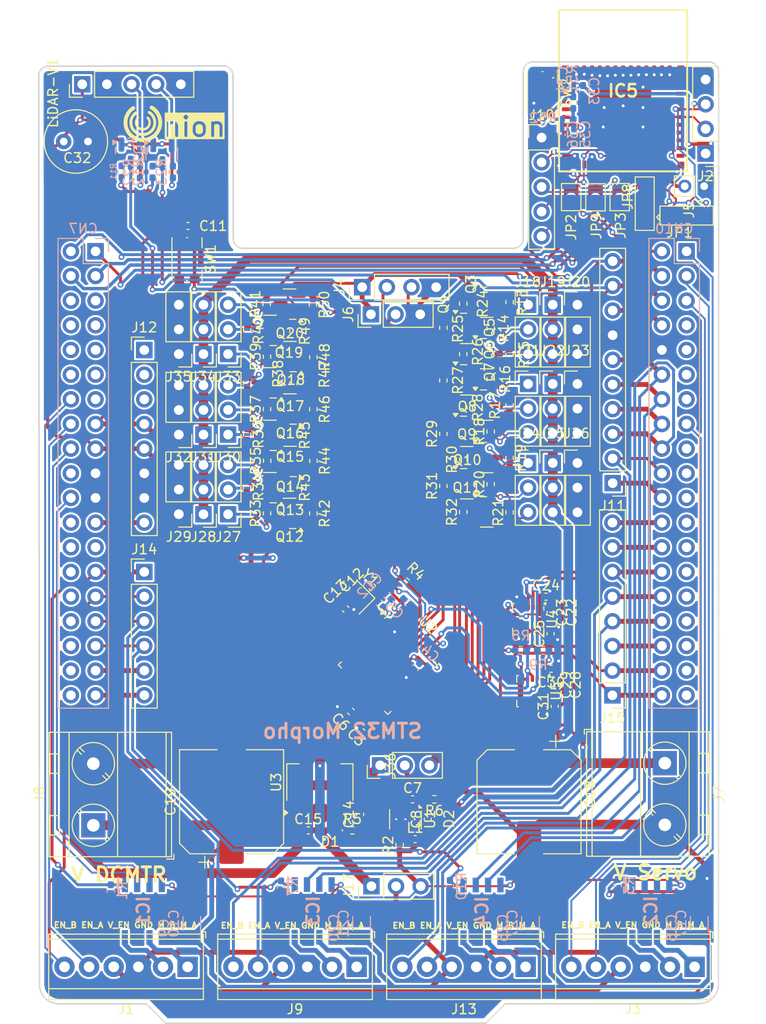
<source format=kicad_pcb>
(kicad_pcb (version 20240108) (generator "pcbnew") (generator_version "8.0")
  (layers (0 "F.Cu" signal) (31 "B.Cu" power) (34 "B.Paste" user) (35 "F.Paste" user) (36 "B.SilkS" user "B.Silkscreen") (37 "F.SilkS" user "F.Silkscreen") (38 "B.Mask" user) (39 "F.Mask" user) (44 "Edge.Cuts" user))
  (net 0 "")
  (net 1 "+3.3V")
  (net 2 "GND")
  (net 3 "/NRST")
  (net 4 "/HSE_IN")
  (net 5 "/HSE_OUT")
  (net 6 "+BATT")
  (net 7 "V_DCMTR")
  (net 8 "V_Servo")
  (net 9 "+5V")
  (net 10 "Net-(U4-REGOUT)")
  (net 11 "Net-(U5-REGOUT)")
  (net 12 "/PWM2{slash}1")
  (net 13 "/Mtr4_EncoderA")
  (net 14 "/PWM2{slash}2")
  (net 15 "/Mtr4_EncoderB")
  (net 16 "/Mtr2_EncoderB")
  (net 17 "/Mtr3_EncoderB")
  (net 18 "/Mtr1_EncoderA")
  (net 19 "/I2C1_SCL")
  (net 20 "/PWM1{slash}2_M3")
  (net 21 "/PWM3{slash}2_M4")
  (net 22 "/IMU2_INT")
  (net 23 "/IMU1_INT")
  (net 24 "/Mtr1_EncoderB")
  (net 25 "/PWM3{slash}1_M1")
  (net 26 "/PWM2{slash}1_M1")
  (net 27 "/I2C1_SDA")
  (net 28 "/Mtr3_EncoderA")
  (net 29 "/PWM3{slash}2_M2")
  (net 30 "/PWM1{slash}1_M3")
  (net 31 "/PWM2{slash}3_M4")
  (net 32 "/PWM4{slash}1_M2")
  (net 33 "/Mtr2_EncoderA")
  (net 34 "Net-(D1-K)")
  (net 35 "Net-(D2-K)")
  (net 36 "/V_M1A")
  (net 37 "/V_M1B")
  (net 38 "/V_M2B")
  (net 39 "/V_M2A")
  (net 40 "/V_M3B")
  (net 41 "/V_M3A")
  (net 42 "/V_M4A")
  (net 43 "/V_M4B")
  (net 44 "/SWDIO")
  (net 45 "/SWCLK")
  (net 46 "/V_encoder")
  (net 47 "/V_Servo1")
  (net 48 "/V_Servo2")
  (net 49 "/V_Servo3")
  (net 50 "/V_Servo5")
  (net 51 "/V_Servo4")
  (net 52 "/V_Servo6")
  (net 53 "/V_Servo7")
  (net 54 "/V_Servo8")
  (net 55 "/V_Servo9")
  (net 56 "/V_Servo10")
  (net 57 "/V_Servo11")
  (net 58 "/V_Servo12")
  (net 59 "/V_Servo15")
  (net 60 "/V_Servo13")
  (net 61 "/V_Servo14")
  (net 62 "/V_Servo17")
  (net 63 "/V_Servo16")
  (net 64 "/V_Servo18")
  (net 65 "/BOOT0")
  (net 66 "/PWM1{slash}1")
  (net 67 "/PWM3{slash}2")
  (net 68 "/PWM1{slash}2")
  (net 69 "/PWM3{slash}3")
  (net 70 "/PWM1{slash}3")
  (net 71 "/PWM3{slash}4")
  (net 72 "/PWM1{slash}4")
  (net 73 "/PWM4{slash}1")
  (net 74 "/PWM4{slash}2")
  (net 75 "/PWM4{slash}4")
  (net 76 "/PWM2{slash}3")
  (net 77 "/PWM15{slash}1")
  (net 78 "/PWM2{slash}4")
  (net 79 "/PWM15{slash}2")
  (net 80 "/PWM3{slash}1")
  (net 81 "/PWM16{slash}1")
  (net 85 "Net-(C36-Pad2)")
  (net 90 "Net-(U1-SW)")
  (net 91 "Net-(U1-PG)")
  (net 102 "/IsenseM1")
  (net 103 "/IsenseM2")
  (net 105 "/IsenseM3")
  (net 106 "/IsenseM4")
  (net 109 "/MOSI3")
  (net 110 "/MISO3{slash}RX3")
  (net 115 "/SCK3{slash}TX3")
  (net 119 "unconnected-(CN7-Pin_30-Pad30)")
  (net 120 "Net-(CN7-Pin_35)")
  (net 122 "Net-(CN7-Pin_23)")
  (net 125 "Net-(CN7-Pin_37)")
  (net 131 "Net-(CN10-Pin_26)")
  (net 134 "Net-(CN10-Pin_24)")
  (net 135 "Net-(CN10-Pin_34)")
  (net 137 "Net-(CN10-Pin_22)")
  (net 147 "Net-(CN10-Pin_8)")
  (net 171 "/I2C1_SCL_5V")
  (net 172 "/I2C1_SDA_5V")
  (net 173 "/ESP_EN")
  (net 174 "/ESP_TX")
  (net 175 "/ESP_RX")
  (net 176 "/ESP32_CS")
  (net 177 "/TCK")
  (net 178 "/TDI")
  (net 179 "/TDO")
  (net 180 "/TMS")
  (net 181 "/HANDSHAKE_STM32")
  (net 182 "/HANDSHAKE_ESP32")
  (net 183 "/BOOT0_ESP32")
  (net 186 "/BOOT0_STM32")
  (footprint "Button_Switch_SMD:SW_Push_1P1T-SH_NO_CK_KMR2xxG" (layer "F.Cu") (at 38.3 83.1 -90)
    (property "Reference" "SW1")
    (property "Value" "SW_Push")
  )
  (footprint "Resistor_SMD:R_0402_1005Metric_Pad0.72x0.64mm_HandSolder" (layer "F.Cu") (at 71.55 103.585298 -90)
    (property "Reference" "R19")
    (property "Value" "10k")
  )
  (footprint "Resistor_SMD:R_0402_1005Metric_Pad0.72x0.64mm_HandSolder" (layer "F.Cu") (at 69.6 95.467649 90)
    (property "Reference" "R16")
    (property "Value" "10k")
  )
  (footprint "Package_TO_SOT_SMD:SOT-23" (layer "F.Cu") (at 67.1375 90.25)
    (property "Reference" "Q4")
    (property "Value" "BSS138")
  )
  (footprint "Package_TO_SOT_SMD:SOT-23" (layer "F.Cu") (at 46.862498 101.26 180)
    (property "Reference" "Q15")
    (property "Value" "BSS138")
  )
  (footprint "Capacitor_SMD:C_0402_1005Metric_Pad0.74x0.62mm_HandSolder" (layer "F.Cu") (at 75.8325 125.3)
    (property "Reference" "C30")
    (property "Value" "10n")
  )
  (footprint "Package_TO_SOT_SMD:SOT-223-3_TabPin2" (layer "F.Cu") (at 52 137 90)
    (property "Reference" "U3")
    (property "Value" "LD1117S12TR_SOT223")
  )
  (footprint "Resistor_SMD:R_0402_1005Metric_Pad0.72x0.64mm_HandSolder" (layer "F.Cu") (at 49.275 90.532885 -90)
    (property "Reference" "R49")
    (property "Value" "10k")
  )
  (footprint "Resistor_SMD:R_0402_1005Metric_Pad0.72x0.64mm_HandSolder" (layer "F.Cu") (at 55.35 141.95)
    (property "Reference" "R5")
    (property "Value" "100")
  )
  (footprint "Jumper:SolderJumper-3_P2.0mm_Open_TrianglePad1.0x1.5mm" (layer "F.Cu") (at 85.5 77.4 90)
    (property "Reference" "JP8")
    (property "Value" "SolderJumper_3_Open" (hide yes))
  )
  (footprint "Resistor_SMD:R_0402_1005Metric_Pad0.72x0.64mm_HandSolder" (layer "F.Cu") (at 66.775 87.700571 90)
    (property "Reference" "R24")
    (property "Value" "10k")
  )
  (footprint "Capacitor_SMD:CP_Elec_10x10.5" (layer "F.Cu") (at 42.9 139 90)
    (property "Reference" "C19")
    (property "Value" "680u")
  )
  (footprint "Capacitor_SMD:C_0402_1005Metric_Pad0.74x0.62mm_HandSolder" (layer "F.Cu") (at 75.775 121.7 90)
    (property "Reference" "C25")
    (property "Value" "100n")
  )
  (footprint "Resistor_SMD:R_0402_1005Metric_Pad0.72x0.64mm_HandSolder" (layer "F.Cu") (at 44.499998 95.867638 -90)
    (property "Reference" "R38")
    (property "Value" "10k")
  )
  (footprint "Package_SON:WSON-10-1EP_2x3mm_P0.5mm_EP0.84x2.4mm_ThermalVias" (layer "F.Cu") (at 60.815 140.8 -90)
    (property "Reference" "U1")
    (property "Value" "TPS62177DQC")
  )
  (footprint "Connector_PinHeader_2.54mm:PinHeader_1x08_P2.54mm_Vertical" (layer "F.Cu") (at 33.9 92.475)
    (property "Reference" "J12")
    (property "Value" "Conn_01x08")
  )
  (footprint "Resistor_SMD:R_0402_1005Metric_Pad0.72x0.64mm_HandSolder" (layer "F.Cu") (at 69.6 106.291181 90)
    (property "Reference" "R20")
    (property "Value" "10k")
  )
  (footprint "Package_TO_SOT_SMD:SOT-23" (layer "F.Cu") (at 48.875 87.75 180)
    (property "Reference" "Q20")
    (property "Value" "BSS138")
  )
  (footprint "Connector_PinHeader_2.54mm:PinHeader_1x03_P2.54mm_Vertical" (layer "F.Cu") (at 42.54 109.39 180)
    (property "Reference" "J27")
    (property "Value" "Conn_01x03")
  )
  (footprint "Resistor_SMD:R_0402_1005Metric_Pad0.72x0.64mm_HandSolder" (layer "F.Cu") (at 71.55 98.173532 -90)
    (property "Reference" "R17")
    (property "Value" "10k")
  )
  (footprint "Crystal:Crystal_SMD_2016-4Pin_2.0x1.6mm" (layer "F.Cu") (at 55.9 117.9 135)
    (property "Reference" "Y1")
    (property "Value" "Crystal_GND24")
  )
  (footprint "Jumper:SolderJumper-2_P1.3mm_Open_TrianglePad1.0x1.5mm" (layer "F.Cu") (at 80.4 76.75 90)
    (property "Reference" "JP9")
    (property "Value" "SolderJumper_2_Open" (hide yes))
  )
  (footprint "Package_LGA:LGA-16_3x3mm_P0.5mm_LayoutBorder3x5y" (layer "F.Cu") (at 73.475 120.2 -90)
    (property "Reference" "U4")
    (property "Value" "ICM-20602")
  )
  (footprint "Connector_PinHeader_2.54mm:PinHeader_1x03_P2.54mm_Vertical" (layer "F.Cu") (at 39.999214 92.89 180)
    (property "Reference" "J34")
    (property "Value" "Conn_01x03")
  )
  (footprint "ESP32-PICO-MINI-02-N8R2:ESP32PICOMINI02N8R2" (layer "F.Cu") (at 83.25 68.475)
    (property "Reference" "IC5")
    (property "Value" "ESP32-PICO-MINI-02-N8R2" (hide yes))
  )
  (footprint "Package_LGA:LGA-16_3x3mm_P0.5mm_LayoutBorder3x5y" (layer "F.Cu") (at 73.9 127.6 -90)
    (property "Reference" "U5")
    (property "Value" "ICM-20602")
  )
  (footprint "Connector_PinHeader_2.54mm:PinHeader_1x04_P2.54mm_Vertical" (layer "F.Cu") (at 91.75 72.24 180)
    (property "Reference" "J2")
    (property "Value" "Conn_01x04_Pin")
  )
  (footprint "Connector_PinHeader_2.54mm:PinHeader_1x03_P2.54mm_Vertical" (layer "F.Cu") (at 37.46 109.38 180)
    (property "Reference" "J29")
    (property "Value" "Conn_01x03")
  )
  (footprint "Connector_PinHeader_2.54mm:PinHeader_1x04_P2.54mm_Vertical" (layer "F.Cu") (at 56.36 86 90)
    (property "Reference" "J4")
    (property "Value" "Conn_01x04_Pin")
  )
  (footprint "Package_TO_SOT_SMD:SOT-23" (layer "F.Cu") (at 67.1375 95.55)
    (property "Reference" "Q6")
    (property "Value" "BSS138")
  )
  (footprint "Capacitor_SMD:C_0402_1005Metric_Pad0.74x0.62mm_HandSolder" (layer "F.Cu") (at 76.2 126.975 -90)
    (property "Reference" "C29")
    (property "Value" "2.2u")
  )
  (footprint "Resistor_SMD:R_0402_1005Metric_Pad0.72x0.64mm_HandSolder" (layer "F.Cu") (at 71.55 87.55 -90)
    (property "Reference" "R13")
    (property "Value" "10k")
  )
  (footprint "Resistor_SMD:R_0402_1005Metric_Pad0.72x0.64mm_HandSolder" (layer "F.Cu") (at 64.725 90.182855 90)
    (property "Reference" "R25")
    (property "Value" "10k")
  )
  (footprint "Capacitor_SMD:C_0402_1005Metric_Pad0.74x0.62mm_HandSolder" (layer "F.Cu") (at 56.15 140.3 90)
    (property "Reference" "C14")
    (property "Value" "100n")
  )
  (footprint "TerminalBlock_TE-Connectivity:TerminalBlock_TE_282834-6_1x06_P2.54mm_Horizontal" (layer "F.Cu") (at 73.2 156 180)
    (property "Reference" "J13")
    (property "Value" "Screw_Terminal_01x06")
  )
  (footprint "Connector_PinHeader_2.54mm:PinHeader_1x03_P2.54mm_Vertical" (layer "F.Cu") (at 78.539214 95.969214)
    (property "Reference" "J23")
    (property "Value" "Conn_01x03")
  )
  (footprint "Connector_PinHeader_2.54mm:PinHeader_1x03_P2.54mm_Vertical" (layer "F.Cu") (at 78.539214 104.11)
    (property "Reference" "J26")
    (property "Value" "Conn_01x03")
  )
  (footprint "Package_QFP:LQFP-48_7x7mm_P0.5mm" (layer "F.Cu") (at 59 124.9 -45)
    (property "Reference" "U2")
    (property "Value" "STM32G431C8Tx")
  )
  (footprint "Capacitor_SMD:C_0402_1005Metric_Pad0.74x0.62mm_HandSolder" (layer "F.Cu") (at 61.55 138.75)
    (property "Reference" "C7")
    (property "Value" "2.2u")
  )
  (footprint "Connector_PinHeader_2.54mm:PinHeader_1x03_P2.54mm_Vertical" (layer "F.Cu") (at 42.54 101.18 180)
    (property "Reference" "J30")
    (property "Value" "Conn_01x03")
  )
  (footprint "Package_TO_SOT_SMD:SOT-23" (layer "F.Cu") (at 69.1875 92.85)
    (property "Reference" "Q5")
    (property "Value" "BSS138")
  )
  (footprint "Capacitor_SMD:C_0402_1005Metric_Pad0.74x0.62mm_HandSolder" (layer "F.Cu") (at 57.4 116.9 135)
    (property "Reference" "C12")
    (property "Value" "10p")
  )
  (footprint "Resistor_SMD:R_0402_1005Metric_Pad0.72x0.64mm_HandSolder" (layer "F.Cu") (at 60.827504 116.327504 -45)
    (property "Reference" "R4")
    (property "Value" "10k")
  )
  (footprint "Resistor_SMD:R_0402_1005Metric_Pad0.72x0.64mm_HandSolder" (layer "F.Cu") (at 60.215 143.45 90)
    (property "Reference" "R2")
    (property "Value" "100k")
  )
  (footprint "Package_TO_SOT_SMD:SOT-23" (layer "F.Cu") (at 67.1375 100.85)
    (property "Reference" "Q8")
    (property "Value" "BSS138")
  )
  (footprint "Jumper:SolderJumper-2_P1.3mm_Open_TrianglePad1.0x1.5mm" (layer "F.Cu") (at 77.9 76.725 90)
    (property "Reference" "JP2")
    (property "Value" "SolderJumper_2_Open" (hide yes))
  )
  (footprint "Package_TO_SOT_SMD:SOT-23" (layer "F.Cu") (at 69.1875 109.15)
    (property "Reference" "Q11")
    (property "Value" "BSS138")
  )
  (footprint "Resistor_SMD:R_0402_1005Metric_Pad0.72x0.64mm_HandSolder" (layer "F.Cu") (at 46.549998 98.563521 90)
    (property "Reference" "R37")
    (property "Value" "10k")
  )
  (footprint "Connector_PinHeader_2.54mm:PinHeader_1x06_P2.54mm_Vertical" (layer "F.Cu") (at 33.9 115.33)
    (property "Reference" "J14")
    (property "Value" "Conn_01x06")
  )
  (footprint "Resistor_SMD:R_0402_1005Metric_Pad0.72x0.64mm_HandSolder" (layer "F.Cu") (at 51.324998 98.572237 -90)
    (property "Reference" "R46")
    (property "Value" "10k")
  )
  (footprint "Package_TO_SOT_SMD:SOT-23" (layer "F.Cu") (at 46.8625 90.45 180)
    (property "Reference" "Q19")
    (property "Value" "BSS138")
  )
  (footprint "Resistor_SMD:R_0402_1005Metric_Pad0.72x0.64mm_HandSolder" (layer "F.Cu") (at 51.2875 87.800586 -90)
    (property "Reference" "R50")
    (property "Value" "10k")
  )
  (footprint "Connector_PinHeader_2.00mm:PinHeader_1x02_P2.00mm_Vertical" (layer "F.Cu") (at 91.6 75.6 -90)
    (property "Reference" "J5")
    (property "Value" "Conn_01x02_Pin" (hide yes))
  )
  (footprint "Resistor_SMD:R_0402_1005Metric_Pad0.72x0.64mm_HandSolder" (layer "F.Cu") (at 46.549998 109.297053 90)
    (property "Reference" "R33")
    (property "Value" "10k")
  )
  (footprint "Package_TO_SOT_SMD:SOT-23" (layer "F.Cu") (at 69.1875 103.55)
    (property "Reference" "Q9")
    (property "Value" "BSS138")
  )
  (footprint "Capacitor_SMD:C_0402_1005Metric_Pad0.74x0.62mm_HandSolder" (layer "F.Cu") (at 75.3 117.88)
    (property "Reference" "C24")
    (property "Value" "10n")
  )
  (footprint "Resistor_SMD:R_0402_1005Metric_Pad0.72x0.64mm_HandSolder" (layer "F.Cu") (at 71.55 109.197064 90)
    (property "Reference" "R21")
    (property "Value" "10k")
  )
  (footprint "Resistor_SMD:R_0402_1005Metric_Pad0.72x0.64mm_HandSolder" (layer "F.Cu") (at 71.55 92.961766 -90)
    (property "Reference" "R15")
    (property "Value" "10k")
  )
  (footprint "Package_TO_SOT_SMD:SOT-23" (layer "F.Cu") (at 48.912498 98.55 180)
    (property "Reference" "Q16")
    (property "Value" "BSS138")
  )
  (footprint "Resistor_SMD:R_0402_1005Metric_Pad0.72x0.64mm_HandSolder" (layer "F.Cu") (at 49.274998 95.897453 -90)
    (property "Reference" "R47")
    (property "Value" "10k")
  )
  (footprint "Connector_PinHeader_2.54mm:PinHeader_1x08_P2.54mm_Vertical" (layer "F.Cu") (at 82.15 128.035 180)
    (property "Reference" "J15")
    (property "Value" "Conn_01x08")
  )
  (footprint "Capacitor_SMD:C_0402_1005Metric_Pad0.74x0.62mm_HandSolder" (layer "F.Cu") (at 63.115 140.8 90)
    (property "Reference" "C8")
    (property "Value" "22u")
  )
  (footprint "Capacitor_SMD:C_0402_1005Metric_Pad0.74x0.62mm_HandSolder" (layer "F.Cu") (at 76.775 119.5 -90)
    (property "Reference" "C22")
    (property "Value" "100n")
  )
  (footprint "Resistor_SMD:R_0402_1005Metric_Pad0.72x0.64mm_HandSolder" (layer "F.Cu") (at 66.775 109.156343 90)
    (property "Reference" "R32")
    (property "Value" "10k")
  )
  (footprint "Resistor_SMD:R_0402_1005Metric_Pad0.72x0.64mm_HandSolder" (layer "F.Cu") (at 64.725 95.607423 90)
    (property "Reference" "R27")
    (property "Value" "10k")
  )
  (footprint "Package_TO_SOT_SMD:SOT-23" (layer "F.Cu") (at 69.1875 98.15)
    (property "Reference" "Q7")
    (property "Value" "BSS138")
  )
  (footprint "Capacitor_SMD:C_0402_1005Metric_Pad0.74x0.62mm_HandSolder" (layer "F.Cu") (at 77.2 126.975 -90)
    (property "Reference" "C28")
    (property "Value" "100n")
  )
  (footprint "Package_TO_SOT_SMD:SOT-23" (layer "F.Cu") (at 48.9125 93.15 180)
    (property "Reference" "Q18")
    (property "Value" "BSS138")
  )
  (footprint "Resistor_SMD:R_0402_1005Metric_Pad0.72x0.64mm_HandSolder" (layer "F.Cu") (at 66.775 103.744275 90)
    (property "Reference" "R30")
    (property "Value" "10k")
  )
  (footprint "Resistor_SMD:R_0402_1005Metric_Pad0.72x0.64mm_HandSolder" (layer "F.Cu") (at 44.499998 101.179404 -90)
    (property "Reference" "R36")
    (property "Value" "10k")
  )
  (footprint "LED_SMD:LED_0402_1005Metric_Pad0.77x0.64mm_HandSolder" (layer "F.Cu") (at 53.05 141.95 180)
    (property "Reference" "D1")
    (property "Value" "Yellow LED")
  )
  (footprint "Resistor_SMD:R_0402_1005Metric_Pad0.72x0.64mm_HandSolder" (layer "F.Cu") (at 69.6 100.879415 90)
    (property "Reference" "R18")
    (property "Value" "10k")
  )
  (footprint "Resistor_SMD:R_0402_1005Metric_Pad0.72x0.64mm_HandSolder" (layer "F.Cu") (at 51.3375 103.896805 -90)
    (property "Reference" "R44")
    (property "Value" "10k")
  )
  (footprint "Resistor_SMD:R_0402_1005Metric_Pad0.72x0.64mm_HandSolder" (layer "F.Cu") (at 49.274998 101.262021 -90)
    (property "Reference" "R45")
    (property "Value" "10k")
  )
  (footprint "Capacitor_SMD:C_0402_1005Metric_Pad0.74x0.62mm_HandSolder" (layer "F.Cu") (at 38.4 79.7)
    (property "Reference" "C11")
    (property "Value" "100n")
  )
  (footprint "Resistor_SMD:R_0402_1005Metric_Pad0.72x0.64mm_HandSolder" (layer "F.Cu") (at 51.325 93.215169 -90)
    (property "Reference" "R48")
    (property "Value" "10k")
  )
  (footprint "TerminalBlock_MetzConnect:TerminalBlock_MetzConnect_Type701_RT11L02HGLU_1x02_P6.35mm_Horizontal" (layer "F.Cu") (at 87.55 135.025 -90)
    (property "Reference" "J7")
    (property "Value" "Screw_Terminal_01x02")
  )
  (footprint "TerminalBlock_TE-Connectivity:TerminalBlock_TE_282834-6_1x06_P2.54mm_Horizontal" (layer "F.Cu") (at 38.373334 156 180)
    (property "Reference" "J1")
    (property "Value" "Screw_Terminal_01x06")
  )
  (footprint "Connector_PinHeader_2.54mm:PinHeader_1x03_P2.54mm_Vertical" (layer "F.Cu") (at 57.31 147.7 90)
    (property "Reference" "J17")
    (property "Value" "Conn_01x03")
  )
  (footprint "Button_Switch_SMD:SW_Push_1P1T-SH_NO_CK_KMR2xxG" (layer "F.Cu") (at 74.95 66 -90)
    (property "Reference" "SW2")
    (property "Value" "SW_Push")
  )
  (footprint "Capacitor_SMD:C_0402_1005Metric_Pad0.74x0.62mm_HandSolder" (layer "F.Cu") (at 55.2 129.7 135)
    (property "Reference" "C6")
    (property "Value" "100n")
  )
  (footprint "Jumper:SolderJumper-2_P1.3mm_Open_TrianglePad1.0x1.5mm" (layer "F.Cu") (at 82.9 76.725 90)
    (property "Reference" "JP3")
    (property "Value" "SolderJumper_2_Open" (hide yes))
  )
  (footprint "Connector_PinHeader_2.54mm:PinHeader_1x03_P2.54mm_Vertical" (layer "F.Cu") (at 40 101.19 180)
    (property "Reference" "J31")
    (property "Value" "Conn_01x03")
  )
  (footprint "Connector_PinHeader_2.54mm:PinHeader_1x03_P2.54mm_Vertical" (layer "F.Cu") (at 37.459214 92.89 180)
    (property "Reference" "J35")
    (property "Value" "Conn_01x03")
  )
  (footprint "Connector_PinHeader_2.54mm:PinHeader_1x03_P2.54mm_Vertical" (layer "F.Cu") (at 75.999214 87.81)
    (property "Reference" "J19")
    (property "Value" "Conn_01x03")
  )
  (footprint "Resistor_SMD:R_0402_1005Metric_Pad0.72x0.64mm_HandSolder" (layer "F.Cu") (at 44.499998 106.59117 -90)
    (property "Reference" "R34")
    (property "Value" "10k")
  )
  (footprint "Connector_PinHeader_2.54mm:PinHeader_1x03_P2.54mm_Vertical" (layer "F.Cu") (at 75.999214 104.11)
    (property "Reference" "J25")
    (property "Value" "Conn_01x03")
  )
  (footprint "Connector_PinHeader_2.54mm:PinHeader_1x03_P2.54mm_Vertical" (layer "F.Cu") (at 40 109.39 180)
    (property "Reference" "J28")
    (property "Value" "Conn_01x03")
  )
  (footprint "Connector_PinHeader_2.54mm:PinHeader_1x05_P2.54mm_Vertical" (layer "F.Cu") (at 27.51 65.105 90)
    (property "Reference" "LiDAR-V1")
    (property "Value" "~")
  )
  (footprint "Package_TO_SOT_SMD:SOT-23" (layer "F.Cu") (at 69.1875 87.55)
    (property "Reference" "Q3")
    (property "Value" "BSS138")
  )
  (footprint "Capacitor_THT:C_Radial_D6.3mm_H7.0mm_P2.50mm" (layer "F.Cu") (at 25.6 71)
    (property "Reference" "C32")
    (property "Value" "470u")
  )
  (footprint "Connector_PinHeader_2.54mm:PinHeader_1x03_P2.54mm_Vertical" (layer "F.Cu") (at 73.459214 104.11)
    (property "Reference" "J24")
    (property "Value" "Conn_01x03")
  )
  (footprint "Connector_PinHeader_2.54mm:PinHeader_1x03_P2.54mm_Vertical" (layer "F.Cu") (at 75.999214 95.969214)
    (property "Reference" "J22")
    (property "Value" "Conn_01x03")
  )
  (footprint "Resistor_SMD:R_0402_1005Metric_Pad0.72x0.64mm_HandSolder" (layer "F.Cu") (at 44.5 90.455872 -90)
    (property "Reference" "R40")
    (property "Value" "10k")
  )
  (footprint "Resistor_SMD:R_0402_1005Metric_Pad0.72x0.64mm_HandSolder" (layer "F.Cu") (at 69.6 90.255883 90)
    (property "Reference" "R14")
    (property "Value" "10k")
  )
  (footprint "Inductor_SMD:L_0402_1005Metric_Pad0.77x0.64mm_HandSolder" (layer "F.Cu") (at 61.815 142.85)
    (property "Reference" "L1")
    (property "Value" "10u")
  )
  (footprint "Connector_PinHeader_2.54mm:PinHeader_1x03_P2.54mm_Vertical" (layer "F.Cu") (at 73.459214 95.969214)
    (property "Reference" "J21")
    (property "Value" "Conn_01x03")
  )
  (footprint "Package_TO_SOT_SMD:SOT-23" (layer "F.Cu") (at 46.862498 95.85 180)
    (property "Reference" "Q17")
    (property "Value" "BSS138")
  )
  (footprint "Package_TO_SOT_SMD:SOT-23" (layer "F.Cu") (at 48.8625 109.3 180)
    (property "Reference" "Q12")
    (property "Value" "BSS138")
  )
  (footprint "Connector_PinHeader_2.54mm:PinHeader_1x03_P2.54mm_Vertical" (layer "F.Cu") (at 78.539214 87.81)
    (property "Reference" "J20")
    (property "Value" "Conn_01x03")
  )
  (footprint "Resistor_SMD:R_0402_1005Metric_Pad0.72x0.64mm_HandSolder" (layer "F.Cu") (at 66.775 92.9 90)
    (property "Reference" "R26")
    (property "Value" "10k")
  )
  (footprint "Resistor_SMD:R_0402_1005Metric_Pad0.72x0.64mm_HandSolder" (layer "F.Cu") (at 66.775 98.392207 90)
    (property "Reference" "R28")
    (property "Value" "10k")
  )
  (footprint "Package_TO_SOT_SMD:SOT-23" (layer "F.Cu") (at 46.862498 106.65 180)
    (property "Reference" "Q13")
    (property "Value" "BSS138")
  )
  (footprint "Connector_PinHeader_2.54mm:PinHeader_1x05_P2.54mm_Vertical" (layer "F.Cu") (at 74.85 70.6)
    (property "Reference" "J10")
    (property "Value" "Conn_01x05_Pin")
  )
  (footprint "Capacitor_SMD:C_0402_1005Metric_Pad0.74x0.62mm_HandSolder" (layer "F.Cu") (at 76.2 129.175 90)
    (property "Reference" "C31")
    (property "Value" "100n")
  )
  (footprint "Connector_PinHeader_2.54mm:PinHeader_1x03_P2.54mm_Vertical" (layer "F.Cu") (at 58.21 135.25 90)
    (property "Reference" "J36")
    (property "Value" "Conn_01x03")
  )
  (footprint "Capacitor_SMD:C_0402_1005Metric_Pad0.74x0.62mm_HandSolder" (layer "F.Cu") (at 50.8 141.95)
    (property "Reference" "C15")
    (property "Value" "22u")
  )
  (footprint "Capacitor_SMD:C_0402_1005Metric_Pad0.74x0.62mm_HandSolder" (layer "F.Cu") (at 56.8 131.3 135)
    (property "Reference" "C3")
    (property "Value" "100n")
  )
  (footprint "Resistor_SMD:R_0402_1005Metric_Pad0.72x0.64mm_HandSolder" (layer "F.Cu") (at 46.5125 87.75 90)
    (property "Reference" "R41")
    (property "Value" "10k")
  )
  (footprint "Connector_PinHeader_2.54mm:PinHeader_1x03_P2.54mm_Vertical" (layer "F.Cu") (at 37.46 101.19 180)
    (property "Reference" "J32")
    (property "Value" "Conn_01x03")
  )
  (footprint "Resistor_SMD:R_0402_1005Metric_Pad0.72x0.64mm_HandSolder" (layer "F.Cu") (at 64.725 106.474059 90)
    (property "Reference" "R31")
    (property "Value" "10k")
  )
  (footprint "Resistor_SMD:R_0402_1005Metric_Pad0.72x0.64mm_HandSolder" (layer "F.Cu") (at 49.274998 106.629089 -90)
    (property "Reference" "R43")
    (property "Value" "10k")
  )
  (footprint "Package_TO_SOT_SMD:SOT-23" (layer "F.Cu") (at 48.925 103.95 180)
    (property "Reference" "Q14")
    (property "Value" "BSS138")
  )
  (footprint "Capacitor_SMD:C_0402_1005Metric_Pad0.74x0.62mm_HandSolder" (layer "F.Cu") (at 75.775 119.5 -90)
    (property "Reference" "C23")
    (property "Value" "2.2u")
  )
  (footprint "Connector_PinHeader_2.54mm:PinHeader_1x10_P2.54mm_Vertical" (layer "F.Cu") (at 82.175 106.185 180)
    (property "Reference" "J11")
    (property "Value" "Conn_01x10")
  )
  (footprint "Connector_PinHeader_2.54mm:PinHeader_1x03_P2.54mm_Vertical" (layer "F.Cu") (at 57.26 88.8 90)
    (property "Reference" "J6")
    (property "Value" "Conn_01x03")
  )
  (footprint "Resistor_SMD:R_0402_1005Metric_Pad0.72x0.64mm_HandSolder" (layer "F.Cu") (at 63.8 138.75 180)
    (property "Reference" "R6")
    (property "Value" "100")
  )
  (footprint "Jumper:SolderJumper-3_P2.0mm_Open_TrianglePad1.0x1.5mm" (layer "F.Cu") (at 89.8 78.6 180)
    (property "Reference" "JP1")
    (property "Value" "SolderJumper_3_Open" (hide yes))
  )
  (footprint "Resistor_SMD:R_0402_1005Metric_Pad0.72x0.64mm_HandSolder" (layer "F.Cu") (at 51.324998 109.308873 -90)
    (property "Reference" "R42")
    (property "Value" "10k")
  )
  (footprint "LED_SMD:LED_0402_1005Metric_Pad0.77x0.64mm_HandSolder" (layer "F.Cu") (at 64.15 140.77375 -90)
    (property "Reference" "D2")
    (property "Value" "Red LED")
  )
  (footprint "Resistor_SMD:R_0402_1005Metric_Pad0.72x0.64mm_HandSolder" (layer "F.Cu") (at 46.55 93.161755 90)
    (property "Reference" "R39")
    (property "Value" "10k")
  )
  (footprint "Resistor_SMD:R_0402_1005Metric_Pad0.72x0.64mm_HandSolder" (layer "F.Cu") (at 46.5625 103.885287 90)
    (property "Reference" "R35")
    (property "Value" "10k")
  )
  (footprint "TerminalBlock_TE-Connectivity:TerminalBlock_TE_282834-6_1x06_P2.54mm_Horizontal" (layer "F.Cu") (at 55.786667 156 180)
    (property "Reference" "J9")
    (property "Value" "Screw_Terminal_01x06")
  )
  (footprint "Capacitor_SMD:CP_Elec_10x10.5" (layer "F.Cu") (at 73.55 139 -90)
    (property "Reference" "C18")
    (property "Value" "680u")
  )
  (footprint "Connector_PinHeader_2.54mm:PinHeader_1x03_P2.54mm_Vertical" (layer "F.Cu") (at 73.459214 87.81)
    (property "Reference" "J18")
    (property "Value" "Conn_01x03")
  )
  (footprint "TerminalBlock_MetzConnect:TerminalBlock_MetzConnect_Type701_RT11L02HGLU_1x02_P6.35mm_Horizontal" (layer "F.Cu") (at 28.65 141.425 90)
    (property "Reference" "J8")
    (property "Value" "Screw_Terminal_01x02")
  )
  (footprint "Resistor_SMD:R_0402_1005Metric_Pad0.72x0.64mm_HandSolder" (layer "F.Cu") (at 64.725 101.111991 90)
    (property "Reference" "R29")
    (property "Value" "10k")
  )
  (footprint "TerminalBlock_TE-Connectivity:TerminalBlock_TE_282834-6_1x06_P2.54mm_Horizontal" (layer "F.Cu") (at 90.613334 156 180)
    (property "Reference" "J3")
    (property "Value" "Screw_Terminal_01x06")
  )
  (footprint "Capacitor_SMD:C_0402_1005Metric_Pad0.74x0.62mm_HandSolder" (layer "F.Cu") (at 54.65 119.15 -45)
    (property "Reference" "C13")
    (property "Value" "10p")
  )
  (footprint "Package_TO_SOT_SMD:SOT-23" (layer "F.Cu") (at 67.1375 106.25)
    (property "Reference" "Q10")
    (property "Value" "BSS138")
  )
  (footprint "Connector_PinHeader_2.54mm:PinHeader_1x03_P2.54mm_Vertical" (layer "F.Cu") (at 42.539214 92.89 180)
    (property "Reference" "J33")
    (property "Value" "Conn_01x03")
  )
  (footprint "Resistor_SMD:R_0402_1005Metric_Pad0.72x0.64mm_HandSolder" (layer "B.Cu") (at 75 123.4 180)
    (property "Reference" "R9")
    (property "Value" "2k2")
  )
  (footprint "Capacitor_SMD:C_0402_1005Metric_Pad0.74x0.62mm_HandSolder" (layer "B.Cu") (at 61.05 118.5 -45)
    (property "Reference" "C5")
    (property "Value" "100n")
  )
  (footprint "Capacitor_SMD:C_0402_1005Metric_Pad0.74x0.62mm_HandSolder" (layer "B.Cu") (at 79.125 65.8 90)
    (property "Reference" "C33")
    (property "Value" "100n")
  )
  (footprint "Capacitor_SMD:C_0402_1005Metric_Pad0.74x0.62mm_HandSolder" (layer "B.Cu") (at 76.9 70.2675 90)
    (property "Reference" "C36")
    (property "Value" "0.1u")
  )
  (footprint "DAWG_PCBFootprints:SOIC127P600X170-9N" (layer "B.Cu") (at 51.305 150.238 -90)
    (property "Reference" "IC3")
    (property "Value" "DRV8251ADDAR" (hide yes))
  )
  (footprint "Resistor_SMD:R_0402_1005Metric_Pad0.72x0.64mm_HandSolder" (layer "B.Cu") (at 48 147.75 90)
    (property "Reference" "R7")
    (property "Value" "1k5")
  )
  (footprint "Resistor_SMD:R_0402_1005Metric_Pad0.72x0.64mm_HandSolder" (layer "B.Cu") (at 30.45 148.1475 90)
    (property "Reference" "R1")
    (property "Value" "1k5")
  )
  (footprint "Package_TO_SOT_SMD:SOT-23" (layer "B.Cu") (at 35.775 72.3 -90)
    (property "Reference" "Q2")
    (property "Value" "BSS138")
  )
  (footprint "Resistor_SMD:R_0402_1005Metric_Pad0.72x0.64mm_HandSolder" (layer "B.Cu") (at 65.4 147.7 90)
    (property "Reference" "R10")
    (property "Value" "1k5")
  )
  (footprint "Resistor_SMD:R_0402_1005Metric_Pad0.72x0.64mm_HandSolder" (layer "B.Cu") (at 31.56 74.1 -90)
    (property "Reference" "R11")
    (property "Value" "10k")
  )
  (footprint "Capacitor_SMD:C_0402_1005Metric_Pad0.74x0.62mm_HandSolder" (layer "B.Cu") (at 37.1 152 -90)
    (property "Reference" "C9")
    (property "Value" "100n")
  )
  (footprint "Capacitor_SMD:C_0402_1005Metric_Pad0.74x0.62mm_HandSolder" (layer "B.Cu") (at 54.6 152 -90)
    (property "Reference" "C20")
    (property "Value" "100n")
  )
  (footprint "Capacitor_SMD:C_0402_1005Metric_Pad0.74x0.62mm_HandSolder" (layer "B.Cu") (at 61.9 125.15 -135)
    (property "Reference" "C4")
    (property "Value" "100n")
  )
  (footprint "DAWG_PCBFootprints:SOIC127P600X170-9N" (layer "B.Cu") (at 68.7 150.2875 -90)
    (property "Reference" "IC4")
    (property "Value" "DRV8251ADDAR" (hide yes))
  )
  (footprint "Resistor_SMD:R_0402_1005Metric_Pad0.72x0.64mm_HandSolder" (layer "B.Cu") (at 34.75 74.135 -90)
    (property "Reference" "R12")
    (property "Value" "10k")
  )
  (footprint "Capacitor_SMD:C_0402_1005Metric_Pad0.74x0.62mm_HandSolder" (layer "B.Cu") (at 58.15 118.55 135)
    (property "Reference" "C2")
    (property "Value" "100n")
  )
  (footprint "Resistor_SMD:R_0402_1005Metric_Pad0.72x0.64mm_HandSolder" (layer "B.Cu") (at 77.4975 68.7)
    (property "Reference" "R52")
    (property "Value" "0")
  )
  (footprint "Resistor_SMD:R_0402_1005Metric_Pad0.72x0.64mm_HandSolder" (layer "B.Cu") (at 33.45 74.15 -90)
    (property "Reference" "R22")
    (property "Value" "10k")
  )
  (footprint "Capacitor_SMD:C_0402_1005Metric_Pad0.74x0.62mm_HandSolder" (layer "B.Cu") (at 58.95 117.75 135)
    (property "Reference" "C1")
    (property "Value" "10u")
  )
  (footprint "Capacitor_SMD:C_0402_1005Metric_Pad0.74x0.62mm_HandSolder" (layer "B.Cu") (at 78.2 70.2675 90)
    (property "Reference" "C35")
    (property "Value" "1u")
  )
  (footprint "Connector_PinHeader_2.54mm:PinHeader_2x19_P2.54mm_Vertical" (layer "B.Cu") (at 28.879214 82.309214 180)
    (property "Reference" "CN7")
    (property "Value" "Conn_02x19_Odd_Even")
  )
  (footprint "Resistor_SMD:R_0402_1005Metric_Pad0.72x0.64mm_HandSolder" (layer "B.Cu") (at 36.85 74.135 -90)
    (property "Reference" "R23")
    (property "Value" "10k" (hide yes))
  )
  (footprint "Capacitor_SMD:C_1206_3216Metric_Pad1.33x1.80mm_HandSolder" (layer "B.Cu") (at 73.7 151.5375 -90)
    (property "Reference" "C27")
    (property "Value" "47u")
  )
  (footprint "Capacitor_SMD:C_1206_3216Metric_Pad1.33x1.80mm_HandSolder" (layer "B.Cu") (at 38.8 151.5375 -90)
    (property "Reference" "C10")
    (property "Value" "47u")
  )
  (footprint "Capacitor_SMD:C_0402_1005Metric_Pad0.74x0.62mm_HandSolder" (layer "B.Cu") (at 78.175 64.675 -90)
    (property "Reference" "C34")
    (property "Value" "22u")
  )
  (footprint "Capacitor_SMD:C_0402_1005Metric_Pad0.74x0.62mm_HandSolder" (layer "B.Cu") (at 89.4 152 -90)
    (property "Reference" "C16")
    (property "Value" "100n")
  )
  (footprint "Capacitor_SMD:C_1206_3216Metric_Pad1.33x1.80mm_HandSolder" (layer "B.Cu") (at 91.1 151.5375 -90)
    (property "Reference" "C17")
    (property "Value" "47u")
  )
  (footprint "DAWG_PCBFootprints:SOIC127P600X170-9N" (layer "B.Cu") (at 86.105 150.238 -90)
    (property "Reference" "IC2")
    (property "Value" "DRV8251ADDAR" (hide yes))
  )
  (footprint "Resistor_SMD:R_0402_1005Metric_Pad0.72x0.64mm_HandSolder" (layer "B.Cu") (at 82.7 147.6 90)
    (property "Reference" "R3")
    (property "Value" "1k5")
  )
  (footprint "Capacitor_SMD:C_0402_1005Metric_Pad0.74x0.62mm_HandSolder" (layer "B.Cu") (at 72 152 -90)
    (property "Reference" "C26")
    (property "Value" "100n")
  )
  (footprint "Connector_PinHeader_2.54mm:PinHeader_2x19_P2.54mm_Vertical" (layer "B.Cu") (at 89.789214 82.309214 180)
    (property "Reference" "CN10")
    (property "Value" "Conn_02x19_Odd_Even")
  )
  (footprint "Package_TO_SOT_SMD:SOT-23" (layer "B.Cu") (at 32.5 72.25 -90)
    (property "Reference" "Q1")
    (property "Value" "BSS138")
  )
  (footprint "Resistor_SMD:R_0402_1005Metric_Pad0.72x0.64mm_HandSolder" (layer "B.Cu") (at 78.1 66.9975 -90)
    (property "Reference" "R51")
    (property "Value" "10k")
  )
  (footprint "DAWG_PCBFootprints:SOIC127P600X170-9N" (layer "B.Cu") (at 33.805 150.262 -90)
    (property "Reference" "IC1")
    (property "Value" "DRV8251ADDAR" (hide yes))
  )
  (footprint "Capacitor_SMD:C_1206_3216Metric_Pad1.33x1.80mm_HandSolder" (layer "B.Cu") (at 56.3 151.5375 -90)
    (property "Reference" "C21")
    (property "Value" "47u")
  )
  (footprint "Resistor_SMD:R_0402_1005Metric_Pad0.72x0.64mm_HandSolder" (layer "B.Cu") (at 72.7 123.4)
    (property "Reference" "R8")
    (property "Value" "2k2")
  )
  (gr_arc (start 34.405025 68) (mid 33.810081 70.283685) (end 33.014078 68.062074) (stroke (width 0.3)) (layer "F.SilkS"))
  (gr_arc (start 34.655025 67.500002) (mid 33.81052 70.841479) (end 32.760811 67.55868) (stroke (width 0.4)) (layer "F.SilkS"))
  (gr_arc (start 34.25 68.555025) (mid 33.755025 69.75) (end 33.26005 68.555025) (stroke (width 0.25)) (layer "F.SilkS"))
  (gr_arc (start 92.092893 62.807107) (mid 92.8 63.1) (end 93.092893 63.807107) (stroke (width 0.15)) (layer "Edge.Cuts"))
  (gr_line (start 72.957107 63.8) (end 72.95 81) (stroke (width 0.15)) (layer "Edge.Cuts"))
  (gr_arc (start 42.042893 63.207107) (mid 42.75 63.5) (end 43.042893 64.207107) (stroke (width 0.15)) (layer "Edge.Cuts"))
  (gr_arc (start 72.957107 63.8) (mid 73.25 63.092893) (end 73.957107 62.8) (stroke (width 0.15)) (layer "Edge.Cuts"))
  (gr_line (start 36.1 161.8) (end 69.1 161.8) (stroke (width 0.15)) (layer "Edge.Cuts"))
  (gr_line (start 71.1 159.8) (end 91.075 159.8) (stroke (width 0.15)) (layer "Edge.Cuts"))
  (gr_line (start 34.1 159.8) (end 36.1 161.8) (stroke (width 0.15)) (layer "Edge.Cuts"))
  (gr_arc (start 93.075 157.8) (mid 92.489211 159.214211) (end 91.075 159.8) (stroke (width 0.15)) (layer "Edge.Cuts"))
  (gr_line (start 69.1 161.8) (end 71.1 159.8) (stroke (width 0.15)) (layer "Edge.Cuts"))
  (gr_line (start 93.075 157.8) (end 93.092893 63.807107) (stroke (width 0.15)) (layer "Edge.Cuts"))
  (gr_line (start 92.092893 62.807107) (end 73.957107 62.8) (stroke (width 0.15)) (layer "Edge.Cuts"))
  (gr_line (start 25.1 159.8) (end 34.1 159.8) (stroke (width 0.15)) (layer "Edge.Cuts"))
  (gr_line (start 42.042893 63.207107) (end 24 63.25) (stroke (width 0.15)) (layer "Edge.Cuts"))
  (gr_arc (start 72.95 81) (mid 72.657107 81.707107) (end 71.95 82) (stroke (width 0.15)) (layer "Edge.Cuts"))
  (gr_line (start 43.042893 64.207107) (end 43.075 81) (stroke (width 0.15)) (layer "Edge.Cuts"))
  (gr_line (start 71.95 82) (end 44.075 82) (stroke (width 0.15)) (layer "Edge.Cuts"))
  (gr_arc (start 25.1 159.8) (mid 23.685781 159.214214) (end 23.1 157.8) (stroke (width 0.15)) (layer "Edge.Cuts"))
  (gr_arc (start 44.075 82) (mid 43.367893 81.707107) (end 43.075 81) (stroke (width 0.15)) (layer "Edge.Cuts"))
  (gr_line (start 23.1 157.8) (end 23.025 64.268836) (stroke (width 0.15)) (layer "Edge.Cuts"))
  (gr_arc (start 23.025 64.268836) (mid 23.294902 63.551182) (end 24 63.25) (stroke (width 0.15)) (layer "Edge.Cuts"))
  (gr_text "STM32 Morpho" (at 54.325 131.725 0) (layer "B.SilkS") (effects (font (size 1.5 1.5) (thickness 0.3)) (justify mirror)))
  (gr_text "EN_B EN_A V_EN GND M_B M_A" (at 24.5 152.05 0) (layer "F.SilkS") (effects (font (size 0.6 0.63) (thickness 0.15) (bold yes)) (justify left bottom)))
  (gr_text "V Servo" (at 82.1 147.15 0) (layer "F.SilkS") (effects (font (size 1.5 1.5) (thickness 0.3) (bold yes)) (justify left bottom)))
  (gr_text "V DCMTR" (at 26.2 147.4 0) (layer "F.SilkS") (effects (font (size 1.5 1.5) (thickness 0.3) (bold yes)) (justify left bottom)))
  (gr_text "EN_B EN_A V_EN GND M_B M_A" (at 41.7 152.1 0) (layer "F.SilkS") (effects (font (size 0.6 0.63) (thickness 0.15) (bold yes)) (justify left bottom)))
  (gr_text "EN_B EN_A V_EN GND M_B M_A" (at 76.8 152.05 0) (layer "F.SilkS") (effects (font (size 0.6 0.63) (thickness 0.15) (bold yes)) (justify left bottom)))
  (gr_text "EN_B EN_A V_EN GND M_B M_A" (at 59.4 152.1 0) (layer "F.SilkS") (effects (font (size 0.6 0.63) (thickness 0.15) (bold yes)) (justify left bottom)))
  (gr_text "nion" (at 35.705025 70.65 0) (layer "F.SilkS" knockout) (effects (font (size 2 2) (thickness 0.3)) (justify left bottom)))
  (segment (start 76.368829 84.915401) (end 73.604791 82.151363) (width 0.3) (layer "F.Cu") (net 1))
  (segment (start 72.75 124.875) (end 72.75 126.225) (width 0.3) (layer "F.Cu") (net 1))
  (segment (start 77.5 84.915401) (end 76.368829 84.915401) (width 0.3) (layer "F.Cu") (net 1))
  (segment (start 33.75 81.5) (end 33.75 86.75) (width 0.3) (layer "F.Cu") (net 1))
  (segment (start 33.75 86.75) (end 31.75 88.75) (width 0.3) (layer "F.Cu") (net 1))
  (segment (start 47.221946 94.1) (end 46.762498 94.559448) (width 0.2) (layer "F.Cu") (net 1))
  (segment (start 48.969951 96.8) (end 49.274998 96.494953) (width 0.2) (layer "F.Cu") (net 1))
  (segment (start 71.5 147.7) (end 71.6 147.6) (width 0.2) (layer "F.Cu") (net 1))
  (segment (start 46.762498 106.040552) (end 47.799998 107.078052) (width 0.2) (layer "F.Cu") (net 1))
  (segment (start 73.4 126.375) (end 72.9 126.375) (width 0.3) (layer "F.Cu") (net 1))
  (segment (start 51.2875 88.398086) (end 50.114414 88.398086) (width 0.2) (layer "F.Cu") (net 1))
  (segment (start 49.8 109.796948) (end 49.8 110.25) (width 0.2) (layer "F.Cu") (net 1))
  (segment (start 62.3875 142.85) (end 62.3875 142.095) (width 0.5) (layer "F.Cu") (net 1))
  (segment (start 61.7 124.1) (end 61.567766 124.1) (width 0.3) (layer "F.Cu") (net 1))
  (segment (start 75.265 125.3) (end 75.265 124.735) (width 0.3) (layer "F.Cu") (net 1))
  (segment (start 68.25 92) (end 67.0775 92) (width 0.2) (layer "F.Cu") (net 1))
  (segment (start 48.901587 107.6) (end 49.274998 107.226589) (width 0.2) (layer "F.Cu") (net 1))
  (segment (start 52.95 148.75) (end 37.9 148.75) (width 0.2) (layer "F.Cu") (net 1))
  (segment (start 47.8 91.4) (end 49.005385 91.4) (width 0.2) (layer "F.Cu") (net 1))
  (segment (start 68.9 105.3) (end 66.2 105.3) (width 0.2) (layer "F.Cu") (net 1))
  (segment (start 58.001212 120.012124) (end 58.737876 120.012124) (width 0.2) (layer "F.Cu") (net 1))
  (segment (start 59.998788 119.398788) (end 59.998788 120.012124) (width 0.2) (layer "F.Cu") (net 1))
  (segment (start 50.114414 88.398086) (end 49.8125 88.7) (width 0.2) (layer "F.Cu") (net 1))
  (segment (start 49.849998 99.5) (end 50.994735 99.5) (width 0.2) (layer "F.Cu") (net 1))
  (segment (start 33.9 100.095) (end 36.16 102.355) (width 0.5) (layer "F.Cu") (net 1))
  (segment (start 49.005385 91.4) (end 49.275 91.130385) (width 0.2) (layer "F.Cu") (net 1))
  (segment (start 92.291486 71.199941) (end 91.75 71.741427) (width 0.35) (layer "F.Cu") (net 1))
  (segment (start 63.887876 125.898788) (end 62.089088 124.1) (width 0.3) (layer "F.Cu") (net 1))
  (segment (start 61.567766 124.1) (end 58.683883 126.983883) (width 0.3) (layer "F.Cu") (net 1))
  (segment (start 66.2 94.6) (end 66.2 95.053052) (width 0.2) (layer "F.Cu") (net 1))
  (segment (start 73.604791 82.151363) (end 73.604791 69.545209) (width 0.3) (layer "F.Cu") (net 1))
  (segment (start 70.6 119.9) (end 70.6 120.6) (width 0.3) (layer "F.Cu") (net 1))
  (segment (start 51.037669 94.1) (end 51.325 93.812669) (width 0.2) (layer "F.Cu") (net 1))
  (segment (start 66.2 95.053052) (end 68.25 97.103052) (width 0.2) (layer "F.Cu") (net 1))
  (segment (start 60.215 144.0475) (end 61.352626 144.0475) (width 0.5) (layer "F.Cu") (net 1))
  (segment (start 68.25 91.871948) (end 68.25 92) (width 0.2) (layer "F.Cu") (net 1))
  (segment (start 77.51 126.4075) (end 77.2 126.4075) (width 0.5) (layer "F.Cu") (net 1))
  (segment (start 71.6 147.6) (end 72.15 147.05) (width 0.2) (layer "F.Cu") (net 1))
  (segment (start 56.36 86) (end 56.26 86.1) (width 0.2) (layer "F.Cu") (net 1))
  (segment (start 64.233354 141.3675) (end 63.7 141.3675) (width 0.5) (layer "F.Cu") (net 1))
  (segment (start 58.001212 129.787876) (end 59.050827 128.738261) (width 0.3) (layer "F.Cu") (net 1))
  (segment (start 68.25 97.2) (end 67.369707 97.2) (width 0.2) (layer "F.Cu") (net 1))
  (segment (start 34.1 76.15) (end 32.15 76.15) (width 0.3) (layer "F.Cu") (net 1))
  (segment (start 55.76 85.6) (end 56.26 86.1) (width 0.3) (layer "F.Cu") (net 1))
  (segment (start 73.45 119.7) (end 74.7 119.7) (width 0.2) (layer "F.Cu") (net 1))
  (segment (start 72.15 147.05) (end 88.65 147.05) (width 0.2) (layer "F.Cu") (net 1))
  (segment (start 49.85 94.1) (end 47.221946 94.1) (width 0.2) (layer "F.Cu") (net 1))
  (segment (start 66.2 105.3) (end 65.301559 105.3) (width 0.2) (layer "F.Cu") (net 1))
  (segment (start 47.799998 101.688052) (end 47.799998 102.21) (width 0.2) (layer "F.Cu") (net 1))
  (segment (start 74.1 69.05) (end 74.9 69.05) (width 0.3) (layer "F.Cu") (net 1))
  (segment (start 62.7325 141.75) (end 63.115 141.3675) (width 0.3) (layer "F.Cu") (net 1))
  (segment (start 69.501526 109.901526) (end 70.6 111) (width 0.3) (layer "F.Cu") (net 1))
  (segment (start 49.85 94.1) (end 51.037669 94.1) (width 0.2) (layer "F.Cu") (net 1))
  (segment (start 64.12875 141.3675) (end 64.15 141.34625) (width 0.5) (layer "F.Cu") (net 1))
  (segment (start 46.762498 100.650552) (end 47.799998 101.688052) (width 0.2) (layer "F.Cu") (net 1))
  (segment (start 47.799998 96.928052) (end 49.849998 98.978052) (width 0.2) (layer "F.Cu") (net 1))
  (segment (start 66.775 87.103071) (end 68.231123 87.103071) (width 0.2) (layer "F.Cu") (net 1))
  (segment (start 68.25 97.653052) (end 69.2875 98.690552) (width 0.2) (layer "F.Cu") (net 1))
  (segment (start 69.2875 104.159448) (end 69.2875 104.9125) (width 0.2) (layer "F.Cu") (net 1))
  (segment (start 65.301559 105.3) (end 64.725 105.876559) (width 0.2) (layer "F.Cu") (net 1))
  (segment (start 72.75 126.225) (end 72.9 126.375) (width 0.3) (layer "F.Cu") (net 1))
  (segment (start 65.339491 99.9) (end 64.725 100.514491) (width 0.2) (layer "F.Cu") (net 1))
  (segment (start 46.762498 105.359448) (end 46.762498 106.040552) (width 0.2) (layer "F.Cu") (net 1))
  (segment (start 31.75 97.218428) (end 28.879214 100.089214) (width 0.3) (layer "F.Cu") (net 1))
  (segment (start 36.16 110.68) (end 39.38 113.9) (width 0.5) (layer "F.Cu") (net 1))
  (segment (start 32.15 76.15) (end 31.5 75.5) (width 0.3) (layer "F.Cu") (net 1))
  (segment (start 47.8 90.946948) (end 47.8 91.4) (width 0.2) (layer "F.Cu") (net 1))
  (segment (start 31.75 88.75) (end 31.75 97.218428) (width 0.3) (layer "F.Cu") (net 1))
  (segment (start 49.8625 104.9) (end 47.221946 104.9) (width 0.2) (layer "F.Cu") (net 1))
  (segment (start 34.5 80.75) (end 33.75 81.5) (width 0.3) (layer "F.Cu") (net 1))
  (segment (start 71.525 118.975) (end 70.6 119.9) (width 0.3) (layer "F.Cu") (net 1))
  (segment (start 39.38 113.9) (end 44 113.9) (width 0.5) (layer "F.Cu") (net 1))
  (segment (start 47.799998 107.796946) (end 49.8 109.796948) (width 0.2) (layer "F.Cu") (net 1))
  (segment (start 71.525 118.825) (end 71.4 118.7) (width 0.2) (layer "F.Cu") (net 1))
  (segment (start 67.0775 92) (end 66.775 92.3025) (width 0.2) (layer "F.Cu") (net 1))
  (segment (start 49.8625 104.378052) (end 49.8625 104.9) (width 0.2) (layer "F.Cu") (net 1))
  (segment (start 77.302082 131.1) (end 59.5 131.1) (width 0.3) (layer "F.Cu") (net 1))
  (segment (start 59.5 131.1) (end 59.050827 130.650827) (width 0.3) (layer "F.Cu") (net 1))
  (segment (start 67.321775 102.6) (end 66.775 103.146775) (width 0.2) (layer "F.Cu") (net 1))
  (segment (start 91.000059 71.199941) (end 90.932692 71.267308) (width 0.35) (layer "F.Cu") (net 1))
  (segment (start 68.25 102.6) (end 68.25 103.121948) (width 0.2) (layer "F.Cu") (net 1))
  (segment (start 60.215 144.0475) (end 60.215 145.525) (width 0.5) (layer "F.Cu") (net 1))
  (segment (start 57.2 131.7) (end 57.201283 131.701283) (width 0.2) (layer "F.Cu") (net 1))
  (segment (start 33.894214 100.089214) (end 33.9 100.095) (width 0.5) (layer "F.Cu") (net 1))
  (segment (start 58.683883 126.983883) (end 57.534959 128.132807) (width 0.3) (layer "F.Cu") (net 1))
  (segment (start 49.8 110.25) (end 46.2 113.85) (width 0.3) (layer "F.Cu") (net 1))
  (segment (start 69.2875 88.840552) (end 68.828052 89.3) (width 0.2) (layer "F.Cu") (net 1))
  (segment (start 59.7 119.1) (end 59.998788 119.398788) (width 0.2) (layer "F.Cu") (net 1))
  (segment (start 49.8 110.25) (end 50.981371 110.25) (width 0.2) (layer "F.Cu") (net 1))
  (segment (start 46.25 113.9) (end 46.2 113.85) (width 0.5) (layer "F.Cu") (net 1))
  (segment (start 61.815 141.75) (end 62.7325 141.75) (width 0.3) (layer "F.Cu") (net 1))
  (segment (start 70.6 120.6) (end 70.6 123.45) (width 0.3) (layer "F.Cu") (net 1))
  (segment (start 78.1 66.075) (end 78.125 66.1) (width 0.35) (layer "F.Cu") (net 1))
  (segment (start 57.484959 128.182807) (end 56.940551 128.727215) (width 0.2) (layer "F.Cu") (net 1))
  (segment (start 36.16 102.355) (end 36.16 110.68) (width 0.5) (layer "F.Cu") (net 1))
  (segment (start 60.215 145.525) (end 62.39 147.7) (width 0.5) (layer "F.Cu") (net 1))
  (segment (start 49.849998 98.978052) (end 49.849998 99.5) (width 0.2) (layer "F.Cu") (net 1))
  (segment (start 66.2 99.9) (end 65.339491 99.9) (width 0.2) (layer "F.Cu") (net 1))
  (segment (start 47.799998 107.6) (end 48.901587 107.6) (width 0.2) (layer "F.Cu") (net 1))
  (segment (start 63.7 141.3675) (end 64.12875 141.3675) (width 0.5) (layer "F.Cu") (net 1))
  (segment (start 47.799998 102.31555) (end 49.8625 104.378052) (width 0.2) (layer "F.Cu") (net 1))
  (segment (start 70.65 123.4) (end 70.6 123.45) (width 0.3) (layer "F.Cu") (net 1))
  (segment (start 59.050827 130.650827) (end 59.050827 128.2) (width 0.3) (layer "F.Cu") (net 1))
  (segment (start 66.2 105.3) (end 66.2 105.753052) (width 0.2) (layer "F.Cu") (net 1))
  (segment (start 77.9 66.075) (end 77.35 66.075) (width 0.35) (layer "F.Cu") (net 1))
  (segment (start 66.2 89.3) (end 66.2 89.821948) (width 0.2) (layer "F.Cu") (net 1))
  (segment (start 57.66 84.7) (end 66.35 84.7) (width 0.5) (layer "F.Cu") (net 1))
  (segment (start 51.701283 130.101283) (end 55.601283 130.101283) (width 0.3) (layer "F.Cu") (net 1))
  (segment (start 75.265 124.735) (end 75.6 124.4) (width 0.3) (layer "F.Cu") (net 1))
  (segment (start 46.2 124.6) (end 51.701283 130.101283) (width 0.3) (layer "F.Cu") (net 1))
  (segment (start 71.45 123.4) (end 70.65 123.4) (width 0.3) (layer "F.Cu") (net 1))
  (segment (start 79.1 133.4) (end 79.1 127.9975) (width 0.5) (layer "F.Cu") (net 1))
  (segment (start 68.25 97.103052) (end 68.25 97.2) (width 0.2) (layer "F.Cu") (net 1))
  (segment (start 92.291486 71.199941) (end 91.000059 71.199941) (width 0.35) (layer "F.Cu") (net 1))
  (segment (start 56.940551 128.727215) (end 56.940551 128.762015) (width 0.2) (layer "F.Cu") (net 1))
  (segment (start 88.65 147.05) (end 89.2 147.6) (width 0.2) (layer "F.Cu") (net 1))
  (segment (start 49.8125 88.2125) (end 49.8125 88.7) (width 0.2) (layer "F.Cu") (net 1))
  (segment (start 70.6 123.45) (end 70.6 130.2) (width 0.3) (layer "F.Cu") (net 1))
  (segment (start 49.85 93.646948) (end 49.85 94.1) (width 0.2) (layer "F.Cu") (net 1))
  (segment (start 62.3875 143.012626) (end 62.3875 142.85) (width 0.5) (layer "F.Cu") (net 1))
  (segment (start 58.001212 129.787876) (end 57.4 130.389088) (width 0.3) (layer "F.Cu") (net 1))
  (segment (start 70.6 111) (end 70.6 120.6) (width 0.3) (layer "F.Cu") (net 1))
  (segment (start 68.25 103.121948) (end 69.2875 104.159448) (width 0.2) (layer "F.Cu") (net 1))
  (segment (start 34.5 75.75) (end 34.5 80.75) (width 0.3) (layer "F.Cu") (net 1))
  (segment (start 69.498474 109.901526) (end 69.501526 109.901526) (width 0.3) (layer "F.Cu") (net 1))
  (segment (start 67.133843 108.2) (end 66.775 108.558843) (width 0.2) (layer "F.Cu") (net 1))
  (segment (start 66.6 139.000854) (end 64.233354 141.3675) (width 0.5) (layer "F.Cu") (net 1))
  (segment (start 77.35 66.075) (end 78.1 66.075) (width 0.35) (layer "F.Cu") (net 1))
  (segment (start 67.746929 87.103071) (end 68.25 86.6) (width 0.3) (layer "F.Cu") (net 1))
  (segment (start 78.125 65.65) (end 78.5425 65.2325) (width 0.35) (layer "F.Cu") (net 1))
  (segment (start 48.7 86.8) (end 48.7 86.3) (width 0.3) (layer "F.Cu") (net 1))
  (segment (start 66.2 94.6) (end 65.134923 94.6) (width 0.2) (layer "F.Cu") (net 1))
  (segment (start 59.050827 126.616939) (end 59.133883 126.533883) (width 0.3) (layer "F.Cu") (net 1))
  (segment (start 47.231946 99.5) (end 46.762498 99.969448) (width 0.2) (layer "F.Cu") (net 1))
  (segment (start 66.775 87.103071) (end 67.746929 87.103071) (width 0.3) (layer "F.Cu") (net 1))
  (segment (start 68.25 97.2) (end 68.25 97.653052) (width 0.2) (layer "F.Cu") (net 1))
  (segment (start 79.1 132.897918) (end 77.302082 131.1) (width 0.3) (layer "F.Cu") (net 1))
  (segment (start 72.608946 84.9) (end 72.308946 84.6) (width 0.3) (layer "F.Cu") (net 1))
  (segment (start 69.2875 94.1625) (end 68.85 94.6) (width 0.2) (layer "F.Cu") (net 1))
  (segment (start 68.95 99.9) (end 66.2 99.9) (width 0.2) (layer "F.Cu") (net 1))
  (segment (start 69.2875 88.159448) (end 69.2875 88.840552) (width 0.2) (layer "F.Cu") (net 1))
  (segment (start 68.828052 89.3) (end 66.2 89.3) (width 0.2) (layer "F.Cu") (net 1))
  (segment (start 73.604791 69.545209) (end 74.1 69.05) (width 0.3) (layer "F.Cu") (net 1))
  (segment (start 56.36 87.35) (end 57.01 88) (width 0.5) (layer "F.Cu") (net 1))
  (segment (start 66.2 99.9) (end 66.2 100.353052) (width 0.2) (layer "F.Cu") (net 1))
  (segment (start 47.799998 96.8) (end 47.799998 96.928052) (width 0.2) (layer "F.Cu") (net 1))
  (segment (start 49.849998 99.5) (end 47.231946 99.5) (width 0.2) (layer "F.Cu") (net 1))
  (segment (start 70.6 130.2) (end 71.5 131.1) (width 0.3) (layer "F.Cu") (net 1))
  (segment (start 47.799998 107.078052) (end 47.799998 107.6) (width 0.2) (layer "F.Cu") (net 1))
  (segment (start 78.125 66.1) (end 78.125 65.65) (width 0.35) (layer "F.Cu") (net 1))
  (segment (start 58.737876 120.012124) (end 59.15 119.6) (width 0.2) (layer "F.Cu") (net 1))
  (segment (start 66.2 100.353052) (end 68.25 102.403052) (width 0.2) (layer "F.Cu") (net 1))
  (segment (start 47.8 91.596948) (end 49.85 93.646948) (width 0.2) (layer "F.Cu") (net 1))
  (segment (start 46.703052 89.85) (end 47.8 90.946948) (width 0.2) (layer "F.Cu") (net 1))
  (segment (start 62.3875 142.095) (end 63.115 141.3675) (width 0.5) (layer "F.Cu") (net 1))
  (segment (start 68.25 108.2) (end 67.133843 108.2) (width 0.2) (layer "F.Cu") (net 1))
  (segment (start 54.15 147.55) (end 52.95 148.75) (width 0.2) (layer "F.Cu") (net 1))
  (segment (start 47.799998 96.278052) (end 47.799998 96.8) (width 0.2) (layer "F.Cu") (net 1))
  (segment (start 48.7 86.8) (end 48.7 87.1) (width 0.2) (layer "F.Cu") (net 1))
  (segment (start 72.675 124.8) (end 72.75 124.875) (width 0.3) (layer "F.Cu") (net 1))
  (segment (start 67.369707 97.2) (end 66.775 97.794707) (width 0.2) (layer "F.Cu") (net 1))
  (segment (start 62.089088 124.1) (end 61.7 124.1) (width 0.3) (layer "F.Cu") (net 1))
  (segment (start 68.25 108.653052) (end 68.25 108.2) (width 0.2) (layer "F.Cu") (net 1))
  (segment (start 50.981371 110.25) (end 51.324998 109.906373) (width 0.2) (layer "F.Cu") (net 1))
  (segment (start 66.35 84.7) (end 68.25 86.6) (width 0.5) (layer "F.Cu") (net 1))
  (segment (start 47.799998 96.8) (end 48.969951 96.8) (width 0.2) (layer "F.Cu") (net 1))
  (segment (start 59.050827 128.2) (end 59.050827 126.616939) (width 0.3) (layer "F.Cu") (net 1))
  (segment (start 47.221946 104.9) (end 46.762498 105.359448) (width 0.2) (layer "F.Cu") (net 1))
  (segment (start 68.25 91.9) (end 68.25 92.421948) (width 0.2) (layer "F.Cu") (net 1))
  (segment (start 72.308946 84.6) (end 66.1 84.6) (width 0.3) (layer "F.Cu") (net 1))
  (segment (start 47.799998 107.6) (end 47.799998 107.796946) (width 0.2) (layer "F.Cu") (net 1))
  (segment (start 46.703052 89.218896) (end 46.703052 89.85) (width 0.2) (layer "F.Cu") (net 1))
  (segment (start 56.940551 128.762015) (end 55.601283 130.101283) (width 0.2) (layer "F.Cu") (net 1))
  (segment (start 71.525 118.975) (end 71.525 118.825) (width 0.2) (layer "F.Cu") (net 1))
  (segment (start 68.25 92.421948) (end 69.2875 93.459448) (width 0.2) (layer "F.Cu") (net 1))
  (segment (start 58.1 127.567766) (end 57.534959 128.132807) (width 0.3) (layer "F.Cu") (net 1))
  (segment (start 66.2 105.753052) (end 68.25 107.803052) (width 0.2) (layer "F.Cu") (net 1))
  (segment (start 68.25 102.403052) (end 68.25 102.6) (width 0.2) (layer "F.Cu") (net 1))
  (segment (start 37.9 148.75) (end 36.75 147.6) (width 0.2) (layer "F.Cu") (net 1))
  (segment (start 57.534959 128.132807) (end 56.940551 128.727215) (width 0.3) (layer "F.Cu") (net 1))
  (segment (start 47.8 91.4) (end 47.8 91.596948) (width 0.2) (layer "F.Cu") (net 1))
  (segment (start 50.931805 104.9) (end 51.3375 104.494305) (width 0.2) (layer "F.Cu") (net 1))
  (segment (start 63.115 141.3675) (end 63.7 141.3675) (width 0.5) (layer "F.Cu") (net 1))
  (segment (start 59.998788 120.012124) (end 58.1 121.910912) (width 0.3) (layer "F.Cu") (net 1))
  (segment (start 57.534959 128.132807) (end 57.484959 128.182807) (width 0.3) (layer "F.Cu") (net 1))
  (segment (start 68.25 102.6) (end 67.321775 102.6) (width 0.2) (layer "F.Cu") (net 1))
  (segment (start 46.762498 94.559448) (end 46.762498 95.240552) (width 0.2) (layer "F.Cu") (net 1))
  (segment (start 65.134923 94.6) (end 64.725 95.009923) (width 0.2) (layer "F.Cu") (net 1))
  (segment (start 46.2 113.85) (end 46.2 124.6) (width 0.3) (layer "F.Cu") (net 1))
  (segment (start 28.879214 100.089214) (end 33.894214 100.089214) (width 0.5) (layer "F.Cu") (net 1))
  (segment (start 58.1 121.910912) (end 58.1 127.3) (width 0.3) (layer "F.Cu") (net 1))
  (segment (start 61.352626 144.0475) (end 62.3875 143.012626) (width 0.5) (layer "F.Cu") (net 1))
  (segment (start 66.2 89.821948) (end 68.25 91.871948) (width 0.2) (layer "F.Cu") (net 1))
  (segment (start 68.25 107.803052) (end 68.25 108.2) (width 0.2) (layer "F.Cu") (net 1))
  (segment (start 79.1 127.9975) (end 77.51 126.4075) (width 0.5) (layer "F.Cu") (net 1))
  (segment (start 56.36 86) (end 56.36 87.35) (width 0.5) (layer "F.Cu") (net 1))
  (segment (start 68.85 94.6) (end 66.2 94.6) (width 0.2) (layer "F.Cu") (net 1))
  (segment (start 47.799998 102.21) (end 47.799998 102.31555) (width 0.2) (layer "F.Cu") (net 1))
  (segment (start 46.762498 95.240552) (end 47.799998 96.278052) (width 0.2) (layer "F.Cu") (net 1))
  (segment (start 69.2875 93.459448) (end 69.2875 94.1625) (width 0.2) (layer "F.Cu") (net 1))
  (segment (start 73.25 119.9) (end 73.45 119.7) (width 0.2) (layer "F.Cu") (net 1))
  (segment (start 57.4 131.502566) (end 57.201283 131.701283) (width 0.3) (layer "F.Cu") (net 1))
  (segment (start 90.932692 71.267308) (end 90.01154 71.267308) (width 0.35) (layer "F.Cu") (net 1))
  (segment (start 69.498474 109.901526) (end 68.25 108.653052) (width 0.2) (layer "F.Cu") (net 1))
  (segment (start 69.2875 104.9125) (end 68.9 105.3) (width 0.2) (layer "F.Cu") (net 1))
  (segment (start 69.2875 99.5625) (end 68.95 99.9) (width 0.2) (layer "F.Cu") (net 1))
  (segment (start 49.4 85.6) (end 55.76 85.6) (width 0.3) (layer "F.Cu") (net 1))
  (segment (start 66.2 89.3) (end 65.010355 89.3) (width 0.2) (layer "F.Cu") (net 1))
  (segment (start 57.4 130.389088) (end 57.4 131.502566) (width 0.3) (layer "F.Cu") (net 1))
  (segment (start 66.6 139) (end 66.6 139.000854) (width 0.5) (layer "F.Cu") (net 1))
  (segment (start 79.1 133.4) (end 79.1 132.897918) (width 0.3) (layer "F.Cu") (net 1))
  (segment (start 59.050827 128.738261) (end 59.050827 128.2) (width 0.3) (layer "F.Cu") (net 1))
  (segment (start 49.8125 88.7) (end 47.221948 88.7) (width 0.2) (layer "F.Cu") (net 1))
  (segment (start 44 113.9) (end 44.15 113.9) (width 0.5) (layer "F.Cu") (net 1))
  (segment (start 69.2875 98.690552) (end 69.2875 99.5625) (width 0.2) (layer "F.Cu") (net 1))
  (segment (start 34.5 75.75) (end 34.1 76.15) (width 0.3) (layer "F.Cu") (net 1))
  (segment (start 91.75 71.741427) (end 91.75 72.255) (width 0.35) (layer "F.Cu") (net 1))
  (segment (start 47.15 113.9) (end 46.25 113.9) (width 0.5) (layer "F.Cu") (net 1))
  (segment (start 47.221948 88.7) (end 46.703052 89.218896) (width 0.2) (layer "F.Cu") (net 1))
  (segment (start 56.36 86) (end 57.66 84.7) (width 0.5) (layer "F.Cu") (net 1))
  (segment (start 72.475 118.975) (end 71.525 118.975) (width 0.2) (layer "F.Cu") (net 1))
  (segment (start 58.1 127.3) (end 58.1 127.567766) (width 0.3) (layer "F.Cu") (net 1))
  (segment (start 48.924519 102.21) (end 49.274998 101.859521) (width 0.2) (layer "F.Cu") (net 1))
  (segment (start 68.231123 87.103071) (end 69.2875 88.159448) (width 0.2) (layer "F.Cu") (net 1))
  (segment (start 50.994735 99.5) (end 51.324998 99.169737) (width 0.2) (layer "F.Cu") (net 1))
  (segment (start 65.010355 89.3) (end 64.725 89.585355) (width 0.2) (layer "F.Cu") (net 1))
  (segment (start 49.8625 104.9) (end 50.931805 104.9) (width 0.2) (layer "F.Cu") (net 1))
  (segment (start 62.39 147.7) (end 71.5 147.7) (width 0.2) (layer "F.Cu") (net 1))
  (segment (start 46.762498 99.969448) (end 46.762498 100.650552) (width 0.2) (layer "F.Cu") (net 1))
  (segment (start 47.799998 102.21) (end 48.924519 102.21) (width 0.2) (layer "F.Cu") (net 1))
  (segment (start 48.7 87.1) (end 49.8125 88.2125) (width 0.2) (layer "F.Cu") (net 1))
  (segment (start 48.7 86.3) (end 49.4 85.6) (width 0.3) (layer "F.Cu") (net 1))
  (via (at 66.6 139) (size 0.6) (drill 0.3) (layers "F.Cu" "B.Cu") (net 1))
  (via (at 54.15 147.55) (size 0.6) (drill 0.3) (layers "F.Cu" "B.Cu") (net 1))
  (via (at 71.6 147.6) (size 0.6) (drill 0.3) (layers "F.Cu" "B.Cu") (net 1))
  (via (at 71.45 123.4) (size 0.6) (drill 0.3) (layers "F.Cu" "B.Cu") (net 1))
  (via (at 77.5 84.915401) (size 0.6) (drill 0.3) (layers "F.Cu" "B.Cu") (net 1))
  (via (at 74.9 69.05) (size 0.6) (drill 0.3) (layers "F.Cu" "B.Cu") (net 1))
  (via (at 72.675 124.8) (size 0.6) (drill 0.3) (layers "F.Cu" "B.Cu") (net 1))
  (via (at 72.608946 84.9) (size 0.6) (drill 0.3) (layers "F.Cu" "B.Cu") (net 1))
  (via (at 73.25 119.9) (size 0.6) (drill 0.3) (layers "F.Cu" "B.Cu") (net 1))
  (via (at 31.5 75.5) (size 0.6) (drill 0.3) (layers "F.Cu" "B.Cu") (net 1))
  (via (at 92.291486 71.199941) (size 0.6) (drill 0.3) (layers "F.Cu" "B.Cu") (net 1))
  (via (at 59.7 119.1) (size 0.6) (drill 0.3) (layers "F.Cu" "B.Cu") (net 1))
  (via (at 36.75 147.6) (size 0.6) (drill 0.3) (layers "F.Cu" "B.Cu") (net 1))
  (via (at 90.01154 71.267308) (size 0.6) (drill 0.3) (layers "F.Cu" "B.Cu") (net 1))
  (via (at 44.15 113.9) (size 0.6) (drill 0.3) (layers "F.Cu" "B.Cu") (net 1))
  (via (at 75.6 124.4) (size 0.6) (drill 0.3) (layers "F.Cu" "B.Cu") (net 1))
  (via (at 61.7 124.1) (size 0.6) (drill 0.3) (layers "F.Cu" "B.Cu") (net 1))
  (via (at 71.4 118.7) (size 0.6) (drill 0.3) (layers "F.Cu" "B.Cu") (net 1))
  (via (at 78.5425 65.2325) (size 0.6) (drill 0.3) (layers "F.Cu" "B.Cu") (net 1))
  (via (at 89.2 147.6) (size 0.6) (drill 0.3) (layers "F.Cu" "B.Cu") (net 1))
  (via (at 79.1 133.4) (size 0.6) (drill 0.3) (layers "F.Cu" "B.Cu") (net 1))
  (via (at 59.15 119.6) (size 0.6) (drill 0.3) (layers "F.Cu" "B.Cu") (net 1))
  (via (at 34.5 75.75) (size 0.6) (drill 0.3) (layers "F.Cu" "B.Cu") (net 1))
  (via (at 47.15 113.9) (size 0.6) (drill 0.3) (layers "F.Cu" "B.Cu") (net 1))
  (segment (start 70.6295 147.6) (end 70.605 147.5755) (width 0.2) (layer "B.Cu") (net 1))
  (segment (start 89.2 147.6) (end 88.084 147.6) (width 0.2) (layer "B.Cu") (net 1))
  (segment (start 77.5 84.915401) (end 77.407495 85.007906) (width 0.3) (layer "B.Cu") (net 1))
  (segment (start 59.15 119.55) (end 58.551283 118.951283) (width 0.2) (layer "B.Cu") (net 1))
  (segment (start 72.1025 123.4) (end 71.45 123.4) (width 0.3) (layer "B.Cu") (net 1))
  (segment (start 89.925 66.375) (end 90 66.3) (width 0.35) (layer "B.Cu") (net 1))
  (segment (start 59.7 119.1) (end 59.7 118.5) (width 0.2) (layer "B.Cu") (net 1))
  (segment (start 78.1 65.3175) (end 78.175 65.2425) (width 0.35) (layer "B.Cu") (net 1))
  (segment (start 71.6 147.6) (end 70.6295 147.6) (width 0.2) (layer "B.Cu") (net 1))
  (segment (start 77.480761 66.4) (end 78.1 66.4) (width 0.3) (layer "B.Cu") (net 1))
  (segment (start 74.9 68.980761) (end 77.480761 66.4) (width 0.3) (layer "B.Cu") (net 1))
  (segment (start 58.551283 118.951283) (end 59.351283 118.151283) (width 0.2) (layer "B.Cu") (net 1))
  (segment (start 35.76 147.6) (end 35.71 147.55) (width 0.2) (layer "B.Cu") (net 1))
  (segment (start 78.1 66.4) (end 78.1 65.3175) (width 0.35) (layer "B.Cu") (net 1))
  (segment (start 31.5 74.7575) (end 31.56 74.6975) (width 0.3) (layer "B.Cu") (net 1))
  (segment (start 54.15 147.55) (end 55.45 148.85) (width 0.2) (layer "B.Cu") (net 1))
  (segment (start 53.234 147.55) (end 53.21 147.526) (width 0.2) (layer "B.Cu") (net 1))
  (segment (start 79.1 134.7) (end 76 137.8) (width 0.5) (layer "B.Cu") (net 1))
  (segment (start 75.6 123.4025) (end 75.5975 123.4) (width 0.3) (layer "B.Cu") (net 1))
  (segment (start 88.084 147.6) (end 88.01 147.526) (width 0.2) (layer "B.Cu") (net 1))
  (segment (start 89.775 66.075) (end 79.9675 66.075) (width 0.35) (layer "B.Cu") (net 1))
  (segment (start 79.9675 66.075) (end 79.125 65.2325) (width 0.35) (layer "B.Cu") (net 1))
  (segment (start 78.1 66.4) (end 77.8 66.1) (width 0.35) (layer "B.Cu") (net 1))
  (segment (start 31.5 75.5) (end 31.5 74.7575) (width 0.3) (layer "B.Cu") (net 1))
  (segment (start 76 137.8) (end 67.8 137.8) (width 0.5) (layer "B.Cu") (net 1))
  (segment (start 77.407495 85.007906) (end 72.716852 85.007906) (width 0.3) (layer "B.Cu") (net 1))
  (segment (start 59.7 118.5) (end 59.351283 118.151283) (width 0.2) (layer "B.Cu") (net 1))
  (segment (start 72.716852 85.007906) (end 72.608946 84.9) (width 0.3) (layer "B.Cu") (net 1))
  (segment (start 79.125 65.2325) (end 78.5425 65.2325) (width 0.35) (layer "B.Cu") (net 1))
  (segment (start 59.7 119.1) (end 60.648717 118.151283) (width 0.2) (layer "B.Cu") (net 1))
  (segment (start 55.45 148.85) (end 61.24 148.85) (width 0.2) (layer "B.Cu") (net 1))
  (segment (start 34.75 74.7325) (end 34.75 75.5) (width 0.3) (layer "B.Cu") (net 1))
  (segment (start 61.7 124.1) (end 61.7 124.147434) (width 0.3) (layer "B.Cu") (net 1))
  (segment (start 78.5 65.275) (end 78.4675 65.2425) (width 0.35) (layer "B.Cu") (net 1))
  (segment (start 44.15 113.9) (end 47.15 113.9) (width 0.5) (layer "B.Cu") (net 1))
  (segment (start 72.675 123.9725) (end 72.1025 123.4) (width 0.3) (layer "B.Cu") (net 1))
  (segment (start 34.75 75.5) (end 34.5 75.75) (width 0.3) (layer "B.Cu") (net 1))
  (segment (start 78.5425 65.2325) (end 78.5 65.275) (width 0.35) (layer "B.Cu") (net 1))
  (segment (start 79.1 133.4) (end 79.1 134.7) (width 0.5) (layer "B.Cu") (net 1))
  (segment (start 74.9 69.05) (end 74.9 68.980761) (width 0.3) (layer "B.Cu") (net 1))
  (segment (start 61.7 124.147434) (end 62.301283 124.748717) (width 0.3) (layer "B.Cu") (net 1))
  (segment (start 72.675 124.8) (end 72.675 123.9725) (width 0.3) (layer "B.Cu") (net 1))
  (segment (start 90.01154 71.267308) (end 89.925 71.180768) (width 0.35) (layer "B.Cu") (net 1))
  (segment (start 61.24 148.85) (end 62.39 147.7) (width 0.2) (layer "B.Cu") (net 1))
  (segment (start 59.15 119.6) (end 59.15 119.55) (width 0.2) (layer "B.Cu") (net 1))
  (segment (start 78.4675 65.2425) (end 78.175 65.2425) (width 0.35) (layer "B.Cu") (net 1))
  (segment (start 67.8 137.8) (end 66.6 139) (width 0.5) (layer "B.Cu") (net 1))
  (segment (start 75.6 124.4) (end 75.6 123.4025) (width 0.3) (layer "B.Cu") (net 1))
  (segment (start 72.6 119.9) (end 73.25 119.9) (width 0.2) (layer "B.Cu") (net 1))
  (segment (start 36.75 147.6) (end 35.76 147.6) (width 0.2) (layer "B.Cu") (net 1))
  (segment (start 89.925 71.180768) (end 89.925 66.375) (width 0.35) (layer "B.Cu") (net 1))
  (segment (start 71.4 118.7) (end 72.6 119.9) (width 0.2) (layer "B.Cu") (net 1))
  (segment (start 90 66.3) (end 89.775 66.075) (width 0.35) (layer "B.Cu") (net 1))
  (segment (start 77.8 66.1) (end 77.7 66.1) (width 0.35) (layer "B.Cu") (net 1))
  (segment (start 54.15 147.55) (end 53.234 147.55) (width 0.2) (layer "B.Cu") (net 1))
  (segment (start 60.648717 118.151283) (end 60.648717 118.098717) (width 0.2) (layer "B.Cu") (net 1))
  (segment (start 75.775 122.2675) (end 76.4675 122.2675) (width 0.3) (layer "F.Cu") (net 2))
  (segment (start 55.148717 119.551283) (end 55.5 119.2) (width 0.2) (layer "F.Cu") (net 2))
  (segment (start 56.15 140.8675) (end 56.15 141.7475) (width 0.5) (layer "F.Cu") (net 2))
  (segment (start 72.475 121.425) (end 72.475 120.925) (width 0.3) (layer "F.Cu") (net 2))
  (segment (start 89.2 63.525) (end 77.3 63.525) (width 0.35) (layer "F.Cu") (net 2))
  (segment (start 74.6 141.35) (end 87.525 141.35) (width 1) (layer "F.Cu") (net 2))
  (segment (start 73.55 142.4) (end 74.6 141.35) (width 1) (layer "F.Cu") (net 2))
  (segment (start 81.2 69.5) (end 81.2 70.375) (width 0.35) (layer "F.Cu") (net 2))
  (segment (start 55.916117 118.783883) (end 55.5 119.2) (width 0.2) (layer "F.Cu") (net 2))
  (segment (start 86.45 63.575) (end 86.45 64.125) (width 0.35) (layer "F.Cu") (net 2))
  (segment (start 83.25 63.575) (end 83.25 64.175) (width 0.35) (layer "F.Cu") (net 2))
  (segment (start 54.798717 129.298717) (end 53.898717 129.298717) (width 0.2) (layer "F.Cu") (net 2))
  (segment (start 72.475 120.925) (end 72.25 120.7) (width 0.3) (layer "F.Cu") (net 2))
  (segment (start 56.998717 116.498717) (end 56.7 116.2) (width 0.2) (layer "F.Cu") (net 2))
  (segment (start 77.2 127.5425) (end 77.1425 127.6) (width 0.3) (layer "F.Cu") (net 2))
  (segment (start 50.2325 140.6825) (end 49.7 140.15) (width 0.5) (layer "F.Cu") (net 2))
  (segment (start 76.2 129.7425) (end 77.2 128.7425) (width 0.3) (layer "F.Cu") (net 2))
  (segment (start 80.275 66.5) (end 80.25 66.475) (width 0.35) (layer "F.Cu") (net 2))
  (segment (start 82.175 90.945) (end 85.725 90.945) (width 0.5) (layer "F.Cu") (net 2))
  (segment (start 76.4 125.3) (end 76.4 124.7) (width 0.3) (layer "F.Cu") (net 2))
  (segment (start 87.25 63.575) (end 87.25 64.075) (width 0.35) (layer "F.Cu") (net 2))
  (segment (start 59.865 141.7) (end 59.815 141.75) (width 0.2) (layer "F.Cu") (net 2))
  (segment (start 75.8675 117.88) (end 75.8675 117.4675) (width 0.3) (layer "F.Cu") (net 2))
  (segment (start 77.2 128.7425) (end 77.2 127.5425) (width 0.3) (layer "F.Cu") (net 2))
  (segment (start 88.8 74.1) (end 88.8 73.825) (width 0.35) (layer "F.Cu") (net 2))
  (segment (start 76.4 124.7) (end 76.6 124.5) (width 0.3) (layer "F.Cu") (net 2))
  (segment (start 83.25 66.5) (end 83.25 67.325) (width 0.35) (layer "F.Cu") (net 2))
  (segment (start 49.7 143.8) (end 49.7 140.15) (width 1) (layer "F.Cu") (net 2))
  (segment (start 85.3 66.425) (end 85.225 66.5) (width 0.35) (layer "F.Cu") (net 2))
  (segment (start 76.775 120.0675) (end 76.775 120.825) (width 0.3) (layer "F.Cu") (net 2))
  (segment (start 49.7 140.15) (end 49.7 139.2) (width 0.5) (layer "F.Cu") (net 2))
  (segment (start 56.301283 130.898717) (end 55.8 131.4) (width 0.2) (layer "F.Cu") (net 2))
  (segment (start 37.5 87.769214) (end 37.459214 87.81) (width 0.3) (layer "F.Cu") (net 2))
  (segment (start 56.15 140.8675) (end 59.7975 140.8675) (width 0.5) (layer "F.Cu") (net 2))
  (segment (start 72.975 118.575) (end 72.3 117.9) (width 0.3) (layer "F.Cu") (net 2))
  (segment (start 85.3 65.4) (end 85.3 66.425) (width 0.35) (layer "F.Cu") (net 2))
  (segment (start 59.7 121.5) (end 59.7 121.01802) (width 0.2) (layer "F.Cu") (net 2))
  (segment (start 74 68) (end 74 67.1) (width 0.35) (layer "F.Cu") (net 2))
  (segment (start 74 63.9) (end 74 67) (width 0.35) (layer "F.Cu") (net 2))
  (segment (start 72.9 128.325) (end 72.675 128.1) (width 0.3) (layer "F.Cu") (net 2))
  (segment (start 77.35 65.275) (end 77.35 63.575) (width 0.35) (layer "F.Cu") (net 2))
  (segment (start 75.775 122.2675) (end 75.3175 122.2675) (width 0.3) (layer "F.Cu") (net 2))
  (segment (start 76.6425 120.2) (end 74.7 120.2) (width 0.3) (layer "F.Cu") (net 2))
  (segment (start 59.7 121.01802) (end 60.352342 120.365678) (width 0.2) (layer "F.Cu") (net 2))
  (segment (start 28.65 135.075) (end 26.7 137.025) (width 1) (layer "F.Cu") (net 2))
  (segment (start 84.85 63.575) (end 84.85 64.125) (width 0.35) (layer "F.Cu") (net 2))
  (segment (start 50.706667 156) (end 49.206667 154.5) (width 0.5) (layer "F.Cu") (net 2))
  (segment (start 80.05 63.575) (end 80.05 64.175) (width 0.35) (layer "F.Cu") (net 2))
  (segment (start 78.45 63.575) (end 78.45 64.075) (width 0.35) (layer "F.Cu") (net 2))
  (segment (start 85.3 69.5) (end 85.3 70.375) (width 0.35) (layer "F.Cu") (net 2))
  (segment (start 53.898717 129.298717) (end 53.8 129.2) (width 0.2) (layer "F.Cu") (net 2))
  (segment (start 80.85 63.575) (end 80.85 64.225) (width 0.35) (layer "F.Cu") (net 2))
  (segment (start 60.815 141.75) (end 60.815 140.8) (width 0.2) (layer "F.Cu") (net 2))
  (segment (start 85.225 68.475) (end 85.225 67.575) (width 0.35) (layer "F.Cu") (net 2))
  (segment (start 81.275 68.475) (end 81.275 67.525) (width 0.35) (layer "F.Cu") (net 2))
  (segment (start 77.1425 127.6) (end 75.125 127.6) (width 0.3) (layer "F.Cu") (net 2))
  (segment (start 85.725 90.945) (end 87.249214 92.469214) (width 0.5) (layer "F.Cu") (net 2))
  (segment (start 34.793334 154.5) (end 33.293334 156) (width 0.5) (layer "F.Cu") (net 2))
  (segment (start 62.939916 125.657934) (end 63.534322 126.252342) (width 0.3) (layer "F.Cu") (net 2))
  (segment (start 68.12 156) (end 69.62 154.5) (width 0.5) (layer "F.Cu") (net 2))
  (segment (start 76.775 120.0675) (end 76.6425 120.2) (width 0.3) (layer "F.Cu") (net 2))
  (segment (start 88.05 63.575) (end 88.05 64.125) (width 0.35) (layer "F.Cu") (net 2))
  (segment (start 49.206667 154.5) (end 34.793334 154.5) (width 0.5) (layer "F.Cu") (net 2))
  (segment (start 77.35 63.575) (end 77.3 63.525) (width 0.35) (layer "F.Cu") (net 2))
  (segment (start 54.798717 129.298717) (end 54.954837 129.298717) (width 0.2) (layer "F.Cu") (net 2))
  (segment (start 37.5 85.15) (end 37.5 81.05) (width 0.3) (layer "F.Cu") (net 2))
  (segment (start 81.275 67.525) (end 81.3 67.5) (width 0.35) (layer "F.Cu") (net 2))
  (segment (start 28.885 107.715) (end 28.879214 107.709214) (width 0.5) (layer "F.Cu") (net 2))
  (segment (start 84.033334 154.5) (end 85.533334 156) (width 0.5) (layer "F.Cu") (net 2))
  (segment (start 81.2 70.375) (end 81.275 70.45) (width 0.35) (layer "F.Cu") (net 2))
  (segment (start 55.793934 117.016117) (end 56.481317 117.016117) (width 0.2) (layer "F.Cu") (net 2))
  (segment (start 73.55 143.2) (end 68.33 137.98) (width 0.5) (layer "F.Cu") (net 2))
  (segment (start 56.398717 130.898717) (end 56.398717 130.683263) (width 0.2) (layer "F.Cu") (net 2))
  (segment (start 29.95 146.35) (end 47.15 146.35) (width 1) (layer "F.Cu") (net 2))
  (segment (start 88.8 73.825) (end 89.2 73.425) (width 0.35) (layer "F.Cu") (net 2))
  (segment (start 81.65 63.575) (end 81.65 64.225) (width 0.35) (layer "F.Cu") (net 2))
  (segment (start 75.6575 129.7425) (end 75.4 130) (width 0.3) (layer "F.Cu") (net 2))
  (segment (start 91.9 145.725) (end 91.9 146.9) (width 0.5) (layer "F.Cu") (net 2))
  (segment (start 56.481317 117.016117) (end 56.998717 116.498717) (width 0.2) (layer "F.Cu") (net 2))
  (segment (start 60.9 126.2) (end 61.442066 125.657934) (width 0.3) (layer "F.Cu") (net 2))
  (segment (start 59.865 140.8) (end 59.865 141.7) (width 0.2) (layer "F.Cu") (net 2))
  (segment (start 87.525 141.35) (end 87.55 141.375) (width 1) (layer "F.Cu") (net 2))
  (segment (start 68.33 137.98) (end 63.62 137.98) (width 0.5) (layer "F.Cu") (net 2))
  (segment (start 77.3 73.425) (end 76.675 73.425) (width 0.35) (layer "F.Cu") (net 2))
  (segment (start 63.2025 138.3975) (end 63.2025 138.75) (width 0.5) (layer "F.Cu") (net 2))
  (segment (start 72.975 118.975) (end 72.975 118.575) (width 0.3) (layer "F.Cu") (net 2))
  (segment (start 33.894214 105.169214) (end 33.9 105.175) (width 0.5) (layer "F.Cu") (net 2))
  (segment (start 74.9 128.825) (end 72.9 128.825) (width 0.3) (layer "F.Cu") (net 2))
  (segment (start 74 67) (end 74.05 67.05) (width 0.35) (layer "F.Cu") (net 2))
  (segment (start 37.5 85.15) (end 37.5 87.769214) (width 0.3) (layer "F.Cu") (net 2))
  (segment (start 55.051283 119.551283) (end 55.148717 119.551283) (width 0.2) (layer "F.Cu") (net 2))
  (segment (start 76.2 129.7425) (end 75.6575 129.7425) (width 0.3) (layer "F.Cu") (net 2))
  (segment (start 62.34 88.8) (end 62.34 87.64) (width 0.5) (layer "F.Cu") (net 2))
  (segment (start 85.65 63.575) (end 85.65 64.125) (width 0.35) (layer "F.Cu") (net 2))
  (segment (start 37.5 80.0325) (end 37.8325 79.7) (width 0.3) (layer "F.Cu") (net 2))
  (segment (start 50.2325 141.95) (end 50.2325 140.6825) (width 0.5) (layer "F.Cu") (net 2))
  (segment (start 76.675 73.425) (end 76.6 73.5) (width 0.35) (layer "F.Cu") (net 2))
  (segment (start 74.475 121.425) (end 72.475 121.425) (width 0.3) (layer "F.Cu") (net 2))
  (segment (start 76.2 129.7425) (end 75.8175 129.7425) (width 0.3) (layer "F.Cu") (net 2))
  (segment (start 54.954837 129.298717) (end 56.233445 128.020109) (width 0.2) (layer "F.Cu") (net 2))
  (segment (start 47.15 146.35) (end 49.7 143.8) (width 1) (layer "F.Cu") (net 2))
  (segment (start 72.9 128.825) (end 72.9 128.325) (width 0.3) (layer "F.Cu") (net 2))
  (segment (start 85.225 67.575) (end 85.3 67.5) (width 0.35) (layer "F.Cu") (net 2))
  (segment (start 77.35 72.475) (end 78.25 72.475) (width 0.35) (layer "F.Cu") (net 2))
  (segment (start 72.475 121.425) (end 72.475 122.175) (width 0.3) (layer "F.Cu") (net 2))
  (segment (start 26.7 137.025) (end 26.7 143.1) (width 1) (layer "F.Cu") (net 2))
  (segment (start 26.7 143.1) (end 29.95 146.35) (width 1) (layer "F.Cu") (net 2))
  (segment (start 76.775 120.825) (end 76.6 121) (width 0.3) (layer "F.Cu") (net 2))
  (segment (start 76.4675 122.2675) (end 76.5 122.3) (width 0.3) (layer "F.Cu") (net 2))
  (segment (start 87.25 64.075) (end 87.2 64.125) (width 0.35) (layer "F.Cu") (net 2))
  (segment (start 90.64 63.525) (end 89.2 63.525) (width 0.35) (layer "F.Cu") (net 2))
  (segment (start 87.55 141.375) (end 91.9 145.725) (width 0.5) (layer "F.Cu") (net 2))
  (segment (start 63.62 137.98) (end 63.2025 138.3975) (width 0.5) (layer "F.Cu") (net 2))
  (segment (start 37.5 81.05) (end 37.5 80.0325) (width 0.3) (layer "F.Cu") (net 2))
  (segment (start 56.398717 130.898717) (end 56.301283 130.898717) (width 0.2) (layer "F.Cu") (net 2))
  (segment (start 79.25 63.575) (end 79.25 64.075) (width 0.35) (layer "F.Cu") (net 2))
  (segment (start 74 67.1) (end 74.05 67.05) (width 0.35) (layer "F.Cu") (net 2))
  (segment (start 82.45 63.575) (end 82.45 64.175) (width 0.35) (layer "F.Cu") (net 2))
  (segment (start 56.15 141.7475) (end 55.9475 141.95) (width 0.5) (layer "F.Cu") (net 2))
  (segment (start 75.8675 117.4675) (end 75.7 117.3) (width 0.3) (layer "F.Cu") (net 2))
  (segment (start 33.9 107.715) (end 28.885 107.715) (width 0.5) (layer "F.Cu") (net 2))
  (segment (start 85.3 70.375) (end 85.225 70.45) (width 0.35) (layer "F.Cu") (net 2))
  (segment (start 75.3175 122.2675) (end 74.475 121.425) (width 0.3) (layer "F.Cu") (net 2))
  (segment (start 28.879214 105.169214) (end 33.894214 105.169214) (width 0.5) (layer "F.Cu") (net 2))
  (segment (start 69.62 154.5) (end 84.033334 154.5) (width 0.5) (layer "F.Cu") (net 2))
  (segment (start 80.05 73.375) (end 80.05 72.575) (width 0.35) (layer "F.Cu") (net 2))
  (segment (start 59.7975 140.8675) (end 59.865 140.8) (width 0.5) (layer "F.Cu") (net 2))
  (segment (start 62.34 87.64) (end 63.98 86) (width 0.5) (layer "F.Cu") (net 2))
  (segment (start 61.442066 125.657934) (end 62.939916 125.657934) (width 0.3) (layer "F.Cu") (net 2))
  (segment (start 56.398717 130.683263) (end 57.647658 129.434322) (width 0.2) (layer "F.Cu") (net 2))
  (segment (start 81.275 66.5) (end 80.275 66.5) (width 0.35) (layer "F.Cu") (net 2))
  (segment (start 75.8175 129.7425) (end 74.9 128.825) (width 0.3) (layer "F.Cu") (net 2))
  (segment (start 28.65 135.075) (end 41.975 135.075) (width 1) (layer "F.Cu") (net 2))
  (segment (start 72.475 122.175) (end 72.5 122.2) (width 0.3) (layer "F.Cu") (net 2))
  (segment (start 56.006066 118.783883) (end 55.916117 118.783883) (width 0.2) (layer "F.Cu") (net 2))
  (segment (start 84.05 63.575) (end 84.05 64.175) (width 0.35) (layer "F.Cu") (net 2))
  (segment (start 91.75 64.635) (end 90.64 63.525) (width 0.35) (layer "F.Cu") (net 2))
  (via (at 83.25 67.325) (size 0.6) (drill 0.3) (layers "F.Cu" "B.Cu") (net 2))
  (via (at 88.8 74.1) (size 0.6) (drill 0.3) (layers "F.Cu" "B.Cu") (net 2))
  (via (at 88.05 64.125) (size 0.6) (drill 0.3) (layers "F.Cu" "B.Cu") (net 2))
  (via (at 80.85 64.225) (size 0.6) (drill 0.3) (layers "F.Cu" "B.Cu") (net 2))
  (via (at 84.05 64.175) (size 0.6) (drill 0.3) (layers "F.Cu" "B.Cu") (net 2))
  (via (at 72.5 122.2) (size 0.6) (drill 0.3) (layers "F.Cu" "B.Cu") (net 2))
  (via (at 78.45 64.075) (size 0.6) (drill 0.3) (layers "F.Cu" "B.Cu") (net 2))
  (via (at 74.05 67.05) (size 0.6) (drill 0.3) (layers "F.Cu" "B.Cu") (net 2))
  (via (at 76.5 122.3) (size 0.6) (drill 0.3) (layers "F.Cu" "B.Cu") (net 2))
  (via (at 76.6 121) (size 0.6) (drill 0.3) (layers "F.Cu" "B.Cu") (net 2))
  (via (at 85.3 67.5) (size 0.6) (drill 0.3) (layers "F.Cu" "B.Cu") (net 2))
  (via (at 81.3 67.5) (size 0.6) (drill 0.3) (layers "F.Cu" "B.Cu") (net 2))
  (via (at 55.8 131.4) (size 0.6) (drill 0.3) (layers "F.Cu" "B.Cu") (net 2))
  (via (at 83.25 64.175) (size 0.6) (drill 0.3) (layers "F.Cu" "B.Cu") (net 2))
  (via (at 76.6 73.5) (size 0.6) (drill 0.3) (layers "F.Cu" "B.Cu") (net 2))
  (via (at 75.4 130) (size 0.6) (drill 0.3) (layers "F.Cu" "B.Cu") (net 2))
  (via (at 75.7 117.3) (size 0.6) (drill 0.3) (layers "F.Cu" "B.Cu") (net 2))
  (via (at 85.3 69.5) (size 0.6) (drill 0.3) (layers "F.Cu" "B.Cu") (net 2))
  (via (at 76.6 124.5) (size 0.6) (drill 0.3) (layers "F.Cu" "B.Cu") (net 2))
  (via (at 79.25 64.075) (size 0.6) (drill 0.3) (layers "F.Cu" "B.Cu") (net 2))
  (via (at 53.8 129.2) (size 0.6) (drill 0.3) (layers "F.Cu" "B.Cu") (net 2))
  (via (at 85.3 65.4) (size 0.6) (drill 0.3) (layers "F.Cu" "B.Cu") (net 2))
  (via (at 80.05 72.575) (size 0.6) (drill 0.3) (layers "F.Cu" "B.Cu") (net 2))
  (via (at 82.45 64.175) (size 0.6) (drill 0.3) (layers "F.Cu" "B.Cu") (net 2))
  (via (at 86.45 64.125) (size 0.6) (drill 0.3) (layers "F.Cu" "B.Cu") (net 2))
  (via (at 55.5 119.2) (size 0.6) (drill 0.3) (layers "F.Cu" "B.Cu") (net 2))
  (via (at 81.2 69.5) (size 0.6) (drill 0.3) (layers "F.Cu" "B.Cu") (net 2))
  (via (at 78.25 72.475) (size 0.6) (drill 0.3) (layers "F.Cu" "B.Cu") (net 2))
  (via (at 60.9 126.2) (size 0.6) (drill 0.3) (layers "F.Cu" "B.Cu") (net 2))
  (via (at 81.65 64.225) (size 0.6) (drill 0.3) (layers "F.Cu" "B.Cu") (net 2))
  (via (at 79.2 70.75) (size 0.6) (drill 0.3) (layers "F.Cu" "B.Cu") (net 2))
  (via (at 87.2 64.125) (size 0.6) (drill 0.3) (layers "F.Cu" "B.Cu") (net 2))
  (via (at 72.3 117.9) (size 0.6) (drill 0.3) (layers "F.Cu" "B.Cu") (net 2))
  (via (at 91.9 146.9) (size 0.6) (drill 0.3) (layers "F.Cu" "B.Cu") (net 2))
  (via (at 85.65 64.125) (size 0.6) (drill 0.3) (layers "F.Cu" "B.Cu") (net 2))
  (via (at 80.05 64.175) (size 0.6) (drill 0.3) (layers "F.Cu" "B.Cu") (net 2))
  (via (at 59.7 121.5) (size 0.6) (drill 0.3) (layers "F.Cu" "B.Cu") (net 2))
  (via (at 56.7 116.2) (size 0.6) (drill 0.3) (layers "F.Cu" "B.Cu") (net 2))
  (via (at 84.85 64.125) (size 0.6) (drill 0.3) (layers "F.Cu" "B.Cu") (net 2))
  (segment (start 33.17 152.974) (end 33.17 150.897) (width 0.5) (layer "B.Cu") (net 2))
  (segment (start 28.65 135.075) (end 38.8 145.225) (width 1) (layer "B.Cu") (net 2))
  (segment (start 59.7 121.5) (end 61.451283 119.748717) (width 0.2) (layer "B.Cu") (net 2))
  (segment (start 38.8 145.225) (end 38.8 149.975) (width 1) (layer "B.Cu") (net 2))
  (segment (start 68.065 150.9225) (end 68.7 150.2875) (width 0.5) (layer "B.Cu") (net 2))
  (segment (start 61.451283 118.901283) (end 61.198717 118.901283) (width 0.2) (layer "B.Cu") (net 2))
  (segment (start 65.45 153.65) (end 67.8 156) (width 0.5) (layer "B.Cu") (net 2))
  (segment (start 61.451283 119.748717) (end 61.451283 118.901283) (width 0.2) (layer "B.Cu") (net 2))
  (segment (start 74.985 70.835) (end 74.75 70.6) (width 0.5) (layer "B.Cu") (net 2))
  (segment (start 65.4 148.2975) (end 65.45 148.3475) (width 0.3) (layer "B.Cu") (net 2))
  (segment (start 57.748717 118.148717) (end 58.548717 117.348717) (width 0.2) (layer "B.Cu") (net 2))
  (segment (start 48 148.3475) (end 48 153.293333) (width 0.5) (layer "B.Cu") (net 2))
  (segment (start 50.67 150.873) (end 51.305 150.238) (width 0.5) (layer "B.Cu") (net 2))
  (segment (start 32.9385 156) (end 33.293334 156) (width 0.5) (layer "B.Cu") (net 2))
  (segment (start 85.47 150.873) (end 85.47 152.95) (width 0.5) (layer "B.Cu") (net 2))
  (segment (start 79.115 70.835) (end 79.2 70.75) (width 0.5) (layer "B.Cu") (net 2))
  (segment (start 91.9 146.9) (end 91.9 149.175) (width 0.5) (layer "B.Cu") (net 2))
  (segment (start 78.4175 64.1075) (end 78.45 64.075) (width 0.35) (layer "B.Cu") (net 2))
  (segment (start 33.17 150.897) (end 33.805 150.262) (width 0.5) (layer "B.Cu") (net 2))
  (segment (start 91.9 149.175) (end 91.1 149.975) (width 0.5) (layer "B.Cu") (net 2))
  (segment (start 67.8 156) (end 68.12 156) (width 0.5) (layer "B.Cu") (net 2))
  (segment (start 48 153.293333) (end 50.706667 156) (width 0.5) (layer "B.Cu") (net 2))
  (segment (start 30.45 153.5115) (end 32.9385 156) (width 0.5) (layer "B.Cu") (net 2))
  (segment (start 86.105 150.238) (end 85.47 150.873) (width 0.5) (layer "B.Cu") (net 2))
  (segment (start 60.9 126.2) (end 61.498717 125.601283) (width 0.3) (layer "B.Cu") (net 2))
  (segment (start 50.67 152.95) (end 50.67 150.873) (width 0.5) (layer "B.Cu") (net 2))
  (segment (start 82.7 153.166666) (end 85.533334 156) (width 0.3) (layer "B.Cu") (net 2))
  (segment (start 61.498717 125.601283) (end 61.498717 125.551283) (width 0.3) (layer "B.Cu") (net 2))
  (segment (start 82.7 148.1475) (end 82.7 153.166666) (width 0.3) (layer "B.Cu") (net 2))
  (segment (start 65.45 148.3475) (end 65.45 153.65) (width 0.5) (layer "B.Cu") (net 2))
  (segment (start 68.065 152.9995) (end 68.065 150.9225) (width 0.5) (layer "B.Cu") (net 2))
  (segment (start 78.2 70.835) (end 79.115 70.835) (width 0.5) (layer "B.Cu") (net 2))
  (segment (start 76.9 70.835) (end 75.085 70.835) (width 0.3) (layer "B.Cu") (net 2))
  (segment (start 78.2 70.835) (end 74.985 70.835) (width 0.5) (layer "B.Cu") (net 2))
  (segment (start 75.085 70.835) (end 74.85 70.6) (width 0.3) (layer "B.Cu") (net 2))
  (segment (start 30.45 148.745) (end 30.45 153.5115) (width 0.5) (layer "B.Cu") (net 2))
  (segment (start 55.879891 122.133445) (end 56.474299 122.727851) (width 0.3) (layer "F.Cu") (net 3))
  (segment (start 39.1 81.05) (end 39.1 85.15) (width 0.3) (layer "F.Cu") (net 3))
  (segment (start 39.1 79.8325) (end 38.9675 79.7) (width 0.3) (layer "F.Cu") (net 3))
  (segment (start 53.1 119.353554) (end 53.1 118.4) (width 0.3) (layer "F.Cu") (net 3))
  (segment (start 53.1 118.4) (end 57.4 114.1) (width 0.3) (layer "F.Cu") (net 3))
  (segment (start 39.1 81.05) (end 39.1 79.8325) (width 0.3) (layer "F.Cu") (net 3))
  (segment (start 55.879891 122.133445) (end 53.1 119.353554) (width 0.3) (layer "F.Cu") (net 3))
  (segment (start 57.4 114.1) (end 57.4 92.4) (width 0.3) (layer "F.Cu") (net 3))
  (segment (start 53.4 88.6) (end 53.1 88.6) (width 0.3) (layer "F.Cu") (net 3))
  (segment (start 39.05 86.2) (end 39.05 81.1) (width 0.3) (layer "F.Cu") (net 3))
  (segment (start 53.5 88.5) (end 53.4 88.6) (width 0.3) (layer "F.Cu") (net 3))
  (segment (start 39.05 81.1) (end 39.1 81.05) (width 0.3) (layer "F.Cu") (net 3))
  (segment (start 57.4 92.4) (end 53.5 88.5) (width 0.3) (layer "F.Cu") (net 3))
  (via (at 39.05 86.2) (size 0.6) (drill 0.3) (layers "F.Cu" "B.Cu") (net 3))
  (via (at 53.1 88.6) (size 0.6) (drill 0.3) (layers "F.Cu" "B.Cu") (net 3))
  (segment (start 43.15 86.2) (end 44.26 87.31) (width 0.3) (layer "B.Cu") (net 3))
  (segment (start 51.81 87.31) (end 53.1 88.6) (width 0.3) (layer "B.Cu") (net 3))
  (segment (start 39.05 86.2) (end 43.15 86.2) (width 0.3) (layer "B.Cu") (net 3))
  (segment (start 44.26 87.31) (end 51.81 87.31) (width 0.3) (layer "B.Cu") (net 3))
  (segment (start 55.99259 120.831932) (end 55.99259 120.15741) (width 0.3) (layer "F.Cu") (net 4))
  (segment (start 57.002081 119.147919) (end 57.002081 118.574264) (width 0.3) (layer "F.Cu") (net 4))
  (segment (start 57.002081 118.574264) (end 56.683883 118.256066) (width 0.3) (layer "F.Cu") (net 4))
  (segment (start 57.0965 118.006066) (end 57.801283 117.301283) (width 0.2) (layer "F.Cu") (net 4))
  (segment (start 56.783883 118.006066) (end 57.0965 118.006066) (width 0.2) (layer "F.Cu") (net 4))
  (segment (start 56.586998 121.426338) (end 55.99259 120.831932) (width 0.3) (layer "F.Cu") (net 4))
  (segment (start 55.99259 120.15741) (end 57.002081 119.147919) (width 0.3) (layer "F.Cu") (net 4))
  (segment (start 54 119.546446) (end 56.233445 121.779891) (width 0.3) (layer "F.Cu") (net 5))
  (segment (start 54 118.960051) (end 54 119.546446) (width 0.3) (layer "F.Cu") (net 5))
  (segment (start 54.916117 118.043934) (end 54 118.960051) (width 0.3) (layer "F.Cu") (net 5))
  (segment (start 60.9825 135.4825) (end 60.75 135.25) (width 0.5) (layer "F.Cu") (net 6))
  (segment (start 60.9825 139.7825) (end 60.9825 138.75) (width 0.2) (layer "F.Cu") (net 6))
  (segment (start 61.05 139.85) (end 60.815 139.85) (width 0.2) (layer "F.Cu") (net 6))
  (segment (start 56.15 139.7325) (end 57.1325 138.75) (width 0.5) (layer "F.Cu") (net 6))
  (segment (start 60.9825 138.75) (end 60.9825 135.4825) (width 0.5) (layer "F.Cu") (net 6))
  (segment (start 61.315 139.85) (end 61.05 139.85) (width 0.2) (layer "F.Cu") (net 6))
  (segment (start 57.1325 138.75) (end 60.9825 138.75) (width 0.5) (layer "F.Cu") (net 6))
  (segment (start 54.7175 139.7325) (end 56.15 139.7325) (width 0.5) (layer "F.Cu") (net 6))
  (segment (start 54.3 140.15) (end 54.7175 139.7325) (width 0.5) (layer "F.Cu") (net 6))
  (segment (start 61.05 139.85) (end 60.9825 139.7825) (width 0.2) (layer "F.Cu") (net 6))
  (segment (start 40.85 145.35) (end 40.85 144.6) (width 0.5) (layer "F.Cu") (net 7))
  (segment (start 41.275 141.425) (end 42.65 142.8) (width 1) (layer "F.Cu") (net 7))
  (segment (start 40.85 144.6) (end 42.65 142.8) (width 0.5) (layer "F.Cu") (net 7))
  (segment (start 56.16 137.3) (end 48.15 137.3) (width 1) (layer "F.Cu") (net 7))
  (segment (start 58.21 135.25) (end 56.16 137.3) (width 1) (layer "F.Cu") (net 7))
  (segment (start 28.65 141.425) (end 41.275 141.425) (width 1) (layer "F.Cu") (net 7))
  (segment (start 48.15 137.3) (end 42.65 142.8) (width 1) (layer "F.Cu") (net 7))
  (via (at 40.85 145.35) (size 0.6) (drill 0.3) (layers "F.Cu" "B.Cu") (net 7))
  (segment (start 40.85 150.8125) (end 40.85 145.35) (width 0.5) (layer "B.Cu") (net 7))
  (segment (start 91.1 152.8625) (end 92.113334 153.875834) (width 0.5) (layer "B.Cu") (net 7))
  (segment (start 40.85 154.9125) (end 38.8 152.8625) (width 0.5) (layer "B.Cu") (net 7))
  (segment (start 40.85 156.7) (end 40.85 154.9125) (width 0.5) (layer "B.Cu") (net 7))
  (segment (start 75.75 154.9125) (end 73.7 152.8625) (width 0.5) (layer "B.Cu") (net 7))
  (segment (start 77.2 158.1) (end 75.75 156.65) (width 0.5) (layer "B.Cu") (net 7))
  (segment (start 59.6 158.1) (end 58.15 156.65) (width 0.5) (layer "B.Cu") (net 7))
  (segment (start 92.113334 157.236666) (end 91.25 158.1) (width 0.5) (layer "B.Cu") (net 7))
  (segment (start 92.113334 153.875834) (end 92.113334 157.236666) (width 0.5) (layer "B.Cu") (net 7))
  (segment (start 58.15 156.65) (end 58.15 154.7125) (width 0.5) (layer "B.Cu") (net 7))
  (segment (start 58.15 154.7125) (end 56.3 152.8625) (width 0.5) (layer "B.Cu") (net 7))
  (segment (start 59.6 158.1) (end 42.25 158.1) (width 0.5) (layer "B.Cu") (net 7))
  (segment (start 91.25 158.1) (end 77.2 158.1) (width 0.5) (layer "B.Cu") (net 7))
  (segment (start 38.8 152.8625) (end 40.85 150.8125) (width 0.5) (layer "B.Cu") (net 7))
  (segment (start 42.25 158.1) (end 40.85 156.7) (width 0.5) (layer "B.Cu") (net 7))
  (segment (start 75.75 156.65) (end 75.75 154.9125) (width 0.5) (layer "B.Cu") (net 7))
  (segment (start 77.2 158.1) (end 59.6 158.1) (width 0.5) (layer "B.Cu") (net 7))
  (segment (start 76.25 132.1) (end 73.55 134.8) (width 1) (layer "F.Cu") (net 8))
  (segment (start 64.84 133.7) (end 63.29 135.25) (width 1) (layer "F.Cu") (net 8))
  (segment (start 75.999214 109.19) (end 75.999214 87.81) (width 1) (layer "F.Cu") (net 8))
  (segment (start 72.45 133.7) (end 64.84 133.7) (width 1) (layer "F.Cu") (net 8))
  (segment (start 73.55 134.8) (end 72.45 133.7) (width 1) (layer "F.Cu") (net 8))
  (segment (start 40 87.810786) (end 39.999214 87.81) (width 1) (layer "F.Cu") (net 8))
  (segment (start 73.039214 83) (end 44.6 83) (width 1) (layer "F.Cu") (net 8))
  (segment (start 40 109.39) (end 40 87.810786) (width 1) (layer "F.Cu") (net 8))
  (segment (start 87.55 135.025) (end 74.575 135.025) (width 1) (layer "F.Cu") (net 8))
  (segment (start 44.6 83) (end 39.999214 87.600786) (width 1) (layer "F.Cu") (net 8))
  (segment (start 77.1 132.1) (end 76.25 132.1) (width 1) (layer "F.Cu") (net 8))
  (segment (start 39.999214 87.600786) (end 39.999214 87.81) (width 1) (layer "F.Cu") (net 8))
  (segment (start 75.999214 87.81) (end 75.999214 85.96) (width 1) (layer "F.Cu") (net 8))
  (segment (start 75.999214 85.96) (end 73.039214 83) (width 1) (layer "F.Cu") (net 8))
  (via (at 77.1 132.1) (size 0.6) (drill 0.3) (layers "F.Cu" "B.Cu") (net 8))
  (segment (start 77.6 131.6) (end 77.6 110.790786) (width 1) (layer "B.Cu") (net 8))
  (segment (start 77.1 132.1) (end 77.6 131.6) (width 1) (layer "B.Cu") (net 8))
  (segment (start 77.6 110.790786) (end 75.999214 109.19) (width 1) (layer "B.Cu") (net 8))
  (segment (start 71.110883 104.182798) (end 69.6 105.693681) (width 0.2) (layer "F.Cu") (net 9))
  (segment (start 72.17 92.939266) (end 71.55 93.559266) (width 0.2) (layer "F.Cu") (net 9))
  (segment (start 69.6 105.693681) (end 71.55 107.643681) (width 0.2) (layer "F.Cu") (net 9))
  (segment (start 27.2775 68.7775) (end 27.51 68.545) (width 0.3) (layer "F.Cu") (net 9))
  (segment (start 25.6 70.455) (end 25.6 70.65) (width 0.3) (layer "F.Cu") (net 9))
  (segment (start 46.192501 87.1525) (end 43.88 89.465001) (width 0.2) (layer "F.Cu") (net 9))
  (segment (start 36.75 71.5) (end 36.75 72) (width 0.3) (layer "F.Cu") (net 9))
  (segment (start 71.110883 88.1475) (end 69.6 89.658383) (width 0.2) (layer "F.Cu") (net 9))
  (segment (start 36.5 71.25) (end 36.75 71.5) (width 0.3) (layer "F.Cu") (net 9))
  (segment (start 46.5625 103.287787) (end 46.193409 103.287787) (width 0.2) (layer "F.Cu") (net 9))
  (segment (start 52.4775 141.95) (end 51.3675 141.95) (width 0.5) (layer "F.Cu") (net 9))
  (segment (start 33.5 72.45) (end 33.5 75.5) (width 0.3) (layer "F.Cu") (net 9))
  (segment (start 23.95 72.3) (end 23.95 100.45) (width 0.3) (layer "F.Cu") (net 9))
  (segment (start 27.51 68.005) (end 27.51 68.545) (width 0.3) (layer "F.Cu") (net 9))
  (segment (start 71.55 98.771032) (end 71.110883 98.771032) (width 0.2) (layer "F.Cu") (net 9))
  (segment (start 27.51 68.545) (end 25.6 70.455) (width 0.3) (layer "F.Cu") (net 9))
  (segment (start 74.7 88.9) (end 74.5 89.1) (width 0.3) (layer "F.Cu") (net 9))
  (segment (start 44.499998 96.465138) (end 45.049115 96.465138) (width 0.2) (layer "F.Cu") (net 9))
  (segment (start 46.549998 97.966021) (end 46.103409 97.966021) (width 0.2) (layer "F.Cu") (net 9))
  (segment (start 70.039117 100.281915) (end 72.17 102.412798) (width 0.2) (layer "F.Cu") (net 9))
  (segment (start 57.3 147.7) (end 57.31 147.7) (width 0.5) (layer "F.Cu") (net 9))
  (segment (start 32.4 71.35) (end 33.5 72.45) (width 0.3) (layer "F.Cu") (net 9))
  (segment (start 46.55 92.564255) (end 46.193409 92.564255) (width 0.2) (layer "F.Cu") (net 9))
  (segment (start 46.193409 92.564255) (end 43.879998 94.877666) (width 0.2) (layer "F.Cu") (net 9))
  (segment (start 69.919999 89.658383) (end 72.17 91.908384) (width 0.2) (layer "F.Cu") (net 9))
  (segment (start 49.815 83.85) (end 72.687132 83.85) (width 0.3) (layer "F.Cu") (net 9))
  (segment (start 32.5 71.25) (end 32.4 71.35) (width 0.3) (layer "F.Cu") (net 9))
  (segment (start 31.745 71.35) (end 32.4 71.35) (width 0.3) (layer "F.Cu") (net 9))
  (segment (start 74.7 85.862868) (end 74.7 88.9) (width 0.3) (layer "F.Cu") (net 9))
  (segment (start 69.6 89.658383) (end 69.919999 89.658383) (width 0.2) (layer "F.Cu") (net 9))
  (segment (start 43.879998 101.156904) (end 44.499998 101.776904) (width 0.2) (layer "F.Cu") (net 9))
  (segment (start 36.75 72) (end 36.75 75.5) (width 0.3) (layer "F.Cu") (net 9))
  (segment (start 72.5025 89.1) (end 71.55 88.1475) (width 0.3) (layer "F.Cu") (net 9))
  (segment (start 44.499998 107.18867) (end 45.039115 107.18867) (width 0.2) (layer "F.Cu") (net 9))
  (segment (start 72.17 97.12015) (end 72.17 98.151032) (width 0.2) (layer "F.Cu") (net 9))
  (segment (start 69.6 94.870149) (end 69.919999 94.870149) (width 0.2) (layer "F.Cu") (net 9))
  (segment (start 27.51 65.105) (end 27.51 68.005) (width 0.3) (layer "F.Cu") (net 9))
  (segment (start 24.929214 101.429214) (end 27.679214 101.429214) (width 0.3) (layer "F.Cu") (net 9))
  (segment (start 71.55 107.643681) (end 71.55 108.599564) (width 0.2) (layer "F.Cu") (net 9))
  (segment (start 72.687132 83.85) (end 74.7 85.862868) (width 0.3) (layer "F.Cu") (net 9))
  (segment (start 69.6 100.281915) (end 70.039117 100.281915) (width 0.2) (layer "F.Cu") (net 9))
  (segment (start 25.6 70.65) (end 23.95 72.3) (width 0.3) (layer "F.Cu") (net 9))
  (segment (start 46.103409 97.966021) (end 43.879998 100.189432) (width 0.2) (layer "F.Cu") (net 9))
  (segment (start 72.17 103.562798) (end 71.55 104.182798) (width 0.2) (layer "F.Cu") (net 9))
  (segment (start 33.9 102.635) (end 35.2 103.935) (width 0.5) (layer "F.Cu") (net 9))
  (segment (start 71.110883 98.771032) (end 69.6 100.281915) (width 0.2) (layer "F.Cu") (net 9))
  (segment (start 43.88 90.433372) (end 44.5 91.053372) (width 0.2) (layer "F.Cu") (net 9))
  (segment (start 35.2 111.75) (end 38.65 115.2) (width 0.5) (layer "F.Cu") (net 9))
  (segment (start 45.039117 91.053372) (end 46.55 92.564255) (width 0.2) (layer "F.Cu") (net 9))
  (segment (start 52.4775 141.95) (end 52.4775 142.8775) (width 0.5) (layer "F.Cu") (net 9))
  (segment (start 52 132) (end 44.9 124.9) (width 0.5) (layer "F.Cu") (net 9))
  (segment (start 45.049115 96.465138) (end 46.549998 97.966021) (width 0.2) (layer "F.Cu") (net 9))
  (segment (start 52 133.85) (end 52 132) (width 0.5) (layer "F.Cu") (net 9))
  (segment (start 72.17 102.412798) (end 72.17 103.562798) (width 0.2) (layer "F.Cu") (net 9))
  (segment (start 33.9 102.635) (end 28.885 102.635) (width 0.5) (layer "F.Cu") (net 9))
  (segment (start 45.051617 101.776904) (end 46.5625 103.287787) (width 0.2) (layer "F.Cu") (net 9))
  (segment (start 71.55 93.559266) (end 70.910883 93.559266) (width 0.2) (layer "F.Cu") (net 9))
  (segment (start 46.5125 87.1525) (end 46.192501 87.1525) (width 0.2) (layer "F.Cu") (net 9))
  (segment (start 71.55 104.182798) (end 71.110883 104.182798) (width 0.2) (layer "F.Cu") (net 9))
  (segment (start 29.1725 68.7775) (end 31.745 71.35) (width 0.3) (layer "F.Cu") (net 9))
  (segment (start 52 141.4725) (end 52.4775 141.95) (width 0.3) (layer "F.Cu") (net 9))
  (segment (start 44.5 91.053372) (end 45.039117 91.053372) (width 0.2) (layer "F.Cu") (net 9))
  (segment (start 35.2 103.935) (end 35.2 111.75) (width 0.5) (layer "F.Cu") (net 9))
  (segment (start 27.2775 68.7775) (end 29.1725 68.7775) (width 0.3) (layer "F.Cu") (net 9))
  (segment (start 52 142.39) (end 52 140.15) (width 1) (layer "F.Cu") (net 9))
  (segment (start 44.9 110.3) (end 46.500447 108.699553) (width 0.5) (layer "F.Cu") (net 9))
  (segment (start 72.17 98.151032) (end 71.55 98.771032) (width 0.2) (layer "F.Cu") (net 9))
  (segment (start 44.9 115.2) (end 44.9 110.3) (width 0.5) (layer "F.Cu") (net 9))
  (segment (start 46.193409 103.287787) (end 43.879998 105.601198) (width 0.2) (layer "F.Cu") (net 9))
  (segment (start 71.55 88.1475) (end 71.110883 88.1475) (width 0.2) (layer "F.Cu") (net 9))
  (segment (start 69.919999 94.870149) (end 72.17 97.12015) (width 0.2) (layer "F.Cu") (net 9))
  (segment (start 44.499998 101.776904) (end 45.051617 101.776904) (width 0.2) (layer "F.Cu") (net 9))
  (segment (start 74.5 89.1) (end 72.5025 89.1) (width 0.3) (layer "F.Cu") (net 9))
  (segment (start 27.679214 101.429214) (end 28.879214 102.629214) (width 0.3) (layer "F.Cu") (net 9))
  (segment (start 46.5125 87.1525) (end 49.815 83.85) (width 0.3) (layer "F.Cu") (net 9))
  (segment (start 44.9 124.9) (end 44.9 115.2) (width 0.5) (layer "F.Cu") (net 9))
  (segment (start 43.88 89.465001) (end 43.88 90.433372) (width 0.2) (layer "F.Cu") (net 9))
  (segment (start 35.735 71.25) (end 32.5 71.25) (width 0.3) (layer "F.Cu") (net 9))
  (segment (start 72.17 91.908384) (end 72.17 92.939266) (width 0.2) (layer "F.Cu") (net 9))
  (segment (start 46.500447 108.699553) (end 46.549998 108.699553) (width 0.3) (layer "F.Cu") (net 9))
  (segment (start 23.95 100.45) (end 24.929214 101.429214) (width 0.3) (layer "F.Cu") (net 9))
  (segment (start 43.879998 106.56867) (end 44.499998 107.18867) (width 0.2) (layer "F.Cu") (net 9))
  (segment (start 43.879998 105.601198) (end 43.879998 106.56867) (width 0.2) (layer "F.Cu") (net 9))
  (segment (start 52 133.85) (end 52 135.3) (width 1) (layer "F.Cu") (net 9))
  (segment (start 28.885 102.635) (end 28.879214 102.629214) (width 0.5) (layer "F.Cu") (net 9))
  (segment (start 57.31 147.7) (end 52 142.39) (width 1) (layer "F.Cu") (net 9))
  (segment (start 43.879998 94.877666) (end 43.879998 95.845138) (width 0.2) (layer "F.Cu") (net 9))
  (segment (start 43.879998 100.189432) (end 43.879998 101.156904) (width 0.2) (layer "F.Cu") (net 9))
  (segment (start 45.039115 107.18867) (end 46.549998 108.699553) (width 0.2) (layer "F.Cu") (net 9))
  (segment (start 35.735 71.25) (end 36.5 71.25) (width 0.3) (layer "F.Cu") (net 9))
  (segment (start 38.65 115.2) (end 44.9 115.2) (width 0.5) (layer "F.Cu") (net 9))
  (segment (start 70.910883 93.559266) (end 69.6 94.870149) (width 0.2) (layer "F.Cu") (net 9))
  (segment (start 43.879998 95.845138) (end 44.499998 96.465138) (width 0.2) (layer "F.Cu") (net 9))
  (via (at 52 135.3) (size 0.6) (drill 0.3) (layers "F.Cu" "B.Cu") (net 9))
  (via (at 52.4775 142.8775) (size 0.6) (drill 0.3) (layers "F.Cu" "B.Cu") (net 9))
  (via (at 36.75 75.5) (size 0.6) (drill 0.3) (layers "F.Cu" "B.Cu") (net 9))
  (via (at 27.2775 68.7775) (size 0.6) (drill 0.3) (layers "F.Cu" "B.Cu") (net 9))
  (via (at 32.4 71.35) (size 0.6) (drill 0.3) (layers "F.Cu" "B.Cu") (net 9))
  (via (at 33.5 75.5) (size 0.6) (drill 0.3) (layers "F.Cu" "B.Cu") (net 9))
  (via (at 35.735 71.25) (size 0.6) (drill 0.3) (layers "F.Cu" "B.Cu") (net 9))
  (segment (start 33.5 74.7975) (end 33.45 74.7475) (width 0.3) (layer "B.Cu") (net 9))
  (segment (start 35.6225 71.3625) (end 35.735 71.25) (width 0.3) (layer "B.Cu") (net 9))
  (segment (start 27.6275 68.7775) (end 27.2775 68.7775) (width 0.3) (layer "B.Cu") (net 9))
  (segment (start 36.75 74.8325) (end 36.85 74.7325) (width 0.3) (layer "B.Cu") (net 9))
  (segment (start 31.55 71.3125) (end 32.3625 71.3125) (width 0.3) (layer "B.Cu") (net 9))
  (segment (start 52 142.4) (end 52 135.3) (width 1) (layer "B.Cu") (net 9))
  (segment (start 34.825 71.3625) (end 35.6225 71.3625) (width 0.3) (layer "B.Cu") (net 9))
  (segment (start 36.75 75.5) (end 36.75 74.8325) (width 0.3) (layer "B.Cu") (net 9))
  (segment (start 52.4775 142.8775) (end 52 142.4) (width 1) (layer "B.Cu") (net 9))
  (segment (start 33.5 75.5) (end 33.5 74.7975) (width 0.3) (layer "B.Cu") (net 9))
  (segment (start 32.3625 71.3125) (end 32.4 71.35) (width 0.3) (layer "B.Cu") (net 9))
  (segment (start 75.1325 121.1325) (end 75.775 121.1325) (width 0.3) (layer "F.Cu") (net 10))
  (segment (start 74.7 120.7) (end 75.1325 121.1325) (width 0.3) (layer "F.Cu") (net 10))
  (segment (start 75.125 128.1) (end 75.6325 128.6075) (width 0.3) (layer "F.Cu") (net 11))
  (segment (start 75.6325 128.6075) (end 76.2 128.6075) (width 0.3) (layer "F.Cu") (net 11))
  (segment (start 54.110385 89.935385) (end 49.275 89.935385) (width 0.3) (layer "F.Cu") (net 12))
  (segment (start 56.8 113.807107) (end 56.8 92.625) (width 0.3) (layer "F.Cu") (net 12))
  (segment (start 55.526338 122.486998) (end 54.43934 121.4) (width 0.3) (layer "F.Cu") (net 12))
  (segment (start 47.8 89.5) (end 48.839615 89.5) (width 0.3) (layer "F.Cu") (net 12))
  (segment (start 54.43934 121.4) (end 53.107106 121.4) (width 0.3) (layer "F.Cu") (net 12))
  (segment (start 56.8 92.625) (end 54.110385 89.935385) (width 0.3) (layer "F.Cu") (net 12))
  (segment (start 53.107106 121.4) (end 52.3 120.592894) (width 0.3) (layer "F.Cu") (net 12))
  (segment (start 48.839615 89.5) (end 49.275 89.935385) (width 0.3) (layer "F.Cu") (net 12))
  (segment (start 52.3 118.307106) (end 56.8 113.807107) (width 0.3) (layer "F.Cu") (net 12))
  (segment (start 52.3 120.592894) (end 52.3 118.307106) (width 0.3) (layer "F.Cu") (net 12))
  (segment (start 82.175 93.485) (end 85.725 93.485) (width 0.5) (layer "F.Cu") (net 13))
  (segment (start 85.725 93.485) (end 87.249214 95.009214) (width 0.5) (layer "F.Cu") (net 13))
  (segment (start 69.249999 141.7) (end 81.1 141.7) (width 0.3) (layer "B.Cu") (net 13))
  (segment (start 63.04 156) (end 64.65 154.39) (width 0.3) (layer "B.Cu") (net 13))
  (segment (start 64.65 154.39) (end 64.65 146.299999) (width 0.3) (layer "B.Cu") (net 13))
  (segment (start 84.95 97.308428) (end 87.249214 95.009214) (width 0.3) (layer "B.Cu") (net 13))
  (segment (start 84.95 137.85) (end 84.95 97.308428) (width 0.3) (layer "B.Cu") (net 13))
  (segment (start 64.65 146.299999) (end 69.249999 141.7) (width 0.3) (layer "B.Cu") (net 13))
  (segment (start 81.1 141.7) (end 84.95 137.85) (width 0.3) (layer "B.Cu") (net 13))
  (segment (start 56.3 113.6) (end 56.3 93.75) (width 0.3) (layer "F.Cu") (net 14))
  (segment (start 49.85 92.2) (end 50.907331 92.2) (width 0.3) (layer "F.Cu") (net 14))
  (segment (start 51.8 118.1) (end 56.3 113.6) (width 0.3) (layer "F.Cu") (net 14))
  (segment (start 55.172785 122.840551) (end 54.285485 121.953251) (width 0.3) (layer "F.Cu") (net 14))
  (segment (start 54.285485 121.953251) (end 52.953251 121.953251) (width 0.3) (layer "F.Cu") (net 14))
  (segment (start 50.907331 92.2) (end 51.325 92.617669) (width 0.3) (layer "F.Cu") (net 14))
  (segment (start 55.167669 92.617669) (end 51.325 92.617669) (width 0.3) (layer "F.Cu") (net 14))
  (segment (start 51.8 120.8) (end 51.8 118.1) (width 0.3) (layer "F.Cu") (net 14))
  (segment (start 52.953251 121.953251) (end 51.8 120.8) (width 0.3) (layer "F.Cu") (net 14))
  (segment (start 56.3 93.75) (end 55.167669 92.617669) (width 0.3) (layer "F.Cu") (net 14))
  (segment (start 85.725 101.105) (end 87.249214 102.629214) (width 0.5) (layer "F.Cu") (net 15))
  (segment (start 82.175 101.105) (end 85.725 101.105) (width 0.5) (layer "F.Cu") (net 15))
  (segment (start 84.45 96.111371) (end 86.761371 93.8) (width 0.3) (layer "B.Cu") (net 15))
  (segment (start 87.737057 93.8) (end 88.449214 94.512157) (width 0.3) (layer "B.Cu") (net 15))
  (segment (start 88.449214 101.429214) (end 87.249214 102.629214) (width 0.3) (layer "B.Cu") (net 15))
  (segment (start 69.042893 141.2) (end 79.9 141.2) (width 0.3) (layer "B.Cu") (net 15))
  (segment (start 64.15 152.35) (end 64.15 146.092893) (width 0.3) (layer "B.Cu") (net 15))
  (segment (start 88.449214 94.512157) (end 88.449214 101.429214) (width 0.3) (layer "B.Cu") (net 15))
  (segment (start 79.9 141.2) (end 84.45 136.65) (width 0.3) (layer "B.Cu") (net 15))
  (segment (start 64.15 146.092893) (end 69.042893 141.2) (width 0.3) (layer "B.Cu") (net 15))
  (segment (start 86.761371 93.8) (end 87.737057 93.8) (width 0.3) (layer "B.Cu") (net 15))
  (segment (start 84.45 136.65) (end 84.45 96.111371) (width 0.3) (layer "B.Cu") (net 15))
  (segment (start 60.5 156) (end 64.15 152.35) (width 0.3) (layer "B.Cu") (net 15))
  (segment (start 82.228553 144.871447) (end 89.021447 144.871447) (width 0.2) (layer "B.Cu") (net 16))
  (segment (start 77.913334 156) (end 77.913334 149.186666) (width 0.2) (layer "B.Cu") (net 16))
  (segment (start 89.021447 144.871447) (end 91.25 142.642894) (width 0.2) (layer "B.Cu") (net 16))
  (segment (start 91.25 142.642894) (end 91.25 101.55) (width 0.2) (layer "B.Cu") (net 16))
  (segment (start 91.25 101.55) (end 89.789214 100.089214) (width 0.2) (layer "B.Cu") (net 16))
  (segment (start 77.913334 149.186666) (end 82.228553 144.871447) (width 0.2) (layer "B.Cu") (net 16))
  (segment (start 87.243428 117.875) (end 87.249214 117.869214) (width 0.3) (layer "F.Cu") (net 17))
  (segment (start 82.15 117.875) (end 87.243428 117.875) (width 0.5) (layer "F.Cu") (net 17))
  (segment (start 62.603681 144.810787) (end 47.689213 144.810787) (width 0.3) (layer "B.Cu") (net 17))
  (segment (start 76.682106 139.117894) (end 68.296575 139.117894) (width 0.3) (layer "B.Cu") (net 17))
  (segment (start 82.15 117.875) (end 80.3 119.725) (width 0.3) (layer "B.Cu") (net 17))
  (segment (start 68.296575 139.117894) (end 62.603681 144.810787) (width 0.3) (layer "B.Cu") (net 17))
  (segment (start 47.689213 144.810787) (end 43.086667 149.413333) (width 0.3) (layer "B.Cu") (net 17))
  (segment (start 43.086667 149.413333) (end 43.086667 156) (width 0.3) (layer "B.Cu") (net 17))
  (segment (start 80.3 119.725) (end 80.3 135.5) (width 0.3) (layer "B.Cu") (net 17))
  (segment (start 80.3 135.5) (end 76.682106 139.117894) (width 0.3) (layer "B.Cu") (net 17))
  (segment (start 26.339214 100.089214) (end 24.09886 102.329568) (width 0.2) (layer "B.Cu") (net 18))
  (segment (start 24.09886 102.329568) (end 24.09886 151.885526) (width 0.2) (layer "B.Cu") (net 18))
  (segment (start 24.09886 151.885526) (end 28.213334 156) (width 0.2) (layer "B.Cu") (net 18))
  (segment (start 85.725 83.325) (end 87.249214 84.849214) (width 0.5) (layer "F.Cu") (net 19))
  (segment (start 74 127.4) (end 74.4 127) (width 0.3) (layer "F.Cu") (net 19))
  (segment (start 73.975 117.228297) (end 73.975 118.975) (width 0.3) (layer "F.Cu") (net 19))
  (segment (start 74.4 127) (end 74.4 126.375) (width 0.3) (layer "F.Cu") (net 19))
  (segment (start 64.5 121.874874) (end 63.180769 123.194105) (width 0.3) (layer "F.Cu") (net 19))
  (segment (start 80 113.7) (end 80 84.2) (width 0.3) (layer "F.Cu") (net 19))
  (segment (start 74.124047 117.07925) (end 74.124047 116.375953) (width 0.3) (layer "F.Cu") (net 19))
  (segment (start 74.124047 116.375953) (end 75.15 115.35) (width 0.3) (layer "F.Cu") (net 19))
  (segment (start 35.75 85.488068) (end 35.75 76.275) (width 0.3) (layer "F.Cu") (net 19))
  (segment (start 64.5 121.7) (end 64.5 121.874874) (width 0.3) (layer "F.Cu") (net 19))
  (segment (start 80.875 83.325) (end 82.175 83.325) (width 0.3) (layer "F.Cu") (net 19))
  (segment (start 74.124047 117.07925) (end 73.975 117.228297) (width 0.3) (layer "F.Cu") (net 19))
  (segment (start 35.75 76.275) (end 35.775 76.25) (width 0.3) (layer "F.Cu") (net 19))
  (segment (start 78.35 115.35) (end 80 113.7) (width 0.3) (layer "F.Cu") (net 19))
  (segment (start 35.747017 85.491051) (end 35.75 85.488068) (width 0.3) (layer "F.Cu") (net 19))
  (segment (start 75.15 115.35) (end 78.35 115.35) (width 0.3) (layer "F.Cu") (net 19))
  (segment (start 82.175 83.325) (end 85.725 83.325) (width 0.5) (layer "F.Cu") (net 19))
  (segment (start 80 84.2) (end 80.875 83.325) (width 0.3) (layer "F.Cu") (net 19))
  (via (at 64.5 121.7) (size 0.6) (drill 0.3) (layers "F.Cu" "B.Cu") (net 19))
  (via (at 35.775 76.25) (size 0.6) (drill 0.3) (layers "F.Cu" "B.Cu") (net 19))
  (via (at 74.124047 117.07925) (size 0.6) (drill 0.3) (layers "F.Cu" "B.Cu") (net 19))
  (via (at 35.747017 85.491051) (size 0.6) (drill 0.3) (layers "F.Cu" "B.Cu") (net 19))
  (via (at 74 127.4) (size 0.6) (drill 0.3) (layers "F.Cu" "B.Cu") (net 19))
  (segment (start 74.399978 117.355181) (end 74.399978 127.000022) (width 0.3) (layer "B.Cu") (net 19))
  (segment (start 74.399978 127.000022) (end 74 127.4) (width 0.3) (layer "B.Cu") (net 19))
  (segment (start 66.6 121.1) (end 65.1 121.1) (width 0.3) (layer "B.Cu") (net 19))
  (segment (start 77.934599 85.565401) (end 80.175 83.325) (width 0.3) (layer "B.Cu") (net 19))
  (segment (start 73.6 127.8) (end 70.6 127.8) (width 0.3) (layer "B.Cu") (net 19))
  (segment (start 35.775 76.25) (end 35.775 73.2375) (width 0.3) (layer "B.Cu") (net 19))
  (segment (start 65.1 121.1) (end 64.5 121.7) (width 0.3) (layer "B.Cu") (net 19))
  (segment (start 71.865401 85.565401) (end 77.934599 85.565401) (width 0.3) (layer "B.Cu") (net 19))
  (segment (start 70.6 127.8) (end 67.3 124.5) (width 0.3) (layer "B.Cu") (net 19))
  (segment (start 71.05 84.75) (end 71.865401 85.565401) (width 0.3) (layer "B.Cu") (net 19))
  (segment (start 34.75 73.5375) (end 35.475 73.5375) (width 0.3) (layer "B.Cu") (net 19))
  (segment (start 35.747017 85.491051) (end 36.488068 84.75) (width 0.3) (layer "B.Cu") (net 19))
  (segment (start 67.3 121.8) (end 66.6 121.1) (width 0.3) (layer "B.Cu") (net 19))
  (segment (start 36.488068 84.75) (end 71.05 84.75) (width 0.3) (layer "B.Cu") (net 19))
  (segment (start 35.475 73.5375) (end 35.775 73.2375) (width 0.3) (layer "B.Cu") (net 19))
  (segment (start 80.175 83.325) (end 82.175 83.325) (width 0.3) (layer "B.Cu") (net 19))
  (segment (start 67.3 124.5) (end 67.3 121.8) (width 0.3) (layer "B.Cu") (net 19))
  (segment (start 74 127.4) (end 73.6 127.8) (width 0.3) (layer "B.Cu") (net 19))
  (segment (start 74.124047 117.07925) (end 74.399978 117.355181) (width 0.3) (layer "B.Cu") (net 19))
  (segment (start 82.15 115.335) (end 87.243428 115.335) (width 0.5) (layer "F.Cu") (net 20))
  (segment (start 87.243428 115.335) (end 87.249214 115.329214) (width 0.3) (layer "F.Cu") (net 20))
  (segment (start 83.45 116.635) (end 82.15 115.335) (width 0.3) (layer "B.Cu") (net 20))
  (segment (start 77.6 140.2) (end 83.45 134.35) (width 0.3) (layer "B.Cu") (net 20))
  (segment (start 62.992894 145.85) (end 63.15 145.692894) (width 0.3) (layer "B.Cu") (net 20))
  (segment (start 83.45 134.35) (end 83.45 116.635) (width 0.3) (layer "B.Cu") (net 20))
  (segment (start 51.9085 145.85) (end 62.992894 145.85) (width 0.3) (layer "B.Cu") (net 20))
  (segment (start 50.67 147.526) (end 50.67 147.0885) (width 0.3) (layer "B.Cu") (net 20))
  (segment (start 50.67 147.0885) (end 51.9085 145.85) (width 0.3) (layer "B.Cu") (net 20))
  (segment (start 63.15 145.692894) (end 63.15 145.678681) (width 0.3) (layer "B.Cu") (net 20))
  (segment (start 68.628681 140.2) (end 77.6 140.2) (width 0.3) (layer "B.Cu") (net 20))
  (segment (start 63.15 145.678681) (end 68.628681 140.2) (width 0.3) (layer "B.Cu") (net 20))
  (segment (start 82.175 98.565) (end 85.725 98.565) (width 0.5) (layer "F.Cu") (net 21))
  (segment (start 85.725 98.565) (end 87.249214 100.089214) (width 0.5) (layer "F.Cu") (net 21))
  (segment (start 85.95 101.388428) (end 87.249214 100.089214) (width 0.3) (layer "B.Cu") (net 21))
  (segment (start 83.15 142.7) (end 85.95 139.9) (width 0.3) (layer "B.Cu") (net 21))
  (segment (start 85.95 139.9) (end 85.95 101.388428) (width 0.3) (layer "B.Cu") (net 21))
  (segment (start 69.335 147.138) (end 73.773 142.7) (width 0.3) (layer "B.Cu") (net 21))
  (segment (start 69.335 147.5755) (end 69.335 147.138) (width 0.3) (layer "B.Cu") (net 21))
  (segment (start 73.773 142.7) (end 83.15 142.7) (width 0.3) (layer "B.Cu") (net 21))
  (segment (start 87.243428 128.035) (end 87.249214 128.029214) (width 0.5) (layer "F.Cu") (net 22))
  (segment (start 71.6 126.025) (end 72.675 127.1) (width 0.3) (layer "F.Cu") (net 22))
  (segment (start 77.8 123.7) (end 72.3 123.7) (width 0.3) (layer "F.Cu") (net 22))
  (segment (start 82.15 128.035) (end 82.135 128.035) (width 0.5) (layer "F.Cu") (net 22))
  (segment (start 71.6 124.4) (end 71.6 126.025) (width 0.3) (layer "F.Cu") (net 22))
  (segment (start 82.15 128.035) (end 87.243428 128.035) (width 0.5) (layer "F.Cu") (net 22))
  (segment (start 72.3 123.7) (end 71.6 124.4) (width 0.3) (layer "F.Cu") (net 22))
  (segment (start 82.135 128.035) (end 77.8 123.7) (width 0.3) (layer "F.Cu") (net 22))
  (segment (start 78.4 123) (end 72.1 123) (width 0.3) (layer "F.Cu") (net 23))
  (segment (start 71.3 122.2) (end 71.3 120.324568) (width 0.3) (layer "F.Cu") (net 23))
  (segment (start 80.895 125.495) (end 78.4 123) (width 0.3) (layer "F.Cu") (net 23))
  (segment (start 71.3 120.324568) (end 71.924568 119.7) (width 0.3) (layer "F.Cu") (net 23))
  (segment (start 87.243428 125.495) (end 87.249214 125.489214) (width 0.5) (layer "F.Cu") (net 23))
  (segment (start 82.15 125.495) (end 80.895 125.495) (width 0.3) (layer "F.Cu") (net 23))
  (segment (start 72.1 123) (end 71.3 122.2) (width 0.3) (layer "F.Cu") (net 23))
  (segment (start 82.15 125.495) (end 87.243428 125.495) (width 0.5) (layer "F.Cu") (net 23))
  (segment (start 82.15 125.495) (end 82.15 125.35) (width 0.5) (layer "F.Cu") (net 23))
  (segment (start 71.924568 119.7) (end 72.25 119.7) (width 0.3) (layer "F.Cu") (net 23))
  (segment (start 25.673334 156) (end 23.69886 154.025526) (width 0.2) (layer "B.Cu") (net 24))
  (segment (start 23.69886 154.025526) (end 23.682609 100.217391) (width 0.2) (layer "B.Cu") (net 24))
  (segment (start 26.339214 97.560786) (end 26.339214 97.549214) (width 0.2) (layer "B.Cu") (net 24))
  (segment (start 23.682609 100.217391) (end 26.339214 97.560786) (width 0.2) (layer "B.Cu") (net 24))
  (segment (start 24.89886 141.79886) (end 28.65 145.55) (width 0.2) (layer "B.Cu") (net 25))
  (segment (start 26.339214 107.709214) (end 24.89886 109.149568) (width 0.2) (layer "B.Cu") (net 25))
  (segment (start 28.65 145.55) (end 32.7 145.55) (width 0.2) (layer "B.Cu") (net 25))
  (segment (start 32.7 145.55) (end 34.44 147.29) (width 0.2) (layer "B.Cu") (net 25))
  (segment (start 34.44 147.29) (end 34.44 147.55) (width 0.2) (layer "B.Cu") (net 25))
  (segment (start 24.89886 109.149568) (end 24.89886 141.79886) (width 0.2) (layer "B.Cu") (net 25))
  (segment (start 28.5 146.3) (end 24.49886 142.29886) (width 0.2) (layer "B.Cu") (net 26))
  (segment (start 32.3375 146.3) (end 28.5 146.3) (width 0.2) (layer "B.Cu") (net 26))
  (segment (start 24.49886 142.29886) (end 24.49886 104.469568) (width 0.2) (layer "B.Cu") (net 26))
  (segment (start 33.17 147.55) (end 33.17 147.1325) (width 0.2) (layer "B.Cu") (net 26))
  (segment (start 24.49886 104.469568) (end 26.339214 102.629214) (width 0.2) (layer "B.Cu") (net 26))
  (segment (start 33.17 147.1325) (end 32.3375 146.3) (width 0.2) (layer "B.Cu") (net 26))
  (segment (start 73.475 117.675) (end 73.475 118.975) (width 0.3) (layer "F.Cu") (net 27))
  (segment (start 80.85 114.15) (end 80.85 87.19) (width 0.3) (layer "F.Cu") (net 27))
  (segment (start 73.4 125.56371) (end 73.9 126.06371) (width 0.3) (layer "F.Cu") (net 27))
  (segment (start 82.175 85.865) (end 85.725 85.865) (width 0.5) (layer "F.Cu") (net 27))
  (segment (start 73.289345 117.489345) (end 73.475 117.675) (width 0.3) (layer "F.Cu") (net 27))
  (segment (start 75.214625 116.214625) (end 75.42925 116) (width 0.3) (layer "F.Cu") (net 27))
  (segment (start 63.462284 119.377056) (end 61.413002 121.426338) (width 0.3) (layer "F.Cu") (net 27))
  (segment (start 73.9 126.06371) (end 73.9 126.375) (width 0.3) (layer "F.Cu") (net 27))
  (segment (start 73.289345 116.393595) (end 73.289345 117.489345) (width 0.3) (layer "F.Cu") (net 27))
  (segment (start 85.725 85.865) (end 87.249214 87.389214) (width 0.5) (layer "F.Cu") (net 27))
  (segment (start 34.75 86.25) (end 34.75 82) (width 0.3) (layer "F.Cu") (net 27))
  (segment (start 63.462284 119.164922) (end 63.462284 119.377056) (width 0.3) (layer "F.Cu") (net 27))
  (segment (start 75.42925 116) (end 79 116) (width 0.3) (layer "F.Cu") (net 27))
  (segment (start 80.85 87.19) (end 82.175 85.865) (width 0.3) (layer "F.Cu") (net 27))
  (segment (start 73.4 125.5) (end 73.4 125.56371) (width 0.3) (layer "F.Cu") (net 27))
  (segment (start 79 116) (end 80.85 114.15) (width 0.3) (layer "F.Cu") (net 27))
  (via (at 63.462284 119.164922) (size 0.6) (drill 0.3) (layers "F.Cu" "B.Cu") (net 27))
  (via (at 73.4 125.5) (size 0.6) (drill 0.3) (layers "F.Cu" "B.Cu") (net 27))
  (via (at 75.214625 116.214625) (size 0.6) (drill 0.3) (layers "F.Cu" "B.Cu") (net 27))
  (via (at 73.289345 116.393595) (size 0.6) (drill 0.3) (layers "F.Cu" "B.Cu") (net 27))
  (via (at 34.75 86.25) (size 0.6) (drill 0.3) (layers "F.Cu" "B.Cu") (net 27))
  (via (at 34.75 82) (size 0.6) (drill 0.3) (layers "F.Cu" "B.Cu") (net 27))
  (segment (start 64.55 87.4) (end 66.65 85.3) (width 0.3) (layer "B.Cu") (net 27))
  (segment (start 34.75 86.25) (end 35.907307 86.25) (width 0.3) (layer "B.Cu") (net 27))
  (segment (start 73.4 125.5) (end 73.4 127.1) (width 0.3) (layer "B.Cu") (net 27))
  (segment (start 66.65 85.3) (end 68.4 85.3) (width 0.3) (layer "B.Cu") (net 27))
  (segment (start 75 116.42925) (end 73.325 116.42925) (width 0.3) (layer "B.Cu") (net 27))
  (segment (start 36.907307 85.25) (end 53.21 85.25) (width 0.3) (layer "B.Cu") (net 27))
  (segment (start 73.325 117.475) (end 73.325 116.42925) (width 0.3) (layer "B.Cu") (net 27))
  (segment (start 75.214625 116.214625) (end 75 116.42925) (width 0.3) (layer "B.Cu") (net 27))
  (segment (start 32.5 73.1875) (end 31.875 73.1875) (width 0.3) (layer "B.Cu") (net 27))
  (segment (start 69.165401 86.065401) (end 81.974599 86.065401) (width 0.3) (layer "B.Cu") (net 27))
  (segment (start 73.4 127.1) (end 73.2 127.3) (width 0.3) (layer "B.Cu") (net 27))
  (segment (start 55.36 87.4) (end 64.55 87.4) (width 0.3) (layer "B.Cu") (net 27))
  (segment (start 81.974599 86.065401) (end 82.175 85.865) (width 0.3) (layer "B.Cu") (net 27))
  (segment (start 68.5 120.9) (end 66.764922 119.164922) (width 0.3) (layer "B.Cu") (net 27))
  (segment (start 68.4 85.3) (end 69.165401 86.065401) (width 0.3) (layer "B.Cu") (net 27))
  (segment (start 71.2 127.3) (end 68.5 124.6) (width 0.3) (layer "B.Cu") (net 27))
  (segment (start 73.4 125.5) (end 73.4 123.319316) (width 0.3) (layer "B.Cu") (net 27))
  (segment (start 53.21 85.25) (end 55.36 87.4) (width 0.3) (layer "B.Cu") (net 27))
  (segment (start 73.4 123.319316) (end 73.9 122.819316) (width 0.3) (layer "B.Cu") (net 27))
  (segment (start 68.5 124.6) (end 68.5 120.9) (width 0.3) (layer "B.Cu") (net 27))
  (segment (start 34.75 82) (end 32.5 79.75) (width 0.3) (layer "B.Cu") (net 27))
  (segment (start 66.764922 119.164922) (end 63.462284 119.164922) (width 0.3) (layer "B.Cu") (net 27))
  (segment (start 73.9 118.05) (end 73.325 117.475) (width 0.3) (layer "B.Cu") (net 27))
  (segment (start 31.875 73.1875) (end 31.56 73.5025) (width 0.3) (layer "B.Cu") (net 27))
  (segment (start 35.907307 86.25) (end 36.907307 85.25) (width 0.3) (layer "B.Cu") (net 27))
  (segment (start 32.5 79.75) (end 32.5 73.1875) (width 0.3) (layer "B.Cu") (net 27))
  (segment (start 73.289345 116.393595) (end 73.325 116.42925) (width 0.3) (layer "B.Cu") (net 27))
  (segment (start 73.2 127.3) (end 71.2 127.3) (width 0.3) (layer "B.Cu") (net 27))
  (segment (start 73.9 122.819316) (end 73.9 118.05) (width 0.3) (layer "B.Cu") (net 27))
  (segment (start 82.15 120.415) (end 87.243428 120.415) (width 0.5) (layer "F.Cu") (net 28))
  (segment (start 87.243428 120.415) (end 87.249214 120.409214) (width 0.3) (layer "F.Cu") (net 28))
  (segment (start 45.626667 147.623333) (end 47.939213 145.310787) (width 0.3) (layer "B.Cu") (net 28))
  (segment (start 62.810787 145.310787) (end 68.503681 139.617894) (width 0.3) (layer "B.Cu") (net 28))
  (segment (start 68.503681 139.617894) (end 76.967894 139.617894) (width 0.3) (layer "B.Cu") (net 28))
  (segment (start 76.967894 139.617894) (end 80.85 135.735788) (width 0.3) (layer "B.Cu") (net 28))
  (segment (start 45.626667 156) (end 45.626667 147.623333) (width 0.3) (layer "B.Cu") (net 28))
  (segment (start 80.85 135.735788) (end 80.85 121.715) (width 0.3) (layer "B.Cu") (net 28))
  (segment (start 80.85 121.715) (end 82.15 120.415) (width 0.3) (layer "B.Cu") (net 28))
  (segment (start 47.939213 145.310787) (end 62.810787 145.310787) (width 0.3) (layer "B.Cu") (net 28))
  (segment (start 86.74 147.0085) (end 86.74 147.526) (width 0.2) (layer "B.Cu") (net 29))
  (segment (start 87.335 146.4135) (end 86.74 147.0085) (width 0.2) (layer "B.Cu") (net 29))
  (segment (start 89.9365 146.4135) (end 87.335 146.4135) (width 0.2) (layer "B.Cu") (net 29))
  (segment (start 89.789214 82.309214) (end 92.475 84.995) (width 0.2) (layer "B.Cu") (net 29))
  (segment (start 92.475 143.875) (end 89.9365 146.4135) (width 0.2) (layer "B.Cu") (net 29))
  (segment (start 92.475 84.995) (end 92.475 143.875) (width 0.2) (layer "B.Cu") (net 29))
  (segment (start 82.175 103.645) (end 85.725 103.645) (width 0.3) (layer "F.Cu") (net 30))
  (segment (start 85.725 103.645) (end 87.249214 105.169214) (width 0.3) (layer "F.Cu") (net 30))
  (segment (start 83.95 135.35) (end 83.95 105.42) (width 0.3) (layer "B.Cu") (net 30))
  (segment (start 78.6 140.7) (end 83.95 135.35) (width 0.3) (layer "B.Cu") (net 30))
  (segment (start 51.94 146.81) (end 52.3365 146.4135) (width 0.3) (layer "B.Cu") (net 30))
  (segment (start 51.94 147.526) (end 51.94 146.81) (width 0.3) (layer "B.Cu") (net 30))
  (segment (start 83.95 105.42) (end 82.175 103.645) (width 0.3) (layer "B.Cu") (net 30))
  (segment (start 68.835787 140.7) (end 78.6 140.7) (width 0.3) (layer "B.Cu") (net 30))
  (segment (start 52.3365 146.4135) (end 63.1365 146.4135) (width 0.3) (layer "B.Cu") (net 30))
  (segment (start 63.65 145.885787) (end 68.835787 140.7) (width 0.3) (layer "B.Cu") (net 30))
  (segment (start 63.1365 146.4135) (end 63.65 145.9) (width 0.3) (layer "B.Cu") (net 30))
  (segment (start 63.65 145.9) (end 63.65 145.885787) (width 0.3) (layer "B.Cu") (net 30))
  (segment (start 82.175 96.025) (end 85.725 96.025) (width 0.5) (layer "F.Cu") (net 31))
  (segment (start 85.725 96.025) (end 87.249214 97.549214) (width 0.5) (layer "F.Cu") (net 31))
  (segment (start 85.45 138.9) (end 85.45 99.348428) (width 0.3) (layer "B.Cu") (net 31))
  (segment (start 85.45 99.348428) (end 87.249214 97.549214) (width 0.3) (layer "B.Cu") (net 31))
  (segment (start 68.065 147.5755) (end 68.065 147.138) (width 0.3) (layer "B.Cu") (net 31))
  (segment (start 73.003 142.2) (end 82.15 142.2) (width 0.3) (layer "B.Cu") (net 31))
  (segment (start 68.065 147.138) (end 73.003 142.2) (width 0.3) (layer "B.Cu") (net 31))
  (segment (start 82.15 142.2) (end 85.45 138.9) (width 0.3) (layer "B.Cu") (net 31))
  (segment (start 89.5365 145.9135) (end 92.075 143.375) (width 0.2) (layer "B.Cu") (net 32))
  (segment (start 92.075 143.375) (end 92.075 87.977943) (width 0.2) (layer "B.Cu") (net 32))
  (segment (start 92.075 87.977943) (end 89.789214 85.692157) (width 0.2) (layer "B.Cu") (net 32))
  (segment (start 85.47 147.526) (end 85.47 147.0085) (width 0.2) (layer "B.Cu") (net 32))
  (segment (start 85.47 147.0085) (end 86.565 145.9135) (width 0.2) (layer "B.Cu") (net 32))
  (segment (start 89.789214 85.692157) (end 89.789214 84.709214) (width 0.2) (layer "B.Cu") (net 32))
  (segment (start 86.565 145.9135) (end 89.5365 145.9135) (width 0.2) (layer "B.Cu") (net 32))
  (segment (start 80.453334 156) (end 80.453334 147.212352) (width 0.2) (layer "B.Cu") (net 33))
  (segment (start 91.675 142.925) (end 91.675 89.275) (width 0.2) (layer "B.Cu") (net 33))
  (segment (start 91.675 89.275) (end 89.789214 87.389214) (width 0.2) (layer "B.Cu") (net 33))
  (segment (start 89.1865 145.4135) (end 91.675 142.925) (width 0.2) (layer "B.Cu") (net 33))
  (segment (start 82.252186 145.4135) (end 89.1865 145.4135) (width 0.2) (layer "B.Cu") (net 33))
  (segment (start 80.453334 147.212352) (end 82.252186 145.4135) (width 0.2) (layer "B.Cu") (net 33))
  (segment (start 53.6225 141.95) (end 54.7475 141.95) (width 0.3) (layer "F.Cu") (net 34))
  (segment (start 64.15 138.9975) (end 64.15 140.20125) (width 0.3) (layer "F.Cu") (net 35))
  (segment (start 64.3975 138.75) (end 64.15 138.9975) (width 0.3) (layer "F.Cu") (net 35))
  (segment (start 35.16425 154.3) (end 36.673334 154.3) (width 0.5) (layer "B.Cu") (net 36))
  (segment (start 34.44 152.974) (end 34.44 153.57575) (width 0.5) (layer "B.Cu") (net 36))
  (segment (start 36.673334 154.3) (end 38.373334 156) (width 0.5) (layer "B.Cu") (net 36))
  (segment (start 34.44 153.57575) (end 35.16425 154.3) (width 0.5) (layer "B.Cu") (net 36))
  (segment (start 32.5 154.3) (end 34.133334 154.3) (width 0.5) (layer "B.Cu") (net 37))
  (segment (start 31.9 152.974) (end 31.9 153.7) (width 0.5) (layer "B.Cu") (net 37))
  (segment (start 34.133334 154.3) (end 35.833334 156) (width 0.5) (layer "B.Cu") (net 37))
  (segment (start 31.9 153.7) (end 32.5 154.3) (width 0.5) (layer "B.Cu") (net 37))
  (segment (start 84.9475 154.3) (end 86.373334 154.3) (width 0.5) (layer "B.Cu") (net 38))
  (segment (start 86.373334 154.3) (end 88.073334 156) (width 0.5) (layer "B.Cu") (net 38))
  (segment (start 84.2 153.5525) (end 84.9475 154.3) (width 0.5) (layer "B.Cu") (net 38))
  (segment (start 84.2 152.95) (end 84.2 153.5525) (width 0.5) (layer "B.Cu") (net 38))
  (segment (start 88.913334 154.3) (end 90.613334 156) (width 0.5) (layer "B.Cu") (net 39))
  (segment (start 87.5 154.3) (end 88.913334 154.3) (width 0.5) (layer "B.Cu") (net 39))
  (segment (start 86.74 153.54) (end 87.5 154.3) (width 0.5) (layer "B.Cu") (net 39))
  (segment (start 86.74 152.95) (end 86.74 153.3875) (width 0.3) (layer "B.Cu") (net 39))
  (segment (start 86.74 153.3875) (end 86.74 153.54) (width 0.5) (layer "B.Cu") (net 39))
  (segment (start 51.546667 154.3) (end 53.246667 156) (width 0.5) (layer "B.Cu") (net 40))
  (segment (start 50.05625 154.3) (end 51.546667 154.3) (width 0.5) (layer "B.Cu") (net 40))
  (segment (start 49.4 152.95) (end 49.4 153.64375) (width 0.5) (layer "B.Cu") (net 40))
  (segment (start 49.4 153.64375) (end 50.05625 154.3) (width 0.5) (layer "B.Cu") (net 40))
  (segment (start 51.94 153.44) (end 52.8 154.3) (width 0.5) (layer "B.Cu") (net 41))
  (segment (start 52.8 154.3) (end 54.086667 154.3) (width 0.5) (layer "B.Cu") (net 41))
  (segment (start 51.94 152.95) (end 51.94 153.44) (width 0.5) (layer "B.Cu") (net 41))
  (segment (start 54.086667 154.3) (end 55.786667 156) (width 0.5) (layer "B.Cu") (net 41))
  (segment (start 69.335 152.9995) (end 69.335 153.517) (width 0.5) (layer "B.Cu") (net 42))
  (segment (start 70.218 154.4) (end 71.6 154.4) (width 0.5) (layer "B.Cu") (net 42))
  (segment (start 69.335 153.517) (end 70.218 154.4) (width 0.5) (layer "B.Cu") (net 42))
  (segment (start 71.6 154.4) (end 73.2 156) (width 0.5) (layer "B.Cu") (net 42))
  (segment (start 66.795 152.9995) (end 66.795 153.517) (width 0.5) (layer "B.Cu") (net 43))
  (segment (start 66.795 153.517) (end 67.578 154.3) (width 0.5) (layer "B.Cu") (net 43))
  (segment (start 67.578 154.3) (end 68.96 154.3) (width 0.5) (layer "B.Cu") (net 43))
  (segment (start 68.96 154.3) (end 70.66 156) (width 0.5) (layer "B.Cu") (net 43))
  (segment (start 64.082194 125.173867) (end 64.082194 124.09553) (width 0.2) (layer "F.Cu") (net 44))
  (segment (start 58.5 85.64) (end 58.84 85.3) (width 0.2) (layer "F.Cu") (net 44))
  (segment (start 64.082194 124.09553) (end 63.887876 123.901212) (width 0.2) (layer "F.Cu") (net 44))
  (segment (start 58.5 115.68076) (end 58.5 85.64) (width 0.3) (layer "F.Cu") (net 44))
  (segment (start 60.15962 117.34038) (end 58.5 115.68076) (width 0.3) (layer "F.Cu") (net 44))
  (via (at 60.15962 117.34038) (size 0.6) (drill 0.3) (layers "F.Cu" "B.Cu") (net 44))
  (via (at 64.082194 125.173867) (size 0.6) (drill 0.3) (layers "F.Cu" "B.Cu") (net 44))
  (segment (start 62.45 118.85) (end 62.45 123.541673) (width 0.2) (layer "B.Cu") (net 44))
  (segment (start 58.4 85.74) (end 58.84 85.3) (width 0.2) (layer "B.Cu") (net 44))
  (segment (start 62.45 123.541673) (end 64.082194 125.173867) (width 0.2) (layer "B.Cu") (net 44))
  (segment (start 60.15962 117.34038) (end 60.94038 117.34038) (width 0.2) (layer "B.Cu") (net 44))
  (segment (start 60.94038 117.34038) (end 62.45 118.85) (width 0.2) (layer "B.Cu") (net 44))
  (segment (start 63.534322 123.547658) (end 64.38198 122.7) (width 0.2) (layer "F.Cu") (net 45))
  (segment (start 59.7 91.5) (end 61.1 90.1) (width 0.3) (layer "F.Cu") (net 45))
  (segment (start 59.75 115.2) (end 59.7 115.15) (width 0.3) (layer "F.Cu") (net 45))
  (segment (start 64.38198 122.7) (end 64.7 122.7) (width 0.2) (layer "F.Cu") (net 45))
  (segment (start 61.1 86.34) (end 61.44 86) (width 0.3) (layer "F.Cu") (net 45))
  (segment (start 61.1 90.1) (end 61.1 86.34) (width 0.3) (layer "F.Cu") (net 45))
  (segment (start 59.7 115.15) (end 59.7 91.5) (width 0.3) (layer "F.Cu") (net 45))
  (via (at 64.7 122.7) (size 0.6) (drill 0.3) (layers "F.Cu" "B.Cu") (net 45))
  (via (at 59.75 115.2) (size 0.6) (drill 0.3) (layers "F.Cu" "B.Cu") (net 45))
  (segment (start 59.75 115.2) (end 59.75 115.5) (width 0.2) (layer "B.Cu") (net 45))
  (segment (start 62.85 121.198529) (end 64.351471 122.7) (width 0.2) (layer "B.Cu") (net 45))
  (segment (start 64.351471 122.7) (end 64.7 122.7) (width 0.2) (layer "B.Cu") (net 45))
  (segment (start 62.85 118.6) (end 62.85 121.198529) (width 0.2) (layer "B.Cu") (net 45))
  (segment (start 59.75 115.5) (end 62.85 118.6) (width 0.2) (layer "B.Cu") (net 45))
  (segment (start 45.866667 158.3) (end 33.053334 158.3) (width 0.5) (layer "F.Cu") (net 46))
  (segment (start 45.866667 158.3) (end 50.466667 158.3) (width 0.5) (layer "F.Cu") (net 46))
  (segment (start 82.993334 156) (end 80.693334 158.3) (width 0.5) (layer "F.Cu") (net 46))
  (segment (start 65.58 156) (end 63.28 158.3) (width 0.5) (layer "F.Cu") (net 46))
  (segment (start 63.28 158.3) (end 50.466667 158.3) (width 0.5) (layer "F.Cu") (net 46))
  (segment (start 80.693334 158.3) (end 63.28 158.3) (width 0.5) (layer "F.Cu") (net 46))
  (segment (start 59.85 147.7) (end 59.85 150.27) (width 0.5) (layer "F.Cu") (net 46))
  (segment (start 33.053334 158.3) (end 30.753334 156) (width 0.5) (layer "F.Cu") (net 46))
  (segment (start 48.166667 156) (end 45.866667 158.3) (width 0.5) (layer "F.Cu") (net 46))
  (segment (start 59.85 150.27) (end 65.58 156) (width 0.5) (layer "F.Cu") (net 46))
  (segment (start 72.601714 86.9525) (end 73.459214 87.81) (width 0.2) (layer "F.Cu") (net 47))
  (segment (start 70.9525 87.55) (end 71.55 86.9525) (width 0.2) (layer "F.Cu") (net 47))
  (segment (start 71.55 86.9525) (end 72.601714 86.9525) (width 0.2) (layer "F.Cu") (net 47))
  (segment (start 70.125 87.55) (end 70.9525 87.55) (width 0.2) (layer "F.Cu") (net 47))
  (segment (start 68.996617 90.25) (end 69.6 90.853383) (width 0.2) (layer "F.Cu") (net 48))
  (segment (start 68.075 90.25) (end 68.996617 90.25) (width 0.2) (layer "F.Cu") (net 48))
  (segment (start 70.153383 90.853383) (end 69.6 90.853383) (width 0.2) (layer "F.Cu") (net 48))
  (segment (start 70.7 91.4) (end 70.153383 90.853383) (width 0.2) (layer "F.Cu") (net 48))
  (via (at 70.7 91.4) (size 0.6) (drill 0.3) (layers "F.Cu" "B.Cu") (net 48))
  (segment (start 70.7 91.4) (end 71.75 90.35) (width 0.2) (layer "B.Cu") (net 48))
  (segment (start 71.75 90.35) (end 73.459214 90.35) (width 0.2) (layer "B.Cu") (net 48))
  (segment (start 71.064266 92.85) (end 71.55 92.364266) (width 0.2) (layer "F.Cu") (net 49))
  (segment (start 70.125 92.619272) (end 70.125 92.85) (width 0.2) (layer "F.Cu") (net 49))
  (segment (start 69.4875 91.981772) (end 70.125 92.619272) (width 0.2) (layer "F.Cu") (net 49))
  (segment (start 70.125 92.85) (end 71.064266 92.85) (width 0.2) (layer "F.Cu") (net 49))
  (via (at 69.4875 91.981772) (size 0.6) (drill 0.3) (layers "F.Cu" "B.Cu") (net 49))
  (segment (start 69.4875 91.9875) (end 70.39 92.89) (width 0.2) (layer "B.Cu") (net 49))
  (segment (start 69.4875 91.981772) (end 69.4875 91.9875) (width 0.2) (layer "B.Cu") (net 49))
  (segment (start 70.39 92.89) (end 73.459214 92.89) (width 0.2) (layer "B.Cu") (net 49))
  (segment (start 70.976032 98.15) (end 71.55 97.576032) (width 0.2) (layer "F.Cu") (net 50))
  (segment (start 70.125 98.15) (end 70.976032 98.15) (width 0.2) (layer "F.Cu") (net 50))
  (segment (start 70.125 98.04663) (end 70.125 98.15) (width 0.2) (layer "F.Cu") (net 50))
  (segment (start 69.485687 97.407317) (end 70.125 98.04663) (width 0.2) (layer "F.Cu") (net 50))
  (via (at 69.485687 97.407317) (size 0.6) (drill 0.3) (layers "F.Cu" "B.Cu") (net 50))
  (segment (start 69.485687 97.407317) (end 70.587584 98.509214) (width 0.2) (layer "B.Cu") (net 50))
  (segment (start 70.587584 98.509214) (end 73.459214 98.509214) (width 0.2) (layer "B.Cu") (net 50))
  (segment (start 70.065149 96.065149) (end 69.6 96.065149) (width 0.2) (layer "F.Cu") (net 51))
  (segment (start 69.084851 95.55) (end 69.6 96.065149) (width 0.2) (layer "F.Cu") (net 51))
  (segment (start 70.7 96.7) (end 70.065149 96.065149) (width 0.2) (layer "F.Cu") (net 51))
  (segment (start 68.075 95.55) (end 69.084851 95.55) (width 0.2) (layer "F.Cu") (net 51))
  (via (at 70.7 96.7) (size 0.6) (drill 0.3) (layers "F.Cu" "B.Cu") (net 51))
  (segment (start 71.430786 95.969214) (end 73.459214 95.969214) (width 0.2) (layer "B.Cu") (net 51))
  (segment (start 70.7 96.7) (end 71.430786 95.969214) (width 0.2) (layer "B.Cu") (net 51))
  (segment (start 70.131251 101.476915) (end 69.6 101.476915) (width 0.2) (layer "F.Cu") (net 52))
  (segment (start 70.554336 101.9) (end 70.131251 101.476915) (width 0.2) (layer "F.Cu") (net 52))
  (segment (start 68.075 100.85) (end 68.973085 100.85) (width 0.2) (layer "F.Cu") (net 52))
  (segment (start 68.973085 100.85) (end 69.6 101.476915) (width 0.2) (layer "F.Cu") (net 52))
  (via (at 70.554336 101.9) (size 0.6) (drill 0.3) (layers "F.Cu" "B.Cu") (net 52))
  (segment (start 70.554336 101.9) (end 71.405122 101.049214) (width 0.2) (layer "B.Cu") (net 52))
  (segment (start 71.405122 101.049214) (end 73.459214 101.049214) (width 0.2) (layer "B.Cu") (net 52))
  (segment (start 69.5 102.6) (end 70.125 103.225) (width 0.2) (layer "F.Cu") (net 53))
  (segment (start 70.125 103.225) (end 70.125 103.55) (width 0.2) (layer "F.Cu") (net 53))
  (segment (start 70.987798 103.55) (end 71.55 102.987798) (width 0.2) (layer "F.Cu") (net 53))
  (segment (start 70.125 103.55) (end 70.987798 103.55) (width 0.2) (layer "F.Cu") (net 53))
  (via (at 69.5 102.6) (size 0.6) (drill 0.3) (layers "F.Cu" "B.Cu") (net 53))
  (segment (start 69.5 102.6) (end 71.01 104.11) (width 0.2) (layer "B.Cu") (net 53))
  (segment (start 71.01 104.11) (end 73.459214 104.11) (width 0.2) (layer "B.Cu") (net 53))
  (segment (start 68.075 106.25) (end 68.961319 106.25) (width 0.2) (layer "F.Cu") (net 54))
  (segment (start 68.961319 106.25) (end 69.6 106.888681) (width 0.2) (layer "F.Cu") (net 54))
  (segment (start 70.6 107.6) (end 70.311319 107.6) (width 0.2) (layer "F.Cu") (net 54))
  (segment (start 70.311319 107.6) (end 69.6 106.888681) (width 0.2) (layer "F.Cu") (net 54))
  (via (at 70.6 107.6) (size 0.6) (drill 0.3) (layers "F.Cu" "B.Cu") (net 54))
  (segment (start 70.6 107.6) (end 72.509214 107.6) (width 0.2) (layer "B.Cu") (net 54))
  (segment (start 72.509214 107.6) (end 73.459214 106.65) (width 0.2) (layer "B.Cu") (net 54))
  (segment (start 70.905436 109.15) (end 71.55 109.794564) (width 0.2) (layer "F.Cu") (net 55))
  (segment (start 70.125 109.15) (end 70.905436 109.15) (width 0.2) (layer "F.Cu") (net 55))
  (segment (start 71.55 109.794564) (end 72.85465 109.794564) (width 0.2) (layer "F.Cu") (net 55))
  (segment (start 72.85465 109.794564) (end 73.459214 109.19) (width 0.2) (layer "F.Cu") (net 55))
  (segment (start 46.5 110.7) (end 46.549998 110.650002) (width 0.3) (layer "F.Cu") (net 56))
  (segment (start 47.330447 109.894553) (end 46.549998 109.894553) (width 0.3) (layer "F.Cu") (net 56))
  (segment (start 46.549998 110.650002) (end 46.549998 109.894553) (width 0.3) (layer "F.Cu") (net 56))
  (segment (start 47.925 109.3) (end 47.330447 109.894553) (width 0.3) (layer "F.Cu") (net 56))
  (via (at 46.5 110.7) (size 0.6) (drill 0.3) (layers "F.Cu" "B.Cu") (net 56))
  (segment (start 45.2 109.4) (end 44.3 109.4) (width 0.3) (layer "B.Cu") (net 56))
  (segment (start 46.5 110.7) (end 45.2 109.4) (width 0.3) (layer "B.Cu") (net 56))
  (segment (start 44.3 109.4) (end 44.29 109.39) (width 0.3) (layer "B.Cu") (net 56))
  (segment (start 44.29 109.39) (end 42.54 109.39) (width 0.3) (layer "B.Cu") (net 56))
  (segment (start 44.499998 105.99367) (end 45.50633 105.99367) (width 0.3) (layer "F.Cu") (net 57))
  (segment (start 45.156328 106.65) (end 44.499998 105.99367) (width 0.3) (layer "F.Cu") (net 57))
  (segment (start 45.50633 105.99367) (end 45.6 105.9) (width 0.3) (layer "F.Cu") (net 57))
  (segment (start 45.924998 106.65) (end 45.156328 106.65) (width 0.3) (layer "F.Cu") (net 57))
  (via (at 45.6 105.9) (size 0.6) (drill 0.3) (layers "F.Cu" "B.Cu") (net 57))
  (segment (start 45.6 105.9) (end 44.8 106.7) (width 0.3) (layer "B.Cu") (net 57))
  (segment (start 44.8 106.7) (end 42.69 106.7) (width 0.3) (layer "B.Cu") (net 57))
  (segment (start 42.69 106.7) (end 42.54 106.85) (width 0.3) (layer "B.Cu") (net 57))
  (segment (start 46.017213 104.482787) (end 45.6 104.9) (width 0.3) (layer "F.Cu") (net 58))
  (segment (start 47.9875 103.95) (end 47.095287 103.95) (width 0.3) (layer "F.Cu") (net 58))
  (segment (start 47.095287 103.95) (end 46.5625 104.482787) (width 0.3) (layer "F.Cu") (net 58))
  (segment (start 46.5625 104.482787) (end 46.017213 104.482787) (width 0.3) (layer "F.Cu") (net 58))
  (via (at 45.6 104.9) (size 0.6) (drill 0.3) (layers "F.Cu" "B.Cu") (net 58))
  (segment (start 45.01 104.31) (end 42.54 104.31) (width 0.3) (layer "B.Cu") (net 58))
  (segment (start 45.6 104.9) (end 45.01 104.31) (width 0.3) (layer "B.Cu") (net 58))
  (segment (start 45.429862 95.270138) (end 44.499998 95.270138) (width 0.3) (layer "F.Cu") (net 59))
  (segment (start 45.924998 95.85) (end 45.07986 95.85) (width 0.3) (layer "F.Cu") (net 59))
  (segment (start 45.07986 95.85) (end 44.499998 95.270138) (width 0.3) (layer "F.Cu") (net 59))
  (segment (start 45.7 95) (end 45.429862 95.270138) (width 0.3) (layer "F.Cu") (net 59))
  (via (at 45.7 95) (size 0.6) (drill 0.3) (layers "F.Cu" "B.Cu") (net 59))
  (segment (start 45.7 95) (end 44.6 96.1) (width 0.3) (layer "B.Cu") (net 59))
  (segment (start 44.6 96.1) (end 42.54 96.1) (width 0.3) (layer "B.Cu") (net 59))
  (segment (start 45.924998 101.26) (end 45.178094 101.26) (width 0.3) (layer "F.Cu") (net 60))
  (segment (start 44.499998 100.581904) (end 45.418096 100.581904) (width 0.3) (layer "F.Cu") (net 60))
  (segment (start 45.418096 100.581904) (end 45.6 100.4) (width 0.3) (layer "F.Cu") (net 60))
  (segment (start 45.178094 101.26) (end 44.499998 100.581904) (width 0.3) (layer "F.Cu") (net 60))
  (via (at 45.6 100.4) (size 0.6) (drill 0.3) (layers "F.Cu" "B.Cu") (net 60))
  (segment (start 44.82 101.18) (end 42.54 101.18) (width 0.3) (layer "B.Cu") (net 60))
  (segment (start 45.6 100.4) (end 44.82 101.18) (width 0.3) (layer "B.Cu") (net 60))
  (segment (start 47.974998 98.55) (end 47.161019 98.55) (width 0.3) (layer "F.Cu") (net 61))
  (segment (start 45.938979 99.161021) (end 45.6 99.5) (width 0.3) (layer "F.Cu") (net 61))
  (segment (start 46.549998 99.161021) (end 45.938979 99.161021) (width 0.3) (layer "F.Cu") (net 61))
  (segment (start 47.161019 98.55) (end 46.549998 99.161021) (width 0.3) (layer "F.Cu") (net 61))
  (via (at 45.6 99.5) (size 0.6) (drill 0.3) (layers "F.Cu" "B.Cu") (net 61))
  (segment (start 44.74 98.64) (end 42.54 98.64) (width 0.3) (layer "B.Cu") (net 61))
  (segment (start 45.6 99.5) (end 44.74 98.64) (width 0.3) (layer "B.Cu") (net 61))
  (segment (start 45.925 90.45) (end 45.091628 90.45) (width 0.3) (layer "F.Cu") (net 62))
  (segment (start 44.5 89.858372) (end 45.441628 89.858372) (width 0.3) (layer "F.Cu") (net 62))
  (segment (start 45.441628 89.858372) (end 45.6 89.7) (width 0.3) (layer "F.Cu") (net 62))
  (segment (start 45.091628 90.45) (end 44.5 89.858372) (width 0.3) (layer "F.Cu") (net 62))
  (via (at 45.6 89.7) (size 0.6) (drill 0.3) (layers "F.Cu" "B.Cu") (net 62))
  (segment (start 44.95 90.35) (end 42.539214 90.35) (width 0.3) (layer "B.Cu") (net 62))
  (segment (start 45.6 89.7) (end 44.95 90.35) (width 0.3) (layer "B.Cu") (net 62))
  (segment (start 47.975 93.15) (end 47.159255 93.15) (width 0.3) (layer "F.Cu") (net 63))
  (segment (start 45.7 94.2) (end 46.140745 93.759255) (width 0.3) (layer "F.Cu") (net 63))
  (segment (start 46.140745 93.759255) (end 46.55 93.759255) (width 0.3) (layer "F.Cu") (net 63))
  (segment (start 47.159255 93.15) (end 46.55 93.759255) (width 0.3) (layer "F.Cu") (net 63))
  (via (at 45.7 94.2) (size 0.6) (drill 0.3) (layers "F.Cu" "B.Cu") (net 63))
  (segment (start 45.7 94.2) (end 44.39 92.89) (width 0.3) (layer "B.Cu") (net 63))
  (segment (start 44.39 92.89) (end 42.539214 92.89) (width 0.3) (layer "B.Cu") (net 63))
  (segment (start 45.9525 88.3475) (end 45.6 88.7) (width 0.3) (layer "F.Cu") (net 64))
  (segment (start 47.11 87.75) (end 46.5125 88.3475) (width 0.3) (layer "F.Cu") (net 64))
  (segment (start 47.9375 87.75) (end 47.11 87.75) (width 0.3) (layer "F.Cu") (net 64))
  (segment (start 46.5125 88.3475) (end 45.9525 88.3475) (width 0.3) (layer "F.Cu") (net 64))
  (via (at 45.6 88.7) (size 0.6) (drill 0.3) (layers "F.Cu" "B.Cu") (net 64))
  (segment (start 45.6 88.7) (end 45.2 88.7) (width 0.3) (layer "B.Cu") (net 64))
  (segment (start 44.31 87.81) (end 42.539214 87.81) (width 0.3) (layer "B.Cu") (net 64))
  (segment (start 45.2 88.7) (end 44.31 87.81) (width 0.3) (layer "B.Cu") (net 64))
  (segment (start 59.1 115.5) (end 59.1 88.95) (width 0.3) (layer "F.Cu") (net 65))
  (segment (start 59.7 116.1) (end 59.1 115.5) (width 0.3) (layer "F.Cu") (net 65))
  (segment (start 60.1525 116.1) (end 59.7 116.1) (width 0.3) (layer "F.Cu") (net 65))
  (segment (start 59.1 88.95) (end 59.8 88.25) (width 0.2) (layer "F.Cu") (net 65))
  (segment (start 60.45 115.8025) (end 60.1525 116.1) (width 0.3) (layer "F.Cu") (net 65))
  (segment (start 63.3 106.218375) (end 65.1766 104.341775) (width 0.3) (layer "F.Cu") (net 66))
  (segment (start 68.3 126.221318) (end 68.3 117.842894) (width 0.3) (layer "F.Cu") (net 66))
  (segment (start 62.946747 129.200303) (end 65.321015 129.200303) (width 0.3) (layer "F.Cu") (net 66))
  (segment (start 63.3 112.842894) (end 63.3 106.218375) (width 0.3) (layer "F.Cu") (net 66))
  (segment (start 65.1766 104.341775) (end 66.775 104.341775) (width 0.3) (layer "F.Cu") (net 66))
  (segment (start 68.3 117.842894) (end 63.3 112.842894) (width 0.3) (layer "F.Cu") (net 66))
  (segment (start 61.766555 128.020109) (end 62.946747 129.200303) (width 0.3) (layer "F.Cu") (net 66))
  (segment (start 68.25 104.5) (end 66.933225 104.5) (width 0.2) (layer "F.Cu") (net 66))
  (segment (start 66.933225 104.5) (end 66.775 104.341775) (width 0.2) (layer "F.Cu") (net 66))
  (segment (start 65.321015 129.200303) (end 68.3 126.221318) (width 0.3) (layer "F.Cu") (net 66))
  (segment (start 53.925126 127.5) (end 52 127.5) (width 0.3) (layer "F.Cu") (net 67))
  (segment (start 52 127.5) (end 48.5 124) (width 0.3) (layer "F.Cu") (net 67))
  (segment (start 54 104.15) (end 53.149305 103.299305) (width 0.3) (layer "F.Cu") (net 67))
  (segment (start 48.5 124) (end 48.5 117.4) (width 0.3) (layer "F.Cu") (net 67))
  (segment (start 53.149305 103.299305) (end 51.3375 103.299305) (width 0.3) (layer "F.Cu") (net 67))
  (segment (start 54 111.9) (end 54 104.15) (width 0.3) (layer "F.Cu") (net 67))
  (segment (start 51.038195 103) (end 51.3375 103.299305) (width 0.3) (layer "F.Cu") (net 67))
  (segment (start 48.5 117.4) (end 54 111.9) (width 0.3) (layer "F.Cu") (net 67))
  (segment (start 54.819231 126.605895) (end 53.925126 127.5) (width 0.3) (layer "F.Cu") (net 67))
  (segment (start 49.8625 103) (end 51.038195 103) (width 0.3) (layer "F.Cu") (net 67))
  (segment (start 62.8 102.8) (end 63.890509 101.709491) (width 0.3) (layer "F.Cu") (net 68))
  (segment (start 63.890509 101.709491) (end 64.725 101.709491) (width 0.3) (layer "F.Cu") (net 68))
  (segment (start 67.7 117.95) (end 62.8 113.05) (width 0.3) (layer "F.Cu") (net 68))
  (segment (start 65.113909 128.700303) (end 67.7 126.114212) (width 0.3) (layer "F.Cu") (net 68))
  (segment (start 67.7 126.114212) (end 67.7 117.95) (width 0.3) (layer "F.Cu") (net 68))
  (segment (start 66.2 101.8) (end 64.815509 101.8) (width 0.2) (layer "F.Cu") (net 68))
  (segment (start 62.120109 127.666555) (end 63.153854 128.700303) (width 0.3) (layer "F.Cu") (net 68))
  (segment (start 63.153854 128.700303) (end 65.113909 128.700303) (width 0.3) (layer "F.Cu") (net 68))
  (segment (start 62.8 113.05) (end 62.8 102.8) (width 0.3) (layer "F.Cu") (net 68))
  (segment (start 64.815509 101.8) (end 64.725 101.709491) (width 0.2) (layer "F.Cu") (net 68))
  (segment (start 51.6 128) (end 47.7 124.1) (width 0.3) (layer "F.Cu") (net 69))
  (segment (start 47.7 117.1) (end 53.4 111.4) (width 0.3) (layer "F.Cu") (net 69))
  (segment (start 47.799998 105.7) (end 48.943409 105.7) (width 0.3) (layer "F.Cu") (net 69))
  (segment (start 48.943409 105.7) (end 49.274998 106.031589) (width 0.3) (layer "F.Cu") (net 69))
  (segment (start 55.172785 126.959449) (end 54.132234 128) (width 0.3) (layer "F.Cu") (net 69))
  (segment (start 53.4 111.4) (end 53.4 107.8) (width 0.3) (layer "F.Cu") (net 69))
  (segment (start 54.132234 128) (end 51.6 128) (width 0.3) (layer "F.Cu") (net 69))
  (segment (start 53.4 107.8) (end 51.631589 106.031589) (width 0.3) (layer "F.Cu") (net 69))
  (segment (start 47.7 124.1) (end 47.7 117.1) (width 0.3) (layer "F.Cu") (net 69))
  (segment (start 51.631589 106.031589) (end 49.274998 106.031589) (width 0.3) (layer "F.Cu") (net 69))
  (segment (start 63.360961 128.200303) (end 64.906803 128.200303) (width 0.3) (layer "F.Cu") (net 70))
  (segment (start 62.3 99.9) (end 63.210293 98.989707) (width 0.3) (layer "F.Cu") (net 70))
  (segment (start 62.473662 127.313002) (end 63.360961 128.200303) (width 0.3) (layer "F.Cu") (net 70))
  (segment (start 66.885293 99.1) (end 66.775 98.989707) (width 0.2) (layer "F.Cu") (net 70))
  (segment (start 67.1 118.15) (end 62.3 113.35) (width 0.3) (layer "F.Cu") (net 70))
  (segment (start 68.25 99.1) (end 66.885293 99.1) (width 0.2) (layer "F.Cu") (net 70))
  (segment (start 67.1 126.007106) (end 67.1 118.15) (width 0.3) (layer "F.Cu") (net 70))
  (segment (start 62.3 113.35) (end 62.3 99.9) (width 0.3) (layer "F.Cu") (net 70))
  (segment (start 64.906803 128.200303) (end 67.1 126.007106) (width 0.3) (layer "F.Cu") (net 70))
  (segment (start 63.210293 98.989707) (end 66.775 98.989707) (width 0.3) (layer "F.Cu") (net 70))
  (segment (start 52.011373 108.711373) (end 51.324998 108.711373) (width 0.3) (layer "F.Cu") (net 71))
  (segment (start 49.8 108.35) (end 50.963625 108.35) (width 0.3) (layer "F.Cu") (net 71))
  (segment (start 52.7 110.3) (end 52.7 109.4) (width 0.3) (layer "F.Cu") (net 71))
  (segment (start 51.3 128.5) (end 47.1 124.3) (width 0.3) (layer "F.Cu") (net 71))
  (segment (start 55.526338 127.313002) (end 54.33934 128.5) (width 0.3) (layer "F.Cu") (net 71))
  (segment (start 54.33934 128.5) (end 51.3 128.5) (width 0.3) (layer "F.Cu") (net 71))
  (segment (start 52.7 109.4) (end 52.011373 108.711373) (width 0.3) (layer "F.Cu") (net 71))
  (segment (start 50.963625 108.35) (end 51.324998 108.711373) (width 0.3) (layer "F.Cu") (net 71))
  (segment (start 47.1 115.9) (end 52.7 110.3) (width 0.3) (layer "F.Cu") (net 71))
  (segment (start 47.1 124.3) (end 47.1 115.9) (width 0.3) (layer "F.Cu") (net 71))
  (segment (start 66.2 96.5) (end 65.020077 96.5) (width 0.2) (layer "F.Cu") (net 72))
  (segment (start 66.4 126) (end 66.4 118.35) (width 0.3) (layer "F.Cu") (net 72))
  (segment (start 62.895077 96.204923) (end 64.725 96.204923) (width 0.3) (layer "F.Cu") (net 72))
  (segment (start 65.020077 96.5) (end 64.725 96.204923) (width 0.2) (layer "F.Cu") (net 72))
  (segment (start 62.827215 126.959449) (end 63.568068 127.700303) (width 0.3) (layer "F.Cu") (net 72))
  (segment (start 66.4 118.35) (end 61.8 113.75) (width 0.3) (layer "F.Cu") (net 72))
  (segment (start 63.568068 127.700303) (end 64.699697 127.700303) (width 0.3) (layer "F.Cu") (net 72))
  (segment (start 61.8 113.75) (end 61.8 97.3) (width 0.3) (layer "F.Cu") (net 72))
  (segment (start 61.8 97.3) (end 62.895077 96.204923) (width 0.3) (layer "F.Cu") (net 72))
  (segment (start 64.699697 127.700303) (end 66.4 126) (width 0.3) (layer "F.Cu") (net 72))
  (segment (start 66.976929 88.5) (end 66.775 88.298071) (width 0.2) (layer "F.Cu") (net 73))
  (segment (start 68.25 88.5) (end 66.976929 88.5) (width 0.2) (layer "F.Cu") (net 73))
  (segment (start 64.744823 88.298071) (end 66.775 88.298071) (width 0.3) (layer "F.Cu") (net 73))
  (segment (start 60.25 92.792894) (end 64.744823 88.298071) (width 0.3) (layer "F.Cu") (net 73))
  (segment (start 64.2 119.346446) (end 64.2 118.469316) (width 0.3) (layer "F.Cu") (net 73))
  (segment (start 60.25 114.519316) (end 60.25 92.792894) (width 0.3) (layer "F.Cu") (net 73))
  (segment (start 64.2 118.469316) (end 60.25 114.519316) (width 0.3) (layer "F.Cu") (net 73))
  (segment (start 61.766555 121.779891) (end 64.2 119.346446) (width 0.3) (layer "F.Cu") (net 73))
  (segment (start 61.3 114.1) (end 61.3 95.1) (width 0.3) (layer "F.Cu") (net 74))
  (segment (start 68.25 93.8) (end 67.0775 93.8) (width 0.2) (layer "F.Cu") (net 74))
  (segment (start 63.775175 127.200303) (end 64.199697 127.200303) (width 0.3) (layer "F.Cu") (net 74))
  (segment (start 62.9025 93.4975) (end 66.775 93.4975) (width 0.3) (layer "F.Cu") (net 74))
  (segment (start 65.9 118.7) (end 61.3 114.1) (width 0.3) (layer "F.Cu") (net 74))
  (segment (start 61.3 95.1) (end 62.9025 93.4975) (width 0.3) (layer "F.Cu") (net 74))
  (segment (start 67.0775 93.8) (end 66.775 93.4975) (width 0.2) (layer "F.Cu") (net 74))
  (segment (start 64.199697 127.200303) (end 65.9 125.5) (width 0.3) (layer "F.Cu") (net 74))
  (segment (start 65.9 125.5) (end 65.9 118.7) (width 0.3) (layer "F.Cu") (net 74))
  (segment (start 63.180769 126.605895) (end 63.775175 127.200303) (width 0.3) (layer "F.Cu") (net 74))
  (segment (start 57.9 91.8) (end 53.303086 87.203086) (width 0.3) (layer "F.Cu") (net 75))
  (segment (start 51.2875 87.203086) (end 50.884414 86.8) (width 0.3) (layer "F.Cu") (net 75))
  (segment (start 60.705895 120.719231) (end 61.300303 120.124825) (width 0.3) (layer "F.Cu") (net 75))
  (segment (start 61.300303 119.400303) (end 57.9 116) (width 0.3) (layer "F.Cu") (net 75))
  (segment (start 53.303086 87.203086) (end 51.2875 87.203086) (width 0.3) (layer "F.Cu") (net 75))
  (segment (start 61.300303 120.124825) (end 61.300303 119.400303) (width 0.3) (layer "F.Cu") (net 75))
  (segment (start 57.9 116) (end 57.9 91.8) (width 0.3) (layer "F.Cu") (net 75))
  (segment (start 50.884414 86.8) (end 49.8125 86.8) (width 0.3) (layer "F.Cu") (net 75))
  (segment (start 48.875045 94.9) (end 49.274998 95.299953) (width 0.3) (layer "F.Cu") (net 76))
  (segment (start 51.3 121.1) (end 51.3 117.7) (width 0.3) (layer "F.Cu") (net 76))
  (segment (start 55.249953 95.299953) (end 49.274998 95.299953) (width 0.3) (layer "F.Cu") (net 76))
  (segment (start 52.653251 122.453251) (end 51.3 121.1) (width 0.3) (layer "F.Cu") (net 76))
  (segment (start 55.8 95.85) (end 55.249953 95.299953) (width 0.3) (layer "F.Cu") (net 76))
  (segment (start 54.078378 122.453251) (end 52.653251 122.453251) (width 0.3) (layer "F.Cu") (net 76))
  (segment (start 47.799998 94.9) (end 48.875045 94.9) (width 0.3) (layer "F.Cu") (net 76))
  (segment (start 51.3 117.7) (end 55.8 113.2) (width 0.3) (layer "F.Cu") (net 76))
  (segment (start 54.819231 123.194105) (end 54.078378 122.453251) (width 0.3) (layer "F.Cu") (net 76))
  (segment (start 55.8 113.2) (end 55.8 95.85) (width 0.3) (layer "F.Cu") (net 76))
  (segment (start 67.121157 110.1) (end 66.775 109.753843) (width 0.2) (layer "F.Cu") (net 77))
  (segment (start 65.246157 109.753843) (end 66.775 109.753843) (width 0.3) (layer "F.Cu") (net 77))
  (segment (start 69.5 117.592894) (end 64.4 112.492894) (width 0.3) (layer "F.Cu") (net 77))
  (segment (start 68.25 110.1) (end 67.121157 110.1) (width 0.2) (layer "F.Cu") (net 77))
  (segment (start 69.5 126.43553) (end 69.5 117.592894) (width 0.3) (layer "F.Cu") (net 77))
  (segment (start 64.4 110.6) (end 65.246157 109.753843) (width 0.3) (layer "F.Cu") (net 77))
  (segment (start 61.059449 128.727215) (end 62.932234 130.6) (width 0.3) (layer "F.Cu") (net 77))
  (segment (start 65.33553 130.6) (end 69.5 126.43553) (width 0.3) (layer "F.Cu") (net 77))
  (segment (start 62.932234 130.6) (end 65.33553 130.6) (width 0.3) (layer "F.Cu") (net 77))
  (segment (start 64.4 112.492894) (end 64.4 110.6) (width 0.3) (layer "F.Cu") (net 77))
  (segment (start 55.2 98.55) (end 54.624737 97.974737) (width 0.3) (layer "F.Cu") (net 78))
  (segment (start 55.2 112.8) (end 55.2 98.55) (width 0.3) (layer "F.Cu") (net 78))
  (segment (start 54.465678 123.547658) (end 53.871271 122.953251) (width 0.3) (layer "F.Cu") (net 78))
  (segment (start 50.75 121.257106) (end 50.75 117.25) (width 0.3) (layer "F.Cu") (net 78))
  (segment (start 52.446145 122.953251) (end 50.75 121.257106) (width 0.3) (layer "F.Cu") (net 78))
  (segment (start 49.849998 97.6) (end 50.950261 97.6) (width 0.3) (layer "F.Cu") (net 78))
  (segment (start 50.950261 97.6) (end 51.324998 97.974737) (width 0.3) (layer "F.Cu") (net 78))
  (segment (start 54.624737 97.974737) (end 51.324998 97.974737) (width 0.3) (layer "F.Cu") (net 78))
  (segment (start 53.871271 122.953251) (end 52.446145 122.953251) (width 0.3) (layer "F.Cu") (net 78))
  (segment (start 50.75 117.25) (end 55.2 112.8) (width 0.3) (layer "F.Cu") (net 78))
  (segment (start 64.853441 107.2) (end 64.725 107.071559) (width 0.2) (layer "F.Cu") (net 79))
  (segment (start 68.9 126.328424) (end 68.9 117.7) (width 0.3) (layer "F.Cu") (net 79))
  (segment (start 63.8 107.8) (end 64.528441 107.071559) (width 0.3) (layer "F.Cu") (net 79))
  (segment (start 64.528441 107.071559) (end 64.725 107.071559) (width 0.3) (layer "F.Cu") (net 79))
  (segment (start 63.8 112.6) (end 63.8 107.8) (width 0.3) (layer "F.Cu") (net 79))
  (segment (start 68.9 117.7) (end 63.8 112.6) (width 0.3) (layer "F.Cu") (net 79))
  (segment (start 66.2 107.2) (end 64.853441 107.2) (width 0.2) (layer "F.Cu") (net 79))
  (segment (start 65.528121 129.700303) (end 68.9 126.328424) (width 0.3) (layer "F.Cu") (net 79))
  (segment (start 62.73964 129.700303) (end 65.528121 129.700303) (width 0.3) (layer "F.Cu") (net 79))
  (segment (start 61.413002 128.373662) (end 62.73964 129.700303) (width 0.3) (layer "F.Cu") (net 79))
  (segment (start 52.6 127) (end 49.3 123.7) (width 0.3) (layer "F.Cu") (net 80))
  (segment (start 49.3 117.6) (end 54.6 112.3) (width 0.3) (layer "F.Cu") (net 80))
  (segment (start 54.6 101.35) (end 53.914521 100.664521) (width 0.3) (layer "F.Cu") (net 80))
  (segment (start 54.6 112.3) (end 54.6 101.35) (width 0.3) (layer "F.Cu") (net 80))
  (segment (start 53.914521 100.664521) (end 49.274998 100.664521) (width 0.3) (layer "F.Cu") (net 80))
  (segment (start 53.71802 127) (end 52.6 127) (width 0.3) (layer "F.Cu") (net 80))
  (segment (start 48.920477 100.31) (end 49.274998 100.664521) (width 0.3) (layer "F.Cu") (net 80))
  (segment (start 54.465678 126.252342) (end 53.71802 127) (width 0.3) (layer "F.Cu") (net 80))
  (segment (start 49.3 123.7) (end 49.3 117.6) (width 0.3) (layer "F.Cu") (net 80))
  (segment (start 47.799998 100.31) (end 48.920477 100.31) (width 0.3) (layer "F.Cu") (net 80))
  (segment (start 60.75 94.25) (end 64.219645 90.780355) (width 0.3) (layer "F.Cu") (net 81))
  (segment (start 60.75 114.31221) (end 60.75 94.25) (width 0.3) (layer "F.Cu") (net 81))
  (segment (start 64.7 120.26066) (end 64.7 118.26221) (width 0.3) (layer "F.Cu") (net 81))
  (segment (start 64.7 118.26221) (end 60.75 114.31221) (width 0.3) (layer "F.Cu") (net 81))
  (segment (start 64.219645 90.780355) (end 64.725 90.780355) (width 0.3) (layer "F.Cu") (net 81))
  (segment (start 66.2 91.2) (end 65.144645 91.2) (width 0.2) (layer "F.Cu") (net 81))
  (segment (start 65.144645 91.2) (end 64.725 90.780355) (width 0.2) (layer "F.Cu") (net 81))
  (segment (start 62.473662 122.486998) (end 64.7 120.26066) (width 0.3) (layer "F.Cu") (net 81))
  (segment (start 76 68.8) (end 76 68.4) (width 0.35) (layer "F.Cu") (net 85))
  (segment (start 75.55 63.95) (end 75.6 63.9) (width 0.35) (layer "F.Cu") (net 85))
  (segment (start 75.6 68) (end 75.55 67.95) (width 0.35) (layer "F.Cu") (net 85))
  (segment (start 75.55 67.95) (end 75.55 63.95) (width 0.35) (layer "F.Cu") (net 85))
  (segment (start 76 68.4) (end 75.6 68) (width 0.35) (layer "F.Cu") (net 85))
  (via (at 76 68.8) (size 0.6) (drill 0.3) (layers "F.Cu" "B.Cu") (net 85))
  (segment (start 76.1 68.7) (end 76 68.8) (width 0.35) (layer "B.Cu") (net 85))
  (segment (start 76.9 68.7) (end 76.1 68.7) (width 0.35) (layer "B.Cu") (net 85))
  (segment (start 76.9 69.7) (end 76.9 68.7) (width 0.5) (layer "B.Cu") (net 85))
  (segment (start 61.3 142.7925) (end 61.3 141.765) (width 0.3) (layer "F.Cu") (net 90))
  (segment (start 61.3 141.765) (end 61.315 141.75) (width 0.3) (layer "F.Cu") (net 90))
  (segment (start 61.2425 142.85) (end 61.3 142.7925) (width 0.3) (layer "F.Cu") (net 90))
  (segment (start 60.315 141.75) (end 60.315 142.7525) (width 0.3) (layer "F.Cu") (net 91))
  (segment (start 60.315 142.7525) (end 60.215 142.8525) (width 0.3) (layer "F.Cu") (net 91))
  (segment (start 24.4 144.9) (end 24.4 118.1) (width 0.3) (layer "F.Cu") (net 102))
  (segment (start 25 145.5) (end 24.4 144.9) (width 0.3) (layer "F.Cu") (net 102))
  (segment (start 28.88 115.33) (end 28.879214 115.329214) (width 0.5) (layer "F.Cu") (net 102))
  (segment (start 27.539214 116.669214) (end 28.879214 115.329214) (width 0.3) (layer "F.Cu") (net 102))
  (segment (start 25.830786 116.669214) (end 27.539214 116.669214) (width 0.3) (layer "F.Cu") (net 102))
  (segment (start 24.4 118.1) (end 25.830786 116.669214) (width 0.3) (layer "F.Cu") (net 102))
  (segment (start 33.9 115.33) (end 28.88 115.33) (width 0.5) (layer "F.Cu") (net 102))
  (via (at 25 145.5) (size 0.6) (drill 0.3) (layers "F.Cu" "B.Cu") (net 102))
  (segment (start 25 145.5) (end 27.05 147.55) (width 0.3) (layer "B.Cu") (net 102))
  (segment (start 27.05 147.55) (end 30.45 147.55) (width 0.3) (layer "B.Cu") (net 102))
  (segment (start 31.9 147.55) (end 30.45 147.55) (width 0.3) (layer "B.Cu") (net 102))
  (segment (start 81.8 148.55) (end 82.1 148.25) (width 0.3) (layer "F.Cu") (net 103))
  (segment (start 92.013334 149.263334) (end 92.013334 157.4) (width 0.3) (layer "F.Cu") (net 103))
  (segment (start 25.269239 146.15) (end 25.65 145.769239) (width 0.3) (layer "F.Cu") (net 103))
  (segment (start 25.95 159.15) (end 24.1 157.3) (width 0.3) (layer "F.Cu") (net 103))
  (segment (start 24.1 147.3) (end 25.25 146.15) (width 0.3) (layer "F.Cu") (net 103))
  (segment (start 25.65 131.857107) (end 27.679214 129.827893) (width 0.3) (layer "F.Cu") (net 103))
  (segment (start 25.25 146.15) (end 25.269239 146.15) (width 0.3) (layer "F.Cu") (net 103))
  (segment (start 28.879214 117.869214) (end 28.969214 117.869214) (width 0.3) (layer "F.Cu") (net 103))
  (segment (start 27.679214 119.069214) (end 28.879214 117.869214) (width 0.3) (layer "F.Cu") (net 103))
  (segment (start 82.1 148.25) (end 91 148.25) (width 0.3) (layer "F.Cu") (net 103))
  (segment (start 28.97 117.87) (end 33.9 117.87) (width 0.3) (layer "F.Cu") (net 103))
  (segment (start 24.1 157.3) (end 24.1 147.3) (width 0.3) (layer "F.Cu") (net 103))
  (segment (start 91 148.25) (end 92.013334 149.263334) (width 0.3) (layer "F.Cu") (net 103))
  (segment (start 28.969214 117.869214) (end 28.97 117.87) (width 0.3) (layer "F.Cu") (net 103))
  (segment (start 92.013334 157.4) (end 90.263334 159.15) (width 0.3) (layer "F.Cu") (net 103))
  (segment (start 27.679214 129.827893) (end 27.679214 119.069214) (width 0.3) (layer "F.Cu") (net 103))
  (segment (start 25.65 145.769239) (end 25.65 131.857107) (width 0.3) (layer "F.Cu") (net 103))
  (segment (start 90.263334 159.15) (end 25.95 159.15) (width 0.3) (layer "F.Cu") (net 103))
  (via (at 81.8 148.55) (size 0.6) (drill 0.3) (layers "F.Cu" "B.Cu") (net 103))
  (segment (start 81.8 147.9025) (end 82.7 147.0025) (width 0.3) (layer "B.Cu") (net 103))
  (segment (start 83.6265 146.9525) (end 82.7 146.9525) (width 0.5) (layer "B.Cu") (net 103))
  (segment (start 84.2 147.526) (end 83.6265 146.9525) (width 0.5) (layer "B.Cu") (net 103))
  (segment (start 81.8 148.55) (end 81.8 147.9025) (width 0.3) (layer "B.Cu") (net 103))
  (segment (start 43.5 148) (end 43.7 147.8) (width 0.3) (layer "F.Cu") (net 105))
  (segment (start 33.9 120.41) (end 28.88 120.41) (width 0.3) (layer "F.Cu") (net 105))
  (segment (start 43.7 147.8) (end 46.9 147.8) (width 0.3) (layer "F.Cu") (net 105))
  (segment (start 28.88 120.41) (end 28.879214 120.409214) (width 0.3) (layer "F.Cu") (net 105))
  (via (at 43.5 148) (size 0.6) (drill 0.3) (layers "F.Cu" "B.Cu") (net 105))
  (via (at 46.9 147.8) (size 0.6) (drill 0.3) (layers "F.Cu" "B.Cu") (net 105))
  (segment (start 43.5 148) (end 41.5 146) (width 0.3) (layer "B.Cu") (net 105))
  (segment (start 41.5 146) (end 41.5 143.157107) (width 0.3) (layer "B.Cu") (net 105))
  (segment (start 49.4 147.526) (end 48.3735 147.526) (width 0.3) (layer "B.Cu") (net 105))
  (segment (start 48 147.1525) (end 47.5475 147.1525) (width 0.3) (layer "B.Cu") (net 105))
  (segment (start 41.5 143.157107) (end 32.2 133.857107) (width 0.3) (layer "B.Cu") (net 105))
  (segment (start 32.2 133.857107) (end 32.2 122.11) (width 0.3) (layer "B.Cu") (net 105))
  (segment (start 48.3735 147.526) (end 48 147.1525) (width 0.3) (layer "B.Cu") (net 105))
  (segment (start 32.2 122.11) (end 33.9 120.41) (width 0.3) (layer "B.Cu") (net 105))
  (segment (start 47.5475 147.1525) (end 46.9 147.8) (width 0.3) (layer "B.Cu") (net 105))
  (segment (start 62.3 144.160787) (end 64.810787 144.160787) (width 0.3) (layer "F.Cu") (net 106))
  (segment (start 33.9 122.95) (end 28.88 122.95) (width 0.3) (layer "F.Cu") (net 106))
  (segment (start 28.88 122.95) (end 28.879214 122.949214) (width 0.3) (layer "F.Cu") (net 106))
  (segment (start 64.810787 144.160787) (end 66.5 145.85) (width 0.3) (layer "F.Cu") (net 106))
  (via (at 66.5 145.85) (size 0.6) (drill 0.3) (layers "F.Cu" "B.Cu") (net 106))
  (via (at 62.3 144.160787) (size 0.6) (drill 0.3) (layers "F.Cu" "B.Cu") (net 106))
  (segment (start 32.7 133.65) (end 32.7 124.15) (width 0.3) (layer "B.Cu") (net 106))
  (segment (start 62.139213 144) (end 43.05 144) (width 0.3) (layer "B.Cu") (net 106))
  (segment (start 65.4 146.95) (end 66.5 145.85) (width 0.3) (layer "B.Cu") (net 106))
  (segment (start 66.795 147.5755) (end 65.873 147.5755) (width 0.3) (layer "B.Cu") (net 106))
  (segment (start 43.05 144) (end 32.7 133.65) (width 0.3) (layer "B.Cu") (net 106))
  (segment (start 62.3 144.160787) (end 62.139213 144) (width 0.3) (layer "B.Cu") (net 106))
  (segment (start 65.873 147.5755) (end 65.4 147.1025) (width 0.3) (layer "B.Cu") (net 106))
  (segment (start 32.7 124.15) (end 33.9 122.95) (width 0.3) (layer "B.Cu") (net 106))
  (segment (start 65.4 147.1025) (end 65.4 146.95) (width 0.3) (layer "B.Cu") (net 106))
  (segment (start 76.873784 82.826216) (end 82.25 77.45) (width 0.35) (layer "F.Cu") (net 109))
  (segment (start 76.748009 82.826216) (end 76.873784 82.826216) (width 0.35) (layer "F.Cu") (net 109))
  (segment (start 82.25 77.45) (end 82.9 77.45) (width 0.35) (layer "F.Cu") (net 109))
  (segment (start 75.99338 83.580845) (end 76.748009 82.826216) (width 0.35) (layer "F.Cu") (net 109))
  (segment (start 75.99338 83.616201) (end 75.99338 83.580845) (width 0.35) (layer "F.Cu") (net 109))
  (via (at 75.99338 83.616201) (size 0.6) (drill 0.3) (layers "F.Cu" "B.Cu") (net 109))
  (segment (start 75.884581 83.725) (end 32.457413 83.725) (width 0.35) (layer "B.Cu") (net 109))
  (segment (start 75.99338 83.616201) (end 75.884581 83.725) (width 0.35) (layer "B.Cu") (net 109))
  (segment (start 27.64 86.15) (end 26.339214 84.849214) (width 0.35) (layer "B.Cu") (net 109))
  (segment (start 32.457413 83.725) (end 30.032413 86.15) (width 0.35) (layer "B.Cu") (net 109))
  (segment (start 30.032413 86.15) (end 27.64 86.15) (width 0.35) (layer "B.Cu") (net 109))
  (segment (start 31.45 84.88) (end 28.879214 82.309214) (width 0.3) (layer "F.Cu") (net 110))
  (segment (start 82.25 78.35) (end 84.55 78.35) (width 0.3) (layer "F.Cu") (net 110))
  (segment (start 84.55 78.35) (end 85.5 77.4) (width 0.3) (layer "F.Cu") (net 110))
  (segment (start 76.722908 83.877092) (end 82.25 78.35) (width 0.3) (layer "F.Cu") (net 110))
  (segment (start 76.722908 83.944519) (end 76.722908 83.877092) (width 0.3) (layer "F.Cu") (net 110))
  (segment (start 31.45 85.75) (end 31.45 84.88) (width 0.3) (layer "F.Cu") (net 110))
  (via (at 31.45 85.75) (size 0.6) (drill 0.3) (layers "F.Cu" "B.Cu") (net 110))
  (via (at 76.722908 83.944519) (size 0.6) (drill 0.3) (layers "F.Cu" "B.Cu") (net 110))
  (segment (start 76.401226 84.266201) (end 75.724141 84.266201) (width 0.3) (layer "B.Cu") (net 110))
  (segment (start 75.724141 84.266201) (end 75.70794 84.25) (width 0.3) (layer "B.Cu") (net 110))
  (segment (start 76.722908 83.944519) (end 76.401226 84.266201) (width 0.3) (layer "B.Cu") (net 110))
  (segment (start 32.95 84.25) (end 31.45 85.75) (width 0.3) (layer "B.Cu") (net 110))
  (segment (start 75.70794 84.25) (end 32.95 84.25) (width 0.3) (layer "B.Cu") (net 110))
  (segment (start 82.219239 79.3) (end 83.647954 79.3) (width 0.3) (layer "F.Cu") (net 115))
  (segment (start 84.602954 80.255) (end 88.145 80.255) (width 0.3) (layer "F.Cu") (net 115))
  (segment (start 78.021671 83.497567) (end 82.219239 79.3) (width 0.3) (layer "F.Cu") (net 115))
  (segment (start 83.647954 79.3) (end 84.602954 80.255) (width 0.3) (layer "F.Cu") (net 115))
  (segment (start 88.145 80.255) (end 89.8 78.6) (width 0.3) (layer "F.Cu") (net 115))
  (via (at 31.55 82.9) (size 0.6) (drill 0.3) (layers "F.Cu" "B.Cu") (net 115))
  (via (at 78.021671 83.497567) (size 0.6) (drill 0.3) (layers "F.Cu" "B.Cu") (net 115))
  (segment (start 31.55 82.58) (end 29.57 80.6) (width 0.3) (layer "B.Cu") (net 115))
  (segment (start 31.55 82.9) (end 31.55 82.58) (width 0.3) (layer "B.Cu") (net 115))
  (segment (start 28.048428 80.6) (end 26.339214 82.309214) (width 0.3) (layer "B.Cu") (net 115))
  (segment (start 78.021671 83.497567) (end 76.86277 82.338666) (width 0.3) (layer "B.Cu") (net 115))
  (segment (start 75.092095 82.338666) (end 74.780761 82.65) (width 0.3) (layer "B.Cu") (net 115))
  (segment (start 31.8 82.65) (end 31.55 82.9) (width 0.3) (layer "B.Cu") (net 115))
  (segment (start 76.86277 82.338666) (end 75.092095 82.338666) (width 0.3) (layer "B.Cu") (net 115))
  (segment (start 74.780761 82.65) (end 31.8 82.65) (width 0.3) (layer "B.Cu") (net 115))
  (segment (start 29.57 80.6) (end 28.048428 80.6) (width 0.3) (layer "B.Cu") (net 115))
  (segment (start 26.339214 117.869214) (end 26.339214 117.360786) (width 0.3) (layer "B.Cu") (net 119))
  (segment (start 28.88 125.49) (end 28.879214 125.489214) (width 0.5) (layer "F.Cu") (net 120))
  (segment (start 33.9 125.49) (end 28.88 125.49) (width 0.5) (layer "F.Cu") (net 120))
  (segment (start 28.879214 110.249214) (end 33.894214 110.249214) (width 0.5) (layer "F.Cu") (net 122))
  (segment (start 33.894214 110.249214) (end 33.9 110.255) (width 0.5) (layer "F.Cu") (net 122))
  (segment (start 28.88 128.03) (end 28.879214 128.029214) (width 0.5) (layer "F.Cu") (net 125))
  (segment (start 33.9 128.03) (end 28.88 128.03) (width 0.5) (layer "F.Cu") (net 125))
  (segment (start 82.15 112.795) (end 87.243428 112.795) (width 0.5) (layer "F.Cu") (net 131))
  (segment (start 87.243428 112.795) (end 87.249214 112.789214) (width 0.5) (layer "F.Cu") (net 131))
  (segment (start 87.243428 110.255) (end 87.249214 110.249214) (width 0.5) (layer "F.Cu") (net 134))
  (segment (start 82.15 110.255) (end 87.243428 110.255) (width 0.5) (layer "F.Cu") (net 134))
  (segment (start 82.15 122.955) (end 87.243428 122.955) (width 0.5) (layer "F.Cu") (net 135))
  (segment (start 87.243428 122.955) (end 87.249214 122.949214) (width 0.5) (layer "F.Cu") (net 135))
  (segment (start 82.175 106.185) (end 85.725 106.185) (width 0.5) (layer "F.Cu") (net 137))
  (segment (start 85.725 106.185) (end 87.249214 107.709214) (width 0.5) (layer "F.Cu") (net 137))
  (segment (start 82.175 88.405) (end 85.725 88.405) (width 0.5) (layer "F.Cu") (net 147))
  (segment (start 85.725 88.405) (end 87.249214 89.929214) (width 0.5) (layer "F.Cu") (net 147))
  (segment (start 36.85 73.5375) (end 36.85 71.4875) (width 0.3) (layer "B.Cu") (net 171))
  (segment (start 36.705 71.3425) (end 36.725 71.3625) (width 0.3) (layer "B.Cu") (net 171))
  (segment (start 36.85 71.4875) (end 36.725 71.3625) (width 0.3) (layer "B.Cu") (net 171))
  (segment (start 36.725 66.7) (end 35.13 65.105) (width 0.3) (layer "B.Cu") (net 171))
  (segment (start 36.725 71.3625) (end 36.725 66.7) (width 0.3) (layer "B.Cu") (net 171))
  (segment (start 33.45 65.965) (end 32.59 65.105) (width 0.3) (layer "B.Cu") (net 172))
  (segment (start 33.45 71.3125) (end 33.45 73.5525) (width 0.3) (layer "B.Cu") (net 172))
  (segment (start 33.45 71.3125) (end 33.45 65.965) (width 0.3) (layer "B.Cu") (net 172))
  (segment (start 78.525 69.275) (end 78.85 69.6) (width 0.3) (layer "F.Cu") (net 173))
  (segment (start 77.35 69.275) (end 78.525 69.275) (width 0.3) (layer "F.Cu") (net 173))
  (via (at 78.85 69.6) (size 0.6) (drill 0.3) (layers "F.Cu" "B.Cu") (net 173))
  (segment (start 78.095 68.7) (end 78.095 69.595) (width 0.35) (layer "B.Cu") (net 173))
  (segment (start 78.095 69.595) (end 78.2 69.7) (width 0.35) (layer "B.Cu") (net 173))
  (segment (start 78.095 68.7) (end 78.095 67.6) (width 0.35) (layer "B.Cu") (net 173))
  (segment (start 78.095 67.6) (end 78.1 67.595) (width 0.35) (layer "B.Cu") (net 173))
  (segment (start 78.3 69.6) (end 78.2 69.7) (width 0.3) (layer "B.Cu") (net 173))
  (segment (start 78.85 69.6) (end 78.3 69.6) (width 0.3) (layer "B.Cu") (net 173))
  (segment (start 90.5 67.675) (end 91.25 67.675) (width 0.2) (layer "F.Cu") (net 174))
  (segment (start 89.15 67.675) (end 90.5 67.675) (width 0.2) (layer "F.Cu") (net 174))
  (segment (start 91.25 67.675) (end 91.75 67.175) (width 0.2) (layer "F.Cu") (net 174))
  (segment (start 91.8 78.6) (end 91.8 78.006532) (width 0.5) (layer "F.Cu") (net 174))
  (segment (start 91.8 77.3) (end 91.8 78.6) (width 0.2) (layer "F.Cu") (net 174))
  (segment (start 88.65 67.65) (end 89.125 67.65) (width 0.2) (layer "F.Cu") (net 174))
  (segment (start 90.6 67.1) (end 90.5 67.2) (width 0.2) (layer "F.Cu") (net 174))
  (segment (start 90.5 67.2) (end 90.5 67.675) (width 0.2) (layer "F.Cu") (net 174))
  (segment (start 89.125 67.65) (end 89.15 67.675) (width 0.2) (layer "F.Cu") (net 174))
  (via (at 90.6 67.1) (size 0.6) (drill 0.3) (layers "F.Cu" "B.Cu") (net 174))
  (via (at 91.8 77.3) (size 0.6) (drill 0.3) (layers "F.Cu" "B.Cu") (net 174))
  (via (at 88.65 67.65) (size 0.6) (drill 0.3) (layers "F.Cu" "B.Cu") (net 174))
  (segment (start 91.35 77.3) (end 91.8 77.3) (width 0.2) (layer "B.Cu") (net 174))
  (segment (start 90.625 76.575) (end 91.35 77.3) (width 0.2) (layer "B.Cu") (net 174))
  (segment (start 88.85 67.85) (end 88.65 67.65) (width 0.2) (layer "B.Cu") (net 174))
  (segment (start 90.625 73.39) (end 88.9 71.665) (width 0.2) (layer "B.Cu") (net 174))
  (segment (start 90.625 76.575) (end 90.625 73.39) (width 0.2) (layer "B.Cu") (net 174))
  (segment (start 88.9 67.85) (end 88.85 67.85) (width 0.2) (layer "B.Cu") (net 174))
  (segment (start 88.9 71.665) (end 88.9 67.85) (width 0.2) (layer "B.Cu") (net 174))
  (segment (start 90.6 67.1) (end 90.7 67.2) (width 0.2) (layer "B.Cu") (net 174))
  (segment (start 86.995 77.723664) (end 86.995 78.286336) (width 0.2) (layer "F.Cu") (net 175))
  (segment (start 90.51 68.475) (end 90.575 68.54) (width 0.2) (layer "F.Cu") (net 175))
  (segment (start 88.55 68.475) (end 88.4 68.625) (width 0.2) (layer "F.Cu") (net 175))
  (segment (start 87.736336 77.545) (end 87.173664 77.545) (width 0.2) (layer "F.Cu") (net 175))
  (segment (start 88.4 68.625) (end 88.4 72.6) (width 0.2) (layer "F.Cu") (net 175))
  (segment (start 90.575 76.725) (end 90 77.3) (width 0.2) (layer "F.Cu") (net 175))
  (segment (start 87.173664 77.545) (end 86.995 77.723664) (width 0.2) (layer "F.Cu") (net 175))
  (segment (start 89.15 68.475) (end 90.51 68.475) (width 0.2) (layer "F.Cu") (net 175))
  (segment (start 88.010981 77.270355) (end 87.736336 77.545) (width 0.2) (layer "F.Cu") (net 175))
  (segment (start 89.15 68.475) (end 88.55 68.475) (width 0.2) (layer "F.Cu") (net 175))
  (segment (start 88.010981 77.159153) (end 88.010981 77.270355) (width 0.2) (layer "F.Cu") (net 175))
  (segment (start 86.995 78.286336) (end 85.881336 79.4) (width 0.2) (layer "F.Cu") (net 175))
  (segment (start 88.375 72.6) (end 88.249998 72.474998) (width 0.2) (layer "F.Cu") (net 175))
  (segment (start 88.4 72.6) (end 88.375 72.6) (width 0.2) (layer "F.Cu") (net 175))
  (segment (start 90.51 68.475) (end 91.75 69.715) (width 0.2) (layer "F.Cu") (net 175))
  (segment (start 85.881336 79.4) (end 85.5 79.4) (width 0.2) (layer "F.Cu") (net 175))
  (via (at 88.010981 77.159153) (size 0.6) (drill 0.3) (layers "F.Cu" "B.Cu") (net 175))
  (via (at 88.249998 72.474998) (size 0.6) (drill 0.3) (layers "F.Cu" "B.Cu") (net 175))
  (via (at 90 77.3) (size 0.6) (drill 0.3) (layers "F.Cu" "B.Cu") (net 175))
  (segment (start 88.010981 75.81016) (end 89.4 74.421141) (width 0.2) (layer "B.Cu") (net 175))
  (segment (start 88.010981 77.159153) (end 88.151828 77.3) (width 0.2) (layer "B.Cu") (net 175))
  (segment (start 89.4 73.625) (end 88.249998 72.474998) (width 0.2) (layer "B.Cu") (net 175))
  (segment (start 88.010981 77.159153) (end 88.010981 75.81016) (width 0.2) (layer "B.Cu") (net 175))
  (segment (start 88.151828 77.3) (end 90 77.3) (width 0.2) (layer "B.Cu") (net 175))
  (segment (start 89.4 74.421141) (end 89.4 73.625) (width 0.2) (layer "B.Cu") (net 175))
  (segment (start 75.361334 82.988666) (end 75.561334 82.988666) (width 0.35) (layer "F.Cu") (net 176))
  (segment (start 80.4 78.15) (end 80.4 77.475) (width 0.35) (layer "F.Cu") (net 176))
  (segment (start 75.561334 82.988666) (end 80.4 78.15) (width 0.35) (layer "F.Cu") (net 176))
  (via (at 75.361334 82.988666) (size 0.6) (drill 0.3) (layers "F.Cu" "B.Cu") (net 176))
  (segment (start 75.361334 82.988666) (end 75.175 83.175) (width 0.35) (layer "B.Cu") (net 176))
  (segment (start 75.175 83.175) (end 32.229595 83.175) (width 0.35) (layer "B.Cu") (net 176))
  (segment (start 32.229595 83.175) (end 31.829595 83.575) (width 0.35) (layer "B.Cu") (net 176))
  (segment (start 30.153428 83.575) (end 28.879214 84.849214) (width 0.35) (layer "B.Cu") (net 176))
  (segment (start 31.829595 83.575) (end 30.153428 83.575) (width 0.35) (layer "B.Cu") (net 176))
  (segment (start 84.85 74.75) (end 84.85 73.375) (width 0.2) (layer "F.Cu") (net 177))
  (segment (start 84.8 75.4) (end 84.4 75.8) (width 0.2) (layer "F.Cu") (net 177))
  (segment (start 85.5 75.4) (end 84.8 75.4) (width 0.2) (layer "F.Cu") (net 177))
  (segment (start 85.5 75.4) (end 84.85 74.75) (width 0.2) (layer "F.Cu") (net 177))
  (via (at 84.4 75.8) (size 0.6) (drill 0.3) (layers "F.Cu" "B.Cu") (net 177))
  (segment (start 84.4 75.8) (end 84 76.2) (width 0.2) (layer "B.Cu") (net 177))
  (segment (start 75.27 76.2) (end 74.75 75.68) (width 0.2) (layer "B.Cu") (net 177))
  (segment (start 84 76.2) (end 75.27 76.2) (width 0.2) (layer "B.Cu") (net 177))
  (segment (start 82.4 75.5) (end 82.9 76) (width 0.2) (layer "F.Cu") (net 178))
  (segment (start 84.05 74.85) (end 82.9 76) (width 0.2) (layer "F.Cu") (net 178))
  (segment (start 76 75.652978) (end 76 76.97) (width 0.2) (layer "F.Cu") (net 178))
  (segment (start 82.4 75) (end 82.4 75.5) (width 0.2) (layer "F.Cu") (net 178))
  (segment (start 77.330644 74.322334) (end 76 75.652978) (width 0.2) (layer "F.Cu") (net 178))
  (segment (start 76 76.97) (end 74.75 78.22) (width 0.2) (layer "F.Cu") (net 178))
  (segment (start 84.05 73.375) (end 84.05 74.85) (width 0.2) (layer "F.Cu") (net 178))
  (segment (start 78.129137 74.322334) (end 77.330644 74.322334) (width 0.2) (layer "F.Cu") (net 178))
  (via (at 82.4 75) (size 0.6) (drill 0.3) (layers "F.Cu" "B.Cu") (net 178))
  (via (at 78.129137 74.322334) (size 0.6) (drill 0.3) (layers "F.Cu" "B.Cu") (net 178))
  (segment (start 78.6 75.448529) (end 78.951471 75.8) (width 0.2) (layer "B.Cu") (net 178))
  (segment (start 78.951471 75.8) (end 81.6 75.8) (width 0.2) (layer "B.Cu") (net 178))
  (segment (start 78.6 74.793197) (end 78.6 75.448529) (width 0.2) (layer "B.Cu") (net 178))
  (segment (start 81.6 75.8) (end 82.4 75) (width 0.2) (layer "B.Cu") (net 178))
  (segment (start 78.129137 74.322334) (end 78.6 74.793197) (width 0.2) (layer "B.Cu") (net 178))
  (segment (start 85.65 73.868664) (end 85.65 73.375) (width 0.2) (layer "F.Cu") (net 179))
  (segment (start 88.295 78.105) (end 88.295 77.718306) (width 0.2) (layer "F.Cu") (net 179))
  (segment (start 88.295 77.718306) (end 88.300357 77.718306) (width 0.2) (layer "F.Cu") (net 179))
  (segment (start 75.06 73.14) (end 76.1 72.1) (width 0.2) (layer "F.Cu") (net 179))
  (segment (start 85.65 72.975) (end 85.65 73.375) (width 0.2) (layer "F.Cu") (net 179))
  (segment (start 88.7 77.318663) (end 88.7 76.918664) (width 0.2) (layer "F.Cu") (net 179))
  (segment (start 88.7 76.918664) (end 85.65 73.868664) (width 0.2) (layer "F.Cu") (net 179))
  (segment (start 87.8 78.6) (end 88.295 78.105) (width 0.2) (layer "F.Cu") (net 179))
  (segment (start 85.149998 72.474998) (end 85.65 72.975) (width 0.2) (layer "F.Cu") (net 179))
  (segment (start 74.75 73.14) (end 75.06 73.14) (width 0.2) (layer "F.Cu") (net 179))
  (segment (start 80.95 72.474998) (end 85.149998 72.474998) (width 0.2) (layer "F.Cu") (net 179))
  (segment (start 88.300357 77.718306) (end 88.7 77.318663) (width 0.2) (layer "F.Cu") (net 179))
  (via (at 76.1 72.1) (size 0.6) (drill 0.3) (layers "F.Cu" "B.Cu") (net 179))
  (via (at 80.95 72.474998) (size 0.6) (drill 0.3) (layers "F.Cu" "B.Cu") (net 179))
  (segment (start 80.95 72.474998) (end 80.350002 71.875) (width 0.2) (layer "B.Cu") (net 179))
  (segment (start 76.25 72.25) (end 76.1 72.1) (width 0.2) (layer "B.Cu") (net 179))
  (segment (start 76.1 72.1) (end 76.325002 71.874998) (width 0.2) (layer "B.Cu") (net 179))
  (segment (start 78.001471 71.875) (end 77.626471 72.25) (width 0.2) (layer "B.Cu") (net 179))
  (segment (start 77.626471 72.25) (end 76.25 72.25) (width 0.2) (layer "B.Cu") (net 179))
  (segment (start 80.350002 71.875) (end 78.001471 71.875) (width 0.2) (layer "B.Cu") (net 179))
  (segment (start 76.11 79.4) (end 74.75 80.76) (width 0.2) (layer "F.Cu") (net 180))
  (segment (start 82.95 74.075) (end 81.925 74.075) (width 0.2) (layer "F.Cu") (net 180))
  (segment (start 83.25 73.375) (end 83.25 73.775) (width 0.2) (layer "F.Cu") (net 180))
  (segment (start 77.023664 75.195) (end 76.8 75.418664) (width 0.2) (layer "F.Cu") (net 180))
  (segment (start 78.105 75.195) (end 77.023664 75.195) (width 0.2) (layer "F.Cu") (net 180))
  (segment (start 81.5 74.5) (end 78.8 74.5) (width 0.2) (layer "F.Cu") (net 180))
  (segment (start 76.8 75.418664) (end 76.8 78.8) (width 0.2) (layer "F.Cu") (net 180))
  (segment (start 81.925 74.075) (end 81.5 74.5) (width 0.2) (layer "F.Cu") (net 180))
  (segment (start 76.2 79.4) (end 76.11 79.4) (width 0.2) (layer "F.Cu") (net 180))
  (segment (start 80.4 75.6) (end 80.4 76.025) (width 0.2) (layer "F.Cu") (net 180))
  (segment (start 76.8 78.8) (end 76.2 79.4) (width 0.2) (layer "F.Cu") (net 180))
  (segment (start 81.5 74.5) (end 80.4 75.6) (width 0.2) (layer "F.Cu") (net 180))
  (segment (start 83.25 73.775) (end 82.95 74.075) (width 0.2) (layer "F.Cu") (net 180))
  (segment (start 78.8 74.5) (end 78.105 75.195) (width 0.2) (layer "F.Cu") (net 180))
  (segment (start 78.15 77.45) (end 79.147702 78.447702) (width 0.3) (layer "F.Cu") (net 181))
  (segment (start 77.9 77.45) (end 78.15 77.45) (width 0.3) (layer "F.Cu") (net 181))
  (segment (start 84.109214 82.309214) (end 87.249214 82.309214) (width 0.3) (layer "F.Cu") (net 181))
  (segment (start 82.15 80.35) (end 84.109214 82.309214) (width 0.3) (layer "F.Cu") (net 181))
  (via (at 82.15 80.35) (size 0.6) (drill 0.3) (layers "F.Cu" "B.Cu") (net 181))
  (via (at 79.147702 78.447702) (size 0.6) (drill 0.3) (layers "F.Cu" "B.Cu") (net 181))
  (segment (start 82.05 80.25) (end 82.15 80.35) (width 0.3) (layer "B.Cu") (net 181))
  (segment (start 79.147702 78.447702) (end 80.347702 78.447702) (width 0.3) (layer "B.Cu") (net 181))
  (segment (start 82.05 80.15) (end 82.05 80.25) (width 0.3) (layer "B.Cu") (net 181))
  (segment (start 80.347702 78.447702) (end 82.05 80.15) (width 0.3) (layer "B.Cu") (net 181))
  (segment (start 85.424998 72.074998) (end 86.45 73.1) (width 0.2) (layer "F.Cu") (net 182))
  (segment (start 81.198529 71.874998) (end 81.398529 72.074998) (width 0.2) (layer "F.Cu") (net 182))
  (segment (start 78.7 75.2) (end 77.9 76) (width 0.2) (layer "F.Cu") (net 182))
  (segment (start 79.8 71.874998) (end 81.198529 71.874998) (width 0.2) (layer "F.Cu") (net 182))
  (segment (start 81.398529 72.074998) (end 85.424998 72.074998) (width 0.2) (layer "F.Cu") (net 182))
  (segment (start 86.45 73.1) (end 86.45 73.375) (width 0.2) (layer "F.Cu") (net 182))
  (segment (start 79.2 72.474998) (end 79.8 71.874998) (width 0.2) (layer "F.Cu") (net 182))
  (segment (start 79.2 75.2) (end 78.7 75.2) (width 0.2) (layer "F.Cu") (net 182))
  (via (at 79.2 72.474998) (size 0.6) (drill 0.3) (layers "F.Cu" "B.Cu") (net 182))
  (via (at 79.2 75.2) (size 0.6) (drill 0.3) (layers "F.Cu" "B.Cu") (net 182))
  (segment (start 79.2 72.474998) (end 79.2 75.2) (width 0.2) (layer "B.Cu") (net 182))
  (segment (start 87.25 73.375) (end 87.25 74.125) (width 0.35) (layer "F.Cu") (net 183))
  (segment (start 87.25 74.125) (end 88.725 75.6) (width 0.35) (layer "F.Cu") (net 183))
  (segment (start 88.725 75.6) (end 89.6 75.6) (width 0.35) (layer "F.Cu") (net 183))
  (segment (start 61.059449 121.072785) (end 62.3 119.832234) (width 0.3) (layer "F.Cu") (net 186))
  (segment (start 62.3 117.8) (end 61.25 116.75) (width 0.3) (layer "F.Cu") (net 186))
  (segment (start 62.3 119.832234) (end 62.3 117.8) (width 0.3) (layer "F.Cu") (net 186))
  (zone (net 2) (net_name "GND") (layer "F.Cu") (priority 4) (connect_pads yes (clearance 0.25)) (min_thickness 0.25) (fill yes (thermal_gap 0.5) (thermal_bridge_width 0.5))
    (polygon (pts (xy 86.15 71.375) (xy 86.15 63.375) (xy 80.35 63.375) (xy 80.35 71.375)))
  )
  (zone (net 2) (net_name "GND") (layer "F.Cu") (priority 1) (connect_pads yes (clearance 0.2)) (min_thickness 0.25) (fill yes (thermal_gap 0.5) (thermal_bridge_width 0.5))
    (polygon (pts (xy 61.7 140.6) (xy 61.7 141.25) (xy 62 141.25) (xy 62.7 140.6) (xy 63.45 140.6) (xy 63.45 138.4) (xy 61.7 138.4)))
  )
  (zone (net 6) (net_name "+BATT") (layer "F.Cu") (connect_pads yes (clearance 0.5)) (min_thickness 0.25) (fill yes (thermal_gap 0.5) (thermal_bridge_width 0.5))
    (polygon (pts (xy 61.44 140.1) (xy 60.69 140.1) (xy 60.69 138.45) (xy 61.44 138.45)))
  )
  (zone (net 2) (net_name "GND") (layer "F.Cu") (priority 2) (connect_pads yes (clearance 0.2)) (min_thickness 0.25) (fill yes (thermal_gap 0.5) (thermal_bridge_width 0.5))
    (polygon (pts (xy 59.65 139.6) (xy 59.65 142) (xy 60.05 142) (xy 60.05 141.2) (xy 60.45 141.2) (xy 60.45 139.6)))
  )
  (zone (net 1) (net_name "+3.3V") (layer "F.Cu") (priority 3) (connect_pads yes (clearance 0.25)) (min_thickness 0.25) (fill yes (thermal_gap 0.5) (thermal_bridge_width 0.5))
    (polygon (pts (xy 75.4 126.8) (xy 75.4 127.3) (xy 74.8 127.3) (xy 74.8 125.1) (xy 75.5 125.1) (xy 75.5 126) (xy 77.5 126) (xy 77.5 126.8)))
  )
  (zone (net 1) (net_name "+3.3V") (layer "F.Cu") (priority 3) (connect_pads yes (clearance 0.25)) (min_thickness 0.25) (fill yes (thermal_gap 0.5) (thermal_bridge_width 0.5))
    (polygon (pts (xy 75 119.3) (xy 75 119.8) (xy 74.4 119.8) (xy 74.4 117.6) (xy 75.1 117.6) (xy 75.1 118.5) (xy 77.1 118.5) (xy 77.1 119.3)))
  )
  (zone (net 2) (net_name "GND") (layer "B.Cu") (connect_pads yes (clearance 0.5)) (min_thickness 0.25) (fill yes (thermal_gap 0.5) (thermal_bridge_width 0.5))
    (polygon (pts (xy 92 148.85) (xy 92 151.6) (xy 82.4 151.6) (xy 82.4 148.85)))
  )
  (zone (net 2) (net_name "GND") (layer "B.Cu") (connect_pads yes (clearance 0.2)) (min_thickness 0.25) (fill yes (thermal_gap 0.5) (thermal_bridge_width 0.5))
    (polygon (pts (xy 22.1 63.2) (xy 93.2 63) (xy 93.4 161.5) (xy 22.7 161.9)))
  )
  (zone (net 7) (net_name "V_DCMTR") (layer "B.Cu") (connect_pads yes (clearance 0.25)) (min_thickness 0.25) (fill yes (thermal_gap 0.5) (thermal_bridge_width 0.5))
    (polygon (pts (xy 35.4 153.75) (xy 35.4 152.2) (xy 39.7 152.2) (xy 39.7 153.75)))
  )
  (zone (net 2) (net_name "GND") (layer "B.Cu") (connect_pads yes (clearance 0.5)) (min_thickness 0.25) (fill yes (thermal_gap 0.5) (thermal_bridge_width 0.5))
    (polygon (pts (xy 57.2 148.85) (xy 57.2 151.6) (xy 47.6 151.6) (xy 47.6 148.85)))
  )
  (zone (net 7) (net_name "V_DCMTR") (layer "B.Cu") (connect_pads yes (clearance 0.25)) (min_thickness 0.25) (fill yes (thermal_gap 0.5) (thermal_bridge_width 0.5))
    (polygon (pts (xy 57.195 152.188) (xy 57.195 153.738) (xy 52.895 153.738) (xy 52.895 152.188)))
  )
  (zone (net 2) (net_name "GND") (layer "B.Cu") (connect_pads yes (clearance 0.5)) (min_thickness 0.25) (fill yes (thermal_gap 0.5) (thermal_bridge_width 0.5))
    (polygon (pts (xy 74.75 148.9) (xy 74.75 151.65) (xy 65.15 151.65) (xy 65.15 148.9)))
  )
  (zone (net 7) (net_name "V_DCMTR") (layer "B.Cu") (priority 1) (connect_pads yes (clearance 0.25)) (min_thickness 0.25) (fill yes (thermal_gap 0.5) (thermal_bridge_width 0.5))
    (polygon (pts (xy 74.6 152.2) (xy 74.6 153.75) (xy 70.3 153.75) (xy 70.3 152.2)))
  )
  (zone (net 2) (net_name "GND") (layer "B.Cu") (connect_pads yes (clearance 0.5)) (min_thickness 0.25) (fill yes (thermal_gap 0.5) (thermal_bridge_width 0.5))
    (polygon (pts (xy 39.75 148.9) (xy 39.75 151.65) (xy 30.15 151.65) (xy 30.15 148.9)))
  )
  (zone (net 7) (net_name "V_DCMTR") (layer "B.Cu") (connect_pads yes (clearance 0.25)) (min_thickness 0.25) (fill yes (thermal_gap 0.5) (thermal_bridge_width 0.5))
    (polygon (pts (xy 92 152.2) (xy 92 153.75) (xy 87.7 153.75) (xy 87.7 152.2)))
  )
)
</source>
